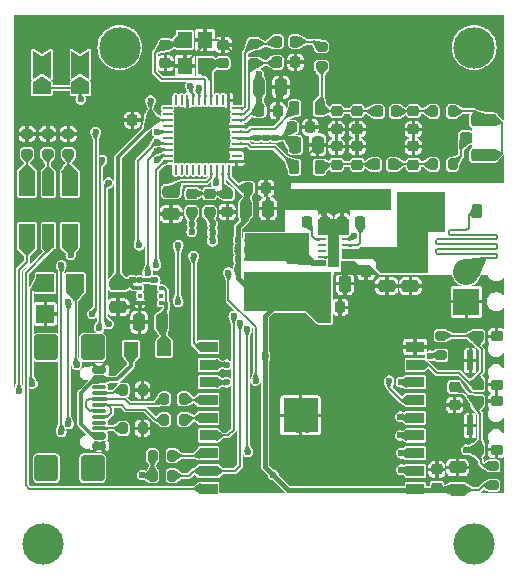
<source format=gbr>
%TF.GenerationSoftware,KiCad,Pcbnew,8.0.3*%
%TF.CreationDate,2024-08-19T09:40:13+02:00*%
%TF.ProjectId,Homekey,486f6d65-6b65-4792-9e6b-696361645f70,rev?*%
%TF.SameCoordinates,Original*%
%TF.FileFunction,Copper,L1,Top*%
%TF.FilePolarity,Positive*%
%FSLAX46Y46*%
G04 Gerber Fmt 4.6, Leading zero omitted, Abs format (unit mm)*
G04 Created by KiCad (PCBNEW 8.0.3) date 2024-08-19 09:40:13*
%MOMM*%
%LPD*%
G01*
G04 APERTURE LIST*
G04 Aperture macros list*
%AMRoundRect*
0 Rectangle with rounded corners*
0 $1 Rounding radius*
0 $2 $3 $4 $5 $6 $7 $8 $9 X,Y pos of 4 corners*
0 Add a 4 corners polygon primitive as box body*
4,1,4,$2,$3,$4,$5,$6,$7,$8,$9,$2,$3,0*
0 Add four circle primitives for the rounded corners*
1,1,$1+$1,$2,$3*
1,1,$1+$1,$4,$5*
1,1,$1+$1,$6,$7*
1,1,$1+$1,$8,$9*
0 Add four rect primitives between the rounded corners*
20,1,$1+$1,$2,$3,$4,$5,0*
20,1,$1+$1,$4,$5,$6,$7,0*
20,1,$1+$1,$6,$7,$8,$9,0*
20,1,$1+$1,$8,$9,$2,$3,0*%
%AMFreePoly0*
4,1,6,1.000000,0.000000,0.500000,-0.750000,-0.500000,-0.750000,-0.500000,0.750000,0.500000,0.750000,1.000000,0.000000,1.000000,0.000000,$1*%
%AMFreePoly1*
4,1,7,0.700000,0.000000,1.200000,-0.750000,-1.200000,-0.750000,-0.700000,0.000000,-1.200000,0.750000,1.200000,0.750000,0.700000,0.000000,0.700000,0.000000,$1*%
G04 Aperture macros list end*
%TA.AperFunction,SMDPad,CuDef*%
%ADD10RoundRect,0.200000X-0.200000X-0.275000X0.200000X-0.275000X0.200000X0.275000X-0.200000X0.275000X0*%
%TD*%
%TA.AperFunction,SMDPad,CuDef*%
%ADD11RoundRect,0.225000X0.250000X-0.225000X0.250000X0.225000X-0.250000X0.225000X-0.250000X-0.225000X0*%
%TD*%
%TA.AperFunction,ComponentPad*%
%ADD12R,1.500000X1.500000*%
%TD*%
%TA.AperFunction,SMDPad,CuDef*%
%ADD13RoundRect,0.250000X0.250000X0.475000X-0.250000X0.475000X-0.250000X-0.475000X0.250000X-0.475000X0*%
%TD*%
%TA.AperFunction,SMDPad,CuDef*%
%ADD14RoundRect,0.225000X-0.225000X-0.250000X0.225000X-0.250000X0.225000X0.250000X-0.225000X0.250000X0*%
%TD*%
%TA.AperFunction,SMDPad,CuDef*%
%ADD15RoundRect,0.225000X-0.250000X0.225000X-0.250000X-0.225000X0.250000X-0.225000X0.250000X0.225000X0*%
%TD*%
%TA.AperFunction,SMDPad,CuDef*%
%ADD16RoundRect,0.062500X0.300000X0.062500X-0.300000X0.062500X-0.300000X-0.062500X0.300000X-0.062500X0*%
%TD*%
%TA.AperFunction,HeatsinkPad*%
%ADD17R,0.900000X2.000000*%
%TD*%
%TA.AperFunction,SMDPad,CuDef*%
%ADD18RoundRect,0.250000X-0.475000X0.250000X-0.475000X-0.250000X0.475000X-0.250000X0.475000X0.250000X0*%
%TD*%
%TA.AperFunction,SMDPad,CuDef*%
%ADD19RoundRect,0.218750X0.256250X-0.218750X0.256250X0.218750X-0.256250X0.218750X-0.256250X-0.218750X0*%
%TD*%
%TA.AperFunction,SMDPad,CuDef*%
%ADD20RoundRect,0.218750X0.218750X0.381250X-0.218750X0.381250X-0.218750X-0.381250X0.218750X-0.381250X0*%
%TD*%
%TA.AperFunction,SMDPad,CuDef*%
%ADD21RoundRect,0.250000X-0.250000X-0.475000X0.250000X-0.475000X0.250000X0.475000X-0.250000X0.475000X0*%
%TD*%
%TA.AperFunction,SMDPad,CuDef*%
%ADD22RoundRect,0.225000X0.225000X0.250000X-0.225000X0.250000X-0.225000X-0.250000X0.225000X-0.250000X0*%
%TD*%
%TA.AperFunction,SMDPad,CuDef*%
%ADD23RoundRect,0.225000X-0.225000X-0.375000X0.225000X-0.375000X0.225000X0.375000X-0.225000X0.375000X0*%
%TD*%
%TA.AperFunction,SMDPad,CuDef*%
%ADD24RoundRect,0.218750X-0.218750X-0.381250X0.218750X-0.381250X0.218750X0.381250X-0.218750X0.381250X0*%
%TD*%
%TA.AperFunction,SMDPad,CuDef*%
%ADD25RoundRect,0.200000X-0.275000X0.200000X-0.275000X-0.200000X0.275000X-0.200000X0.275000X0.200000X0*%
%TD*%
%TA.AperFunction,SMDPad,CuDef*%
%ADD26FreePoly0,90.000000*%
%TD*%
%TA.AperFunction,SMDPad,CuDef*%
%ADD27FreePoly1,90.000000*%
%TD*%
%TA.AperFunction,SMDPad,CuDef*%
%ADD28FreePoly0,270.000000*%
%TD*%
%TA.AperFunction,SMDPad,CuDef*%
%ADD29RoundRect,0.200000X0.275000X-0.200000X0.275000X0.200000X-0.275000X0.200000X-0.275000X-0.200000X0*%
%TD*%
%TA.AperFunction,SMDPad,CuDef*%
%ADD30RoundRect,0.135000X0.365000X-0.315000X0.365000X0.315000X-0.365000X0.315000X-0.365000X-0.315000X0*%
%TD*%
%TA.AperFunction,SMDPad,CuDef*%
%ADD31RoundRect,0.082500X0.192500X-0.767500X0.192500X0.767500X-0.192500X0.767500X-0.192500X-0.767500X0*%
%TD*%
%TA.AperFunction,SMDPad,CuDef*%
%ADD32RoundRect,0.250000X-0.275000X-0.250000X0.275000X-0.250000X0.275000X0.250000X-0.275000X0.250000X0*%
%TD*%
%TA.AperFunction,SMDPad,CuDef*%
%ADD33RoundRect,0.250000X-0.850000X-0.275000X0.850000X-0.275000X0.850000X0.275000X-0.850000X0.275000X0*%
%TD*%
%TA.AperFunction,SMDPad,CuDef*%
%ADD34RoundRect,0.062500X0.375000X0.062500X-0.375000X0.062500X-0.375000X-0.062500X0.375000X-0.062500X0*%
%TD*%
%TA.AperFunction,SMDPad,CuDef*%
%ADD35RoundRect,0.062500X0.062500X0.375000X-0.062500X0.375000X-0.062500X-0.375000X0.062500X-0.375000X0*%
%TD*%
%TA.AperFunction,HeatsinkPad*%
%ADD36R,4.100000X4.100000*%
%TD*%
%TA.AperFunction,SMDPad,CuDef*%
%ADD37R,5.100000X2.350000*%
%TD*%
%TA.AperFunction,SMDPad,CuDef*%
%ADD38R,1.200000X1.200000*%
%TD*%
%TA.AperFunction,SMDPad,CuDef*%
%ADD39R,1.400000X2.000000*%
%TD*%
%TA.AperFunction,SMDPad,CuDef*%
%ADD40R,1.000000X2.000000*%
%TD*%
%TA.AperFunction,SMDPad,CuDef*%
%ADD41RoundRect,0.093750X-0.093750X-0.106250X0.093750X-0.106250X0.093750X0.106250X-0.093750X0.106250X0*%
%TD*%
%TA.AperFunction,HeatsinkPad*%
%ADD42R,1.000000X1.600000*%
%TD*%
%TA.AperFunction,ComponentPad*%
%ADD43R,2.200000X2.200000*%
%TD*%
%TA.AperFunction,ComponentPad*%
%ADD44C,2.200000*%
%TD*%
%TA.AperFunction,SMDPad,CuDef*%
%ADD45R,1.500000X0.900000*%
%TD*%
%TA.AperFunction,HeatsinkPad*%
%ADD46C,0.600000*%
%TD*%
%TA.AperFunction,SMDPad,CuDef*%
%ADD47R,2.900000X2.900000*%
%TD*%
%TA.AperFunction,SMDPad,CuDef*%
%ADD48RoundRect,0.250000X0.475000X-0.250000X0.475000X0.250000X-0.475000X0.250000X-0.475000X-0.250000X0*%
%TD*%
%TA.AperFunction,SMDPad,CuDef*%
%ADD49RoundRect,0.150000X-0.425000X0.150000X-0.425000X-0.150000X0.425000X-0.150000X0.425000X0.150000X0*%
%TD*%
%TA.AperFunction,SMDPad,CuDef*%
%ADD50RoundRect,0.075000X-0.500000X0.075000X-0.500000X-0.075000X0.500000X-0.075000X0.500000X0.075000X0*%
%TD*%
%TA.AperFunction,SMDPad,CuDef*%
%ADD51RoundRect,0.250000X-0.750000X0.840000X-0.750000X-0.840000X0.750000X-0.840000X0.750000X0.840000X0*%
%TD*%
%TA.AperFunction,SMDPad,CuDef*%
%ADD52R,1.200000X1.400000*%
%TD*%
%TA.AperFunction,ViaPad*%
%ADD53C,3.500000*%
%TD*%
%TA.AperFunction,ViaPad*%
%ADD54C,0.600000*%
%TD*%
%TA.AperFunction,Conductor*%
%ADD55C,0.200000*%
%TD*%
%TA.AperFunction,Conductor*%
%ADD56C,0.300000*%
%TD*%
%TA.AperFunction,Conductor*%
%ADD57C,0.400000*%
%TD*%
%TA.AperFunction,Conductor*%
%ADD58C,0.250000*%
%TD*%
G04 APERTURE END LIST*
D10*
%TO.P,R9,1*%
%TO.N,USB_D+*%
X166175000Y-94600000D03*
%TO.P,R9,2*%
%TO.N,Net-(U1-IO19)*%
X167825000Y-94600000D03*
%TD*%
D11*
%TO.P,C22,1*%
%TO.N,GND*%
X187250000Y-70025000D03*
%TO.P,C22,2*%
%TO.N,Net-(C20-Pad2)*%
X187250000Y-68475000D03*
%TD*%
D12*
%TO.P,GND1,1,1*%
%TO.N,GND*%
X156100000Y-85650000D03*
%TD*%
D13*
%TO.P,C30,1*%
%TO.N,Net-(D2-K)*%
X165950000Y-86350000D03*
%TO.P,C30,2*%
%TO.N,GND*%
X164050000Y-86350000D03*
%TD*%
D10*
%TO.P,R6,1*%
%TO.N,Net-(J3-CC1)*%
X162675000Y-92100000D03*
%TO.P,R6,2*%
%TO.N,GND*%
X164325000Y-92100000D03*
%TD*%
D14*
%TO.P,C15,1*%
%TO.N,Net-(U2-RX)*%
X175725000Y-62600000D03*
%TO.P,C15,2*%
%TO.N,Net-(C15-Pad2)*%
X177275000Y-62600000D03*
%TD*%
D15*
%TO.P,C4,1*%
%TO.N,Net-(U2-OSCOUT)*%
X166250000Y-62875000D03*
%TO.P,C4,2*%
%TO.N,GND*%
X166250000Y-64425000D03*
%TD*%
D16*
%TO.P,U3,1,PGND*%
%TO.N,GND*%
X181537500Y-81350000D03*
%TO.P,U3,2,VIN*%
%TO.N,VIN*%
X181537500Y-80850000D03*
%TO.P,U3,3,EN/UVLO*%
X181537500Y-80350000D03*
%TO.P,U3,4,VCC*%
%TO.N,Net-(U3-VCC)*%
X181537500Y-79850000D03*
%TO.P,U3,5,FB/VO*%
%TO.N,+3.3V*%
X181537500Y-79350000D03*
%TO.P,U3,6,SS*%
%TO.N,Net-(U3-SS)*%
X179512500Y-79350000D03*
%TO.P,U3,7,NC*%
%TO.N,unconnected-(U3-NC-Pad7)*%
X179512500Y-79850000D03*
%TO.P,U3,8,~{RESET}*%
%TO.N,unconnected-(U3-~{RESET}-Pad8)*%
X179512500Y-80350000D03*
%TO.P,U3,9,GND*%
%TO.N,GND*%
X179512500Y-80850000D03*
%TO.P,U3,10,LX*%
%TO.N,Net-(U3-LX)*%
X179512500Y-81350000D03*
D17*
%TO.P,U3,11,GND*%
%TO.N,GND*%
X180525000Y-80350000D03*
%TD*%
D18*
%TO.P,C13,1*%
%TO.N,Net-(U2-SVDD)*%
X166750000Y-75300000D03*
%TO.P,C13,2*%
%TO.N,GND*%
X166750000Y-77200000D03*
%TD*%
D15*
%TO.P,C32,1*%
%TO.N,GND*%
X189250000Y-98825000D03*
%TO.P,C32,2*%
%TO.N,+3.3V*%
X189250000Y-100375000D03*
%TD*%
D19*
%TO.P,FB1,1*%
%TO.N,Net-(U2-AVDD)*%
X168500000Y-77037500D03*
%TO.P,FB1,2*%
%TO.N,+3V3_INT*%
X168500000Y-75462500D03*
%TD*%
D20*
%TO.P,L1,1,1*%
%TO.N,NFC_RX1*%
X179312500Y-68250000D03*
%TO.P,L1,2,2*%
%TO.N,NFC_TX2*%
X177187500Y-68250000D03*
%TD*%
D11*
%TO.P,C1,1*%
%TO.N,Net-(U2-OSCIN)*%
X171150000Y-64425000D03*
%TO.P,C1,2*%
%TO.N,GND*%
X171150000Y-62875000D03*
%TD*%
D21*
%TO.P,C27,1*%
%TO.N,+3.3V*%
X179550000Y-83100000D03*
%TO.P,C27,2*%
%TO.N,GND*%
X181450000Y-83100000D03*
%TD*%
D22*
%TO.P,C24,1*%
%TO.N,GND*%
X179775000Y-77850000D03*
%TO.P,C24,2*%
%TO.N,Net-(U3-SS)*%
X178225000Y-77850000D03*
%TD*%
D14*
%TO.P,C21,1*%
%TO.N,Net-(C17-Pad2)*%
X183975000Y-73000000D03*
%TO.P,C21,2*%
%TO.N,Net-(C21-Pad2)*%
X185525000Y-73000000D03*
%TD*%
D23*
%TO.P,D1,1,K*%
%TO.N,VIN*%
X189350000Y-76950000D03*
%TO.P,D1,2,A*%
%TO.N,Net-(D1-A)*%
X192650000Y-76950000D03*
%TD*%
D21*
%TO.P,C6,1*%
%TO.N,+3.3V*%
X173050000Y-76750000D03*
%TO.P,C6,2*%
%TO.N,GND*%
X174950000Y-76750000D03*
%TD*%
D24*
%TO.P,L2,1,1*%
%TO.N,NFC_TX1*%
X177187500Y-73250000D03*
%TO.P,L2,2,2*%
%TO.N,Net-(C17-Pad2)*%
X179312500Y-73250000D03*
%TD*%
D22*
%TO.P,C7,1*%
%TO.N,GND*%
X175775000Y-68450000D03*
%TO.P,C7,2*%
%TO.N,Net-(U2-AVDD)*%
X174225000Y-68450000D03*
%TD*%
D25*
%TO.P,R2,1*%
%TO.N,Net-(U2-RX)*%
X173750000Y-62775000D03*
%TO.P,R2,2*%
%TO.N,Net-(U2-VMID)*%
X173750000Y-64425000D03*
%TD*%
D10*
%TO.P,R7,1*%
%TO.N,Net-(J3-CC2)*%
X162675000Y-95350000D03*
%TO.P,R7,2*%
%TO.N,GND*%
X164325000Y-95350000D03*
%TD*%
D26*
%TO.P,SEL0,1,A*%
%TO.N,+3.3V*%
X159050000Y-66550000D03*
D27*
%TO.P,SEL0,2,C*%
%TO.N,SEL0*%
X159050000Y-64550000D03*
D28*
%TO.P,SEL0,3,B*%
%TO.N,GND*%
X159050000Y-62550000D03*
%TD*%
D29*
%TO.P,R11,1*%
%TO.N,+3.3V*%
X189600000Y-89150000D03*
%TO.P,R11,2*%
%TO.N,BOOT*%
X189600000Y-87500000D03*
%TD*%
D22*
%TO.P,C28,1*%
%TO.N,GND*%
X181050000Y-85100000D03*
%TO.P,C28,2*%
%TO.N,+3.3V*%
X179500000Y-85100000D03*
%TD*%
D15*
%TO.P,C17,1*%
%TO.N,GND*%
X180750000Y-71475000D03*
%TO.P,C17,2*%
%TO.N,Net-(C17-Pad2)*%
X180750000Y-73025000D03*
%TD*%
D30*
%TO.P,RST1,1,1*%
%TO.N,RST*%
X192700000Y-97150000D03*
X192700000Y-93050000D03*
%TO.P,RST1,2,2*%
%TO.N,GND*%
X194300000Y-97150000D03*
X194300000Y-93050000D03*
D31*
%TO.P,RST1,SH,B*%
X192075000Y-95100000D03*
%TD*%
D11*
%TO.P,C19,1*%
%TO.N,Net-(C17-Pad2)*%
X182500000Y-73025000D03*
%TO.P,C19,2*%
%TO.N,GND*%
X182500000Y-71475000D03*
%TD*%
D32*
%TO.P,J1,1,In*%
%TO.N,Net-(J1-In)*%
X191700000Y-70750000D03*
D33*
%TO.P,J1,2,Ext*%
%TO.N,Net-(J1-Ext)*%
X193225000Y-69275000D03*
X193225000Y-72225000D03*
%TD*%
D22*
%TO.P,C8,1*%
%TO.N,GND*%
X178525000Y-69850000D03*
%TO.P,C8,2*%
%TO.N,Net-(U2-TVDD)*%
X176975000Y-69850000D03*
%TD*%
D34*
%TO.P,U2,1,DVSS*%
%TO.N,GND*%
X172317500Y-72750000D03*
%TO.P,U2,2,LOADMOD*%
%TO.N,unconnected-(U2-LOADMOD-Pad2)*%
X172317500Y-72250000D03*
%TO.P,U2,3,TVSS1*%
%TO.N,GND*%
X172317500Y-71750000D03*
%TO.P,U2,4,TX1*%
%TO.N,NFC_TX1*%
X172317500Y-71250000D03*
%TO.P,U2,5,TVDD*%
%TO.N,Net-(U2-TVDD)*%
X172317500Y-70750000D03*
%TO.P,U2,6,TX2*%
%TO.N,NFC_TX2*%
X172317500Y-70250000D03*
%TO.P,U2,7,TVSS2*%
%TO.N,GND*%
X172317500Y-69750000D03*
%TO.P,U2,8,AVDD*%
%TO.N,Net-(U2-AVDD)*%
X172317500Y-69250000D03*
%TO.P,U2,9,VMID*%
%TO.N,Net-(U2-VMID)*%
X172317500Y-68750000D03*
%TO.P,U2,10,RX*%
%TO.N,Net-(U2-RX)*%
X172317500Y-68250000D03*
D35*
%TO.P,U2,11,AVSS*%
%TO.N,GND*%
X171630000Y-67562500D03*
%TO.P,U2,12,AUX1*%
%TO.N,unconnected-(U2-AUX1-Pad12)*%
X171130000Y-67562500D03*
%TO.P,U2,13,AUX2*%
%TO.N,unconnected-(U2-AUX2-Pad13)*%
X170630000Y-67562500D03*
%TO.P,U2,14,OSCIN*%
%TO.N,Net-(U2-OSCIN)*%
X170130000Y-67562500D03*
%TO.P,U2,15,OSCOUT*%
%TO.N,Net-(U2-OSCOUT)*%
X169630000Y-67562500D03*
%TO.P,U2,16,I0*%
%TO.N,SEL0*%
X169130000Y-67562500D03*
%TO.P,U2,17,I1*%
%TO.N,SEL1*%
X168630000Y-67562500D03*
%TO.P,U2,18,TESTEN*%
%TO.N,GND*%
X168130000Y-67562500D03*
%TO.P,U2,19,P35*%
%TO.N,unconnected-(U2-P35-Pad19)*%
X167630000Y-67562500D03*
%TO.P,U2,20,N.C.*%
%TO.N,unconnected-(U2-N.C.-Pad20)*%
X167130000Y-67562500D03*
D34*
%TO.P,U2,21,N.C.*%
%TO.N,unconnected-(U2-N.C.-Pad21)*%
X166442500Y-68250000D03*
%TO.P,U2,22,N.C.*%
%TO.N,unconnected-(U2-N.C.-Pad22)*%
X166442500Y-68750000D03*
%TO.P,U2,23,PVDD*%
%TO.N,+3.3V*%
X166442500Y-69250000D03*
%TO.P,U2,24,P30/UART_RX*%
%TO.N,unconnected-(U2-P30{slash}UART_RX-Pad24)*%
X166442500Y-69750000D03*
%TO.P,U2,25,P70_IRQ*%
%TO.N,IRQ_NFC*%
X166442500Y-70250000D03*
%TO.P,U2,26,~{RSTOUT}*%
%TO.N,unconnected-(U2-~{RSTOUT}-Pad26)*%
X166442500Y-70750000D03*
%TO.P,U2,27,NSS/P50_SCL/HSU_RX*%
%TO.N,SCL*%
X166442500Y-71250000D03*
%TO.P,U2,28,MOSI/SDA/HSU_TX*%
%TO.N,SDA*%
X166442500Y-71750000D03*
%TO.P,U2,29,MISO/P71*%
%TO.N,MISO_NFC*%
X166442500Y-72250000D03*
%TO.P,U2,30,SCK/P72*%
%TO.N,SCK_NFC*%
X166442500Y-72750000D03*
D35*
%TO.P,U2,31,P31/UART_TX*%
%TO.N,unconnected-(U2-P31{slash}UART_TX-Pad31)*%
X167130000Y-73437500D03*
%TO.P,U2,32,P32_INT0*%
%TO.N,unconnected-(U2-P32_INT0-Pad32)*%
X167630000Y-73437500D03*
%TO.P,U2,33,P33_INT1*%
%TO.N,unconnected-(U2-P33_INT1-Pad33)*%
X168130000Y-73437500D03*
%TO.P,U2,34,SIC_CLK/P34*%
%TO.N,unconnected-(U2-SIC_CLK{slash}P34-Pad34)*%
X168630000Y-73437500D03*
%TO.P,U2,35,SIGOUT*%
%TO.N,unconnected-(U2-SIGOUT-Pad35)*%
X169130000Y-73437500D03*
%TO.P,U2,36,SIGIN*%
%TO.N,unconnected-(U2-SIGIN-Pad36)*%
X169630000Y-73437500D03*
%TO.P,U2,37,SVDD*%
%TO.N,Net-(U2-SVDD)*%
X170130000Y-73437500D03*
%TO.P,U2,38,~{RSTPD}*%
%TO.N,RST_NFC*%
X170630000Y-73437500D03*
%TO.P,U2,39,DVDD*%
%TO.N,+3V3_INT*%
X171130000Y-73437500D03*
%TO.P,U2,40,VBAT*%
%TO.N,+3.3V*%
X171630000Y-73437500D03*
D36*
%TO.P,U2,41,AVSS*%
%TO.N,GND*%
X169380000Y-70500000D03*
%TD*%
D29*
%TO.P,R15,1*%
%TO.N,Net-(D3-KG)*%
X154550000Y-72075000D03*
%TO.P,R15,2*%
%TO.N,GND*%
X154550000Y-70425000D03*
%TD*%
D22*
%TO.P,C5,1*%
%TO.N,GND*%
X174775000Y-75000000D03*
%TO.P,C5,2*%
%TO.N,+3.3V*%
X173225000Y-75000000D03*
%TD*%
D14*
%TO.P,C26,1*%
%TO.N,GND*%
X181225000Y-77850000D03*
%TO.P,C26,2*%
%TO.N,Net-(U3-VCC)*%
X182775000Y-77850000D03*
%TD*%
D18*
%TO.P,C31,1*%
%TO.N,+3.3V*%
X162250000Y-83150000D03*
%TO.P,C31,2*%
%TO.N,GND*%
X162250000Y-85050000D03*
%TD*%
D11*
%TO.P,C9,1*%
%TO.N,GND*%
X171500000Y-77025000D03*
%TO.P,C9,2*%
%TO.N,+3V3_INT*%
X171500000Y-75475000D03*
%TD*%
D21*
%TO.P,C11,1*%
%TO.N,Net-(U2-TVDD)*%
X177250000Y-71350000D03*
%TO.P,C11,2*%
%TO.N,GND*%
X179150000Y-71350000D03*
%TD*%
%TO.P,C10,1*%
%TO.N,Net-(U2-AVDD)*%
X174150000Y-66450000D03*
%TO.P,C10,2*%
%TO.N,GND*%
X176050000Y-66450000D03*
%TD*%
D10*
%TO.P,R1,1*%
%TO.N,+3.3V*%
X165175000Y-99350000D03*
%TO.P,R1,2*%
%TO.N,RST_NFC*%
X166825000Y-99350000D03*
%TD*%
%TO.P,R5,1*%
%TO.N,Net-(C21-Pad2)*%
X188925000Y-73000000D03*
%TO.P,R5,2*%
%TO.N,Net-(J1-In)*%
X190575000Y-73000000D03*
%TD*%
D19*
%TO.P,FB2,1*%
%TO.N,Net-(U2-TVDD)*%
X170000000Y-77037500D03*
%TO.P,FB2,2*%
%TO.N,+3V3_INT*%
X170000000Y-75462500D03*
%TD*%
D29*
%TO.P,R13,1*%
%TO.N,Net-(D3-KB)*%
X158050000Y-72075000D03*
%TO.P,R13,2*%
%TO.N,GND*%
X158050000Y-70425000D03*
%TD*%
D37*
%TO.P,L3,1,1*%
%TO.N,Net-(U3-LX)*%
X175525000Y-80025000D03*
%TO.P,L3,2,2*%
%TO.N,+3.3V*%
X175525000Y-84175000D03*
%TD*%
D38*
%TO.P,D2,1,K*%
%TO.N,Net-(D2-K)*%
X166150000Y-88600000D03*
%TO.P,D2,2,A*%
%TO.N,Net-(D2-A)*%
X163350000Y-88600000D03*
%TD*%
D10*
%TO.P,R8,1*%
%TO.N,USB_D-*%
X166175000Y-92850000D03*
%TO.P,R8,2*%
%TO.N,Net-(U1-IO18)*%
X167825000Y-92850000D03*
%TD*%
D39*
%TO.P,D3,1,KB*%
%TO.N,Net-(D3-KB)*%
X158150000Y-74650000D03*
D40*
%TO.P,D3,2,KR*%
%TO.N,Net-(D3-KR)*%
X156350000Y-74650000D03*
D39*
%TO.P,D3,3,KG*%
%TO.N,Net-(D3-KG)*%
X154550000Y-74650000D03*
%TO.P,D3,4,AG*%
%TO.N,LED_G*%
X154550000Y-79050000D03*
D40*
%TO.P,D3,5,AR*%
%TO.N,LED_R*%
X156350000Y-79050000D03*
D39*
%TO.P,D3,6,AB*%
%TO.N,LED_B*%
X158150000Y-79050000D03*
%TD*%
D30*
%TO.P,BOOT1,1,1*%
%TO.N,BOOT*%
X192700000Y-91650000D03*
X192700000Y-87550000D03*
%TO.P,BOOT1,2,2*%
%TO.N,GND*%
X194300000Y-91650000D03*
X194300000Y-87550000D03*
D31*
%TO.P,BOOT1,SH,B*%
X192075000Y-89600000D03*
%TD*%
D41*
%TO.P,U4,1,OUT*%
%TO.N,+3.3V*%
X164112500Y-83450000D03*
%TO.P,U4,2,NC*%
%TO.N,unconnected-(U4-NC-Pad2)*%
X164112500Y-84100000D03*
%TO.P,U4,3,GND*%
%TO.N,GND*%
X164112500Y-84750000D03*
%TO.P,U4,4,EN*%
%TO.N,Net-(D2-K)*%
X165887500Y-84750000D03*
%TO.P,U4,5,NC*%
%TO.N,unconnected-(U4-NC-Pad5)*%
X165887500Y-84100000D03*
%TO.P,U4,6,IN*%
%TO.N,Net-(D2-K)*%
X165887500Y-83450000D03*
D42*
%TO.P,U4,7,GND*%
%TO.N,GND*%
X165000000Y-84100000D03*
%TD*%
D11*
%TO.P,C23,1*%
%TO.N,Net-(C21-Pad2)*%
X187250000Y-73025000D03*
%TO.P,C23,2*%
%TO.N,GND*%
X187250000Y-71475000D03*
%TD*%
D26*
%TO.P,SEL1,1,A*%
%TO.N,+3.3V*%
X155800000Y-66550000D03*
D27*
%TO.P,SEL1,2,C*%
%TO.N,SEL1*%
X155800000Y-64550000D03*
D28*
%TO.P,SEL1,3,B*%
%TO.N,GND*%
X155800000Y-62550000D03*
%TD*%
D11*
%TO.P,C16,1*%
%TO.N,GND*%
X182500000Y-70025000D03*
%TO.P,C16,2*%
%TO.N,NFC_RX1*%
X182500000Y-68475000D03*
%TD*%
D43*
%TO.P,J2,1,Pin_1*%
%TO.N,GND*%
X191750000Y-84620000D03*
D44*
%TO.P,J2,2,Pin_2*%
%TO.N,Net-(D1-A)*%
X191750000Y-82080000D03*
%TD*%
D14*
%TO.P,C20,1*%
%TO.N,NFC_RX1*%
X184225000Y-68500000D03*
%TO.P,C20,2*%
%TO.N,Net-(C20-Pad2)*%
X185775000Y-68500000D03*
%TD*%
D29*
%TO.P,R10,1*%
%TO.N,+3.3V*%
X194000000Y-100175000D03*
%TO.P,R10,2*%
%TO.N,RST*%
X194000000Y-98525000D03*
%TD*%
D18*
%TO.P,C25,1*%
%TO.N,VIN*%
X185000000Y-81400000D03*
%TO.P,C25,2*%
%TO.N,GND*%
X185000000Y-83300000D03*
%TD*%
D10*
%TO.P,R4,1*%
%TO.N,Net-(C20-Pad2)*%
X188925000Y-68500000D03*
%TO.P,R4,2*%
%TO.N,Net-(J1-Ext)*%
X190575000Y-68500000D03*
%TD*%
%TO.P,R12,1*%
%TO.N,+3.3V*%
X165175000Y-97650000D03*
%TO.P,R12,2*%
%TO.N,IO2*%
X166825000Y-97650000D03*
%TD*%
D29*
%TO.P,R14,1*%
%TO.N,Net-(D3-KR)*%
X156300000Y-72075000D03*
%TO.P,R14,2*%
%TO.N,GND*%
X156300000Y-70425000D03*
%TD*%
D45*
%TO.P,U1,1,3V3*%
%TO.N,+3.3V*%
X187410000Y-100450000D03*
%TO.P,U1,2,EN*%
%TO.N,RST*%
X187410000Y-98950000D03*
%TO.P,U1,3,IO4*%
%TO.N,MISO_NFC*%
X187410000Y-97450000D03*
%TO.P,U1,4,IO5*%
%TO.N,SCK_NFC*%
X187410000Y-95950000D03*
%TO.P,U1,5,IO6*%
%TO.N,SCL*%
X187410000Y-94450000D03*
%TO.P,U1,6,IO7*%
%TO.N,SDA*%
X187410000Y-92950000D03*
%TO.P,U1,7,IO8*%
%TO.N,LED_G*%
X187410000Y-91450000D03*
%TO.P,U1,8,IO9*%
%TO.N,BOOT*%
X187410000Y-89950000D03*
%TO.P,U1,9,GND*%
%TO.N,GND*%
X187410000Y-88450000D03*
%TO.P,U1,10,IO10*%
%TO.N,LED_B*%
X169910000Y-88450000D03*
%TO.P,U1,11,IO20/RXD*%
%TO.N,Net-(U1-IO20{slash}RXD)*%
X169910000Y-89950000D03*
%TO.P,U1,12,IO21/TXD*%
%TO.N,Net-(U1-IO21{slash}TXD)*%
X169910000Y-91450000D03*
%TO.P,U1,13,IO18*%
%TO.N,Net-(U1-IO18)*%
X169910000Y-92950000D03*
%TO.P,U1,14,IO19*%
%TO.N,Net-(U1-IO19)*%
X169910000Y-94450000D03*
%TO.P,U1,15,IO3*%
%TO.N,IRQ_NFC*%
X169910000Y-95950000D03*
%TO.P,U1,16,IO2*%
%TO.N,IO2*%
X169910000Y-97450000D03*
%TO.P,U1,17,IO1*%
%TO.N,RST_NFC*%
X169910000Y-98950000D03*
%TO.P,U1,18,IO0*%
%TO.N,LED_R*%
X169910000Y-100450000D03*
D46*
%TO.P,U1,19,GND*%
%TO.N,GND*%
X178660000Y-95250000D03*
X178660000Y-94050000D03*
X178260000Y-94650000D03*
X178260000Y-93450000D03*
X177860000Y-95250000D03*
X177860000Y-94050000D03*
D47*
X177700000Y-94250000D03*
D46*
X177460000Y-94650000D03*
X177460000Y-93450000D03*
X177060000Y-95250000D03*
X177060000Y-94050000D03*
X176660000Y-94650000D03*
X176660000Y-93450000D03*
%TD*%
D12*
%TO.P,RX1,1,1*%
%TO.N,Net-(U1-IO20{slash}RXD)*%
X158600000Y-83050000D03*
%TD*%
D18*
%TO.P,C3,1*%
%TO.N,VIN*%
X187000000Y-81400000D03*
%TO.P,C3,2*%
%TO.N,GND*%
X187000000Y-83300000D03*
%TD*%
D11*
%TO.P,C2,1*%
%TO.N,GND*%
X183250000Y-82125000D03*
%TO.P,C2,2*%
%TO.N,VIN*%
X183250000Y-80575000D03*
%TD*%
D12*
%TO.P,TX1,1,1*%
%TO.N,Net-(U1-IO21{slash}TXD)*%
X156100000Y-83050000D03*
%TD*%
D11*
%TO.P,C18,1*%
%TO.N,GND*%
X180750000Y-70025000D03*
%TO.P,C18,2*%
%TO.N,NFC_RX1*%
X180750000Y-68475000D03*
%TD*%
D48*
%TO.P,C33,1*%
%TO.N,+3.3V*%
X191000000Y-100550000D03*
%TO.P,C33,2*%
%TO.N,GND*%
X191000000Y-98650000D03*
%TD*%
D49*
%TO.P,J3,A1,GND*%
%TO.N,GND*%
X160680000Y-90400000D03*
%TO.P,J3,A4,VBUS*%
%TO.N,Net-(D2-A)*%
X160680000Y-91200000D03*
D50*
%TO.P,J3,A5,CC1*%
%TO.N,Net-(J3-CC1)*%
X160680000Y-92350000D03*
%TO.P,J3,A6,D+*%
%TO.N,USB_D+*%
X160680000Y-93350000D03*
%TO.P,J3,A7,D-*%
%TO.N,USB_D-*%
X160680000Y-93850000D03*
%TO.P,J3,A8,SBU1*%
%TO.N,unconnected-(J3-SBU1-PadA8)*%
X160680000Y-94850000D03*
D49*
%TO.P,J3,A9,VBUS*%
%TO.N,Net-(D2-A)*%
X160680000Y-96000000D03*
%TO.P,J3,A12,GND*%
%TO.N,GND*%
X160680000Y-96800000D03*
%TO.P,J3,B1,GND*%
X160680000Y-96800000D03*
%TO.P,J3,B4,VBUS*%
%TO.N,Net-(D2-A)*%
X160680000Y-96000000D03*
D50*
%TO.P,J3,B5,CC2*%
%TO.N,Net-(J3-CC2)*%
X160680000Y-95350000D03*
%TO.P,J3,B6,D+*%
%TO.N,USB_D+*%
X160680000Y-94350000D03*
%TO.P,J3,B7,D-*%
%TO.N,USB_D-*%
X160680000Y-92850000D03*
%TO.P,J3,B8,SBU2*%
%TO.N,unconnected-(J3-SBU2-PadB8)*%
X160680000Y-91850000D03*
D49*
%TO.P,J3,B9,VBUS*%
%TO.N,Net-(D2-A)*%
X160680000Y-91200000D03*
%TO.P,J3,B12,GND*%
%TO.N,GND*%
X160680000Y-90400000D03*
D51*
%TO.P,J3,S1,SHIELD*%
%TO.N,unconnected-(J3-SHIELD-PadS1)*%
X160105000Y-88490000D03*
%TO.N,unconnected-(J3-SHIELD-PadS1)_0*%
X156175000Y-88490000D03*
%TO.N,unconnected-(J3-SHIELD-PadS1)_2*%
X160105000Y-98710000D03*
%TO.N,unconnected-(J3-SHIELD-PadS1)_1*%
X156175000Y-98710000D03*
%TD*%
D25*
%TO.P,R3,1*%
%TO.N,Net-(C15-Pad2)*%
X179500000Y-63025000D03*
%TO.P,R3,2*%
%TO.N,NFC_RX1*%
X179500000Y-64675000D03*
%TD*%
D14*
%TO.P,C14,1*%
%TO.N,Net-(U2-VMID)*%
X175725000Y-64350000D03*
%TO.P,C14,2*%
%TO.N,GND*%
X177275000Y-64350000D03*
%TD*%
D52*
%TO.P,Y1,1,1*%
%TO.N,Net-(U2-OSCIN)*%
X169600000Y-64650000D03*
%TO.P,Y1,2,2*%
%TO.N,GND*%
X169600000Y-62450000D03*
%TO.P,Y1,3,3*%
%TO.N,Net-(U2-OSCOUT)*%
X167900000Y-62450000D03*
%TO.P,Y1,4,4*%
%TO.N,GND*%
X167900000Y-64650000D03*
%TD*%
D11*
%TO.P,C34,1*%
%TO.N,GND*%
X190750000Y-93375000D03*
%TO.P,C34,2*%
%TO.N,RST*%
X190750000Y-91825000D03*
%TD*%
D14*
%TO.P,C12,1*%
%TO.N,GND*%
X163475000Y-69250000D03*
%TO.P,C12,2*%
%TO.N,+3.3V*%
X165025000Y-69250000D03*
%TD*%
D53*
%TO.N,*%
X192400000Y-63100000D03*
X162400000Y-63100000D03*
X192400000Y-105100000D03*
X155900000Y-105100000D03*
D54*
%TO.N,GND*%
X184900000Y-70100000D03*
X184400000Y-93600000D03*
X169400000Y-71850000D03*
X179650000Y-69850000D03*
X158900000Y-61600000D03*
X186400000Y-86600000D03*
X189400000Y-71100000D03*
X163150000Y-76600000D03*
X154400000Y-76600000D03*
X189400000Y-70100000D03*
X180500000Y-79550000D03*
X163150000Y-79100000D03*
X190400000Y-71100000D03*
X180400000Y-90600000D03*
X170650000Y-70600000D03*
X182400000Y-93600000D03*
X178400000Y-64600000D03*
X178650000Y-76350000D03*
X176400000Y-90600000D03*
X169900000Y-84600000D03*
X176400000Y-87600000D03*
X183900000Y-70100000D03*
X156400000Y-96600000D03*
X162400000Y-99600000D03*
X184400000Y-64600000D03*
X163150000Y-75350000D03*
X181400000Y-64600000D03*
X180400000Y-98600000D03*
X169400000Y-69350000D03*
X168150000Y-70600000D03*
X161900000Y-88600000D03*
X155900000Y-61600000D03*
X178400000Y-87600000D03*
X184400000Y-98600000D03*
X182400000Y-90600000D03*
X164900000Y-88600000D03*
X157300000Y-68600000D03*
X167900000Y-88600000D03*
X185900000Y-71100000D03*
X178400000Y-90600000D03*
X190400000Y-70100000D03*
X183900000Y-71100000D03*
X158400000Y-97600000D03*
X180500000Y-81100000D03*
X184150000Y-76350000D03*
X184900000Y-71100000D03*
X165000000Y-84100000D03*
X182400000Y-64600000D03*
X178400000Y-63600000D03*
X185900000Y-70100000D03*
X157400000Y-76600000D03*
X188400000Y-70100000D03*
X159400000Y-71600000D03*
X180400000Y-93600000D03*
X169400000Y-70600000D03*
X163150000Y-77850000D03*
X156400000Y-94600000D03*
X184400000Y-90600000D03*
X159650000Y-68850000D03*
X161900000Y-71100000D03*
X193400000Y-86600000D03*
X183400000Y-64600000D03*
X182400000Y-98600000D03*
X170400000Y-81100000D03*
X176400000Y-98600000D03*
X155500000Y-68600000D03*
X184400000Y-65600000D03*
X156400000Y-90600000D03*
X169400000Y-61100000D03*
X184400000Y-87600000D03*
X192400000Y-86600000D03*
X182400000Y-87600000D03*
X170900000Y-66100000D03*
X180400000Y-87600000D03*
X188400000Y-71100000D03*
X178400000Y-98600000D03*
%TO.N,+3.3V*%
X159100000Y-67500000D03*
X172400000Y-80200000D03*
X172400000Y-81000000D03*
X163400000Y-82800000D03*
X175525000Y-84175000D03*
X165000000Y-67600000D03*
X182225000Y-79100000D03*
X172400000Y-79400000D03*
X188700000Y-89200000D03*
X164100000Y-82800000D03*
X175400000Y-99300000D03*
X174700000Y-89200000D03*
X165400000Y-82800000D03*
X164300000Y-99300000D03*
X172400000Y-81900000D03*
%TO.N,Net-(U2-AVDD)*%
X168500000Y-78050000D03*
X168500000Y-78700000D03*
X174150000Y-65350000D03*
X174150000Y-67550000D03*
%TO.N,Net-(U2-TVDD)*%
X174750000Y-70750000D03*
X170250000Y-79500000D03*
X170250000Y-78750000D03*
X174000000Y-70750000D03*
X175500000Y-70750000D03*
X170250000Y-78000000D03*
%TO.N,RST*%
X186250000Y-98850000D03*
X191750000Y-97150000D03*
%TO.N,LED_G*%
X186200000Y-91450000D03*
X153850000Y-92150000D03*
%TO.N,LED_B*%
X168650000Y-80750000D03*
X158250000Y-80650000D03*
%TO.N,Net-(U1-IO20{slash}RXD)*%
X171450000Y-89950000D03*
X158750000Y-89950000D03*
%TO.N,Net-(U1-IO21{slash}TXD)*%
X155000000Y-91550000D03*
X171450000Y-91450000D03*
%TO.N,SCL*%
X158050000Y-94950000D03*
X167350000Y-79850000D03*
X167350000Y-84650000D03*
X186150000Y-94350000D03*
X158050000Y-84650000D03*
X165550000Y-71099997D03*
X164050000Y-79850000D03*
%TO.N,IRQ_NFC*%
X172050000Y-85850000D03*
X160350000Y-70250000D03*
X165550000Y-70250000D03*
X160050000Y-85650000D03*
%TO.N,SCK_NFC*%
X157450000Y-95650000D03*
X165450000Y-81550000D03*
X157450000Y-81550000D03*
X186150000Y-95950000D03*
%TO.N,MISO_NFC*%
X186250000Y-97450000D03*
X160650000Y-86850000D03*
X173150000Y-86970308D03*
X165562432Y-72599899D03*
X173250000Y-97350000D03*
X160900000Y-72650000D03*
%TO.N,SDA*%
X185200000Y-91300000D03*
X171600000Y-82150000D03*
X164750000Y-82150000D03*
X173900000Y-91300000D03*
X165550000Y-71850000D03*
%TO.N,RST_NFC*%
X172600000Y-86450000D03*
X170550000Y-74550000D03*
X161450000Y-86500000D03*
X161450000Y-74550000D03*
%TO.N,SEL0*%
X169080000Y-66550000D03*
X159050000Y-64550000D03*
%TO.N,SEL1*%
X155800000Y-64550000D03*
X168350000Y-66350000D03*
%TD*%
D55*
%TO.N,GND*%
X171630000Y-68250000D02*
X169380000Y-70500000D01*
X154250000Y-62550000D02*
X153700000Y-63100000D01*
X153925000Y-70425000D02*
X154550000Y-70425000D01*
X166250000Y-64425000D02*
X166125000Y-64425000D01*
X179775000Y-77850000D02*
X179775000Y-77475000D01*
X177275000Y-66600000D02*
X177125000Y-66450000D01*
X175350000Y-69500000D02*
X175775000Y-69075000D01*
X154550000Y-70425000D02*
X158050000Y-70425000D01*
X171630000Y-65970000D02*
X171630000Y-67562500D01*
X175775000Y-69075000D02*
X175775000Y-68100000D01*
X167900000Y-64500000D02*
X169600000Y-62800000D01*
X172150000Y-65450000D02*
X171630000Y-65970000D01*
X169600000Y-62450000D02*
X170725000Y-62450000D01*
X168130000Y-69250000D02*
X169380000Y-70500000D01*
X178525000Y-69850000D02*
X178525000Y-69225000D01*
X172317500Y-69750000D02*
X170130000Y-69750000D01*
X169600000Y-62800000D02*
X169600000Y-62450000D01*
X172754999Y-71750000D02*
X173004999Y-72000000D01*
X159050000Y-62550000D02*
X155800000Y-62550000D01*
X178250000Y-74000000D02*
X178250000Y-72250000D01*
X175775000Y-68100000D02*
X175775000Y-67825000D01*
X175750000Y-73000000D02*
X175750000Y-73500000D01*
X178525000Y-69225000D02*
X178400000Y-69100000D01*
X172317500Y-69750000D02*
X173250000Y-69750000D01*
X174750000Y-72000000D02*
X175750000Y-73000000D01*
D56*
X175775000Y-66725000D02*
X176050000Y-66450000D01*
D55*
X171630000Y-67562500D02*
X171630000Y-68250000D01*
X173004999Y-72000000D02*
X174750000Y-72000000D01*
X176750000Y-74500000D02*
X177750000Y-74500000D01*
X167900000Y-64650000D02*
X166475000Y-64650000D01*
X177275000Y-64350000D02*
X177275000Y-66600000D01*
X180150000Y-77850000D02*
X178650000Y-76350000D01*
X179512500Y-80850000D02*
X180025000Y-80850000D01*
D56*
X175775000Y-68450000D02*
X175775000Y-68100000D01*
D55*
X177900000Y-66600000D02*
X177275000Y-66600000D01*
X178250000Y-69575000D02*
X178525000Y-69850000D01*
X175750000Y-73500000D02*
X176750000Y-74500000D01*
X170130000Y-69750000D02*
X169380000Y-70500000D01*
X170725000Y-62450000D02*
X171150000Y-62875000D01*
X178250000Y-72250000D02*
X179150000Y-71350000D01*
X178400000Y-67100000D02*
X177900000Y-66600000D01*
X153700000Y-70200000D02*
X153925000Y-70425000D01*
X181225000Y-77850000D02*
X180150000Y-77850000D01*
X167900000Y-64650000D02*
X167900000Y-64500000D01*
X172150000Y-63750000D02*
X172150000Y-65450000D01*
X155800000Y-62550000D02*
X154250000Y-62550000D01*
X180025000Y-80850000D02*
X180525000Y-80350000D01*
X177125000Y-66450000D02*
X176050000Y-66450000D01*
X173500000Y-69500000D02*
X175350000Y-69500000D01*
X171275000Y-62875000D02*
X172150000Y-63750000D01*
X172317500Y-71750000D02*
X172754999Y-71750000D01*
X171150000Y-62875000D02*
X171275000Y-62875000D01*
X168130000Y-67562500D02*
X168130000Y-69250000D01*
X178400000Y-69100000D02*
X178400000Y-67100000D01*
X179775000Y-77475000D02*
X178650000Y-76350000D01*
X173250000Y-69750000D02*
X173500000Y-69500000D01*
X177750000Y-74500000D02*
X178250000Y-74000000D01*
X153700000Y-63100000D02*
X153700000Y-70200000D01*
D56*
X175775000Y-68450000D02*
X175775000Y-66725000D01*
D55*
X166475000Y-64650000D02*
X166250000Y-64425000D01*
%TO.N,BOOT*%
X192150000Y-91650000D02*
X192700000Y-91650000D01*
X192700000Y-90900000D02*
X193050000Y-90550000D01*
X189250000Y-90650000D02*
X191150000Y-90650000D01*
X193050000Y-88650000D02*
X192700000Y-88300000D01*
X192400000Y-87500000D02*
X189600000Y-87500000D01*
X193050000Y-90550000D02*
X193050000Y-88650000D01*
X191150000Y-90650000D02*
X192150000Y-91650000D01*
X192700000Y-87550000D02*
X192450000Y-87550000D01*
X188550000Y-89950000D02*
X189250000Y-90650000D01*
X192450000Y-87550000D02*
X192400000Y-87500000D01*
X187410000Y-89950000D02*
X188550000Y-89950000D01*
X192700000Y-91650000D02*
X192700000Y-90900000D01*
X192700000Y-88300000D02*
X192700000Y-87550000D01*
%TO.N,Net-(U2-OSCIN)*%
X170130000Y-65430000D02*
X170130000Y-67562500D01*
X169825000Y-64425000D02*
X169600000Y-64650000D01*
X171150000Y-64425000D02*
X169825000Y-64425000D01*
X169600000Y-64900000D02*
X170130000Y-65430000D01*
X169600000Y-64650000D02*
X169600000Y-64900000D01*
%TO.N,Net-(U2-OSCOUT)*%
X167475000Y-62875000D02*
X167900000Y-62450000D01*
X165350000Y-63550000D02*
X165350000Y-65150000D01*
X166025000Y-62875000D02*
X165350000Y-63550000D01*
X169530000Y-65750000D02*
X169630000Y-65850000D01*
X169630000Y-67562500D02*
X169630000Y-65850000D01*
X165950000Y-65750000D02*
X169530000Y-65750000D01*
X166250000Y-62875000D02*
X166025000Y-62875000D01*
X166250000Y-62875000D02*
X167475000Y-62875000D01*
X165350000Y-65150000D02*
X165950000Y-65750000D01*
%TO.N,+3.3V*%
X181537500Y-79350000D02*
X181975000Y-79350000D01*
X164350000Y-99350000D02*
X164300000Y-99300000D01*
X165175000Y-99350000D02*
X165175000Y-97650000D01*
X159050000Y-67450000D02*
X159100000Y-67500000D01*
D57*
X173975000Y-84175000D02*
X172400000Y-82600000D01*
D55*
X172500000Y-75000000D02*
X173225000Y-75000000D01*
D57*
X175525000Y-84175000D02*
X175525000Y-84975000D01*
D56*
X162250000Y-83150000D02*
X163050000Y-83150000D01*
D55*
X173225000Y-75000000D02*
X173225000Y-76575000D01*
D57*
X172400000Y-82600000D02*
X172400000Y-81900000D01*
D55*
X159050000Y-66550000D02*
X159050000Y-67450000D01*
X165025000Y-69250000D02*
X165000000Y-69225000D01*
D57*
X174700000Y-89200000D02*
X174700000Y-98600000D01*
D56*
X165025000Y-69575000D02*
X162250000Y-72350000D01*
X162250000Y-72350000D02*
X162250000Y-83150000D01*
D55*
X189600000Y-89150000D02*
X188750000Y-89150000D01*
D56*
X165025000Y-69250000D02*
X165025000Y-69575000D01*
X162349997Y-83150000D02*
X162699997Y-82800000D01*
D55*
X165000000Y-67600000D02*
X165000000Y-69225000D01*
X173225000Y-76575000D02*
X173050000Y-76750000D01*
D57*
X175525000Y-84975000D02*
X174700000Y-85800000D01*
D55*
X193225000Y-100175000D02*
X192850000Y-100550000D01*
D56*
X164112500Y-83450000D02*
X163550000Y-83450000D01*
D55*
X171630000Y-73437500D02*
X171630000Y-74130000D01*
X165175000Y-99350000D02*
X164350000Y-99350000D01*
D57*
X173050000Y-76750000D02*
X173050000Y-77200000D01*
D55*
X194000000Y-100175000D02*
X193225000Y-100175000D01*
D56*
X162600000Y-82800000D02*
X162250000Y-83150000D01*
D55*
X165025000Y-69250000D02*
X166442500Y-69250000D01*
D57*
X176650000Y-100550000D02*
X191000000Y-100550000D01*
D55*
X192850000Y-100550000D02*
X191000000Y-100550000D01*
D57*
X173050000Y-77650000D02*
X172400000Y-78300000D01*
D56*
X163250000Y-83150000D02*
X162250000Y-83150000D01*
X163050000Y-83150000D02*
X163400000Y-82800000D01*
D57*
X174700000Y-85800000D02*
X174700000Y-89200000D01*
X175525000Y-84175000D02*
X173975000Y-84175000D01*
D56*
X163400000Y-82800000D02*
X165400000Y-82800000D01*
X162250000Y-83150000D02*
X162349997Y-83150000D01*
D57*
X172400000Y-78300000D02*
X172400000Y-80200000D01*
D55*
X181975000Y-79350000D02*
X182225000Y-79100000D01*
D56*
X163550000Y-83450000D02*
X163250000Y-83150000D01*
D55*
X155800000Y-66550000D02*
X159050000Y-66550000D01*
X188750000Y-89150000D02*
X188700000Y-89200000D01*
D57*
X174700000Y-98600000D02*
X176650000Y-100550000D01*
X172400000Y-80200000D02*
X172400000Y-81900000D01*
D55*
X171630000Y-74130000D02*
X172500000Y-75000000D01*
D57*
X173050000Y-77200000D02*
X173050000Y-77650000D01*
D55*
X173050000Y-77200000D02*
X173050000Y-77350000D01*
%TO.N,Net-(U2-AVDD)*%
X172317500Y-69250000D02*
X172950000Y-69250000D01*
X174225000Y-68450000D02*
X174225000Y-66525000D01*
X168550000Y-78750000D02*
X168500000Y-78700000D01*
X172950000Y-69250000D02*
X173750000Y-68450000D01*
X174225000Y-66525000D02*
X174150000Y-66450000D01*
X173750000Y-68450000D02*
X174225000Y-68450000D01*
X168500000Y-77037500D02*
X168500000Y-78700000D01*
X174150000Y-66450000D02*
X174150000Y-65350000D01*
D58*
%TO.N,Net-(U2-TVDD)*%
X174750000Y-70750000D02*
X175500000Y-70750000D01*
D56*
X170250000Y-77750000D02*
X170250000Y-78000000D01*
X170000000Y-77037500D02*
X170000000Y-77500000D01*
D58*
X175500000Y-70750000D02*
X176650000Y-70750000D01*
X176075000Y-70750000D02*
X176975000Y-69850000D01*
D56*
X170000000Y-77500000D02*
X170250000Y-77750000D01*
X170250000Y-78750000D02*
X170250000Y-79500000D01*
X170250000Y-78000000D02*
X170250000Y-78750000D01*
D58*
X175500000Y-70750000D02*
X176075000Y-70750000D01*
X172317500Y-70750000D02*
X174000000Y-70750000D01*
X174000000Y-70750000D02*
X174750000Y-70750000D01*
X176650000Y-70750000D02*
X177250000Y-71350000D01*
D55*
%TO.N,+3V3_INT*%
X171130000Y-73437500D02*
X171130000Y-75105000D01*
X168512500Y-75475000D02*
X168500000Y-75462500D01*
X171130000Y-75105000D02*
X171500000Y-75475000D01*
X171500000Y-75475000D02*
X168512500Y-75475000D01*
%TO.N,Net-(U2-SVDD)*%
X170130000Y-73437500D02*
X170130000Y-74120000D01*
X169750000Y-74500000D02*
X167550000Y-74500000D01*
X170130000Y-74120000D02*
X169750000Y-74500000D01*
X167550000Y-74500000D02*
X166750000Y-75300000D01*
%TO.N,Net-(U2-VMID)*%
X173350000Y-68325000D02*
X173350000Y-64825000D01*
X175650000Y-64425000D02*
X175725000Y-64350000D01*
X172317500Y-68750000D02*
X172925000Y-68750000D01*
X172925000Y-68750000D02*
X173350000Y-68325000D01*
X173750000Y-64425000D02*
X175650000Y-64425000D01*
X173350000Y-64825000D02*
X173750000Y-64425000D01*
X173450000Y-64725000D02*
X173750000Y-64425000D01*
%TO.N,Net-(C15-Pad2)*%
X179075000Y-62600000D02*
X179500000Y-63025000D01*
X177275000Y-62600000D02*
X179075000Y-62600000D01*
%TO.N,Net-(U2-RX)*%
X172317500Y-68250000D02*
X172850000Y-68250000D01*
X172850000Y-68250000D02*
X173000000Y-68100000D01*
X173750000Y-62775000D02*
X175550000Y-62775000D01*
X173000000Y-68100000D02*
X173000000Y-63525000D01*
X173100000Y-63425000D02*
X173750000Y-62775000D01*
X173000000Y-63525000D02*
X173750000Y-62775000D01*
X175550000Y-62775000D02*
X175725000Y-62600000D01*
%TO.N,Net-(C17-Pad2)*%
X179312500Y-73000000D02*
X183975000Y-73000000D01*
%TO.N,Net-(C20-Pad2)*%
X185775000Y-68500000D02*
X188925000Y-68500000D01*
%TO.N,Net-(C21-Pad2)*%
X185525000Y-73000000D02*
X188925000Y-73000000D01*
%TO.N,Net-(U3-VCC)*%
X182775000Y-79625000D02*
X182550000Y-79850000D01*
X182550000Y-79850000D02*
X181537500Y-79850000D01*
X182775000Y-77850000D02*
X182775000Y-79625000D01*
%TO.N,Net-(D2-K)*%
X166325000Y-84700000D02*
X166325000Y-83700001D01*
D56*
X166100000Y-86200000D02*
X166100000Y-85500000D01*
X166325000Y-85275000D02*
X166325000Y-84700000D01*
D55*
X165887500Y-84750000D02*
X166275000Y-84750000D01*
X166325000Y-83700001D02*
X166074999Y-83450000D01*
D56*
X166150000Y-86550000D02*
X165950000Y-86350000D01*
X166100000Y-85500000D02*
X166325000Y-85275000D01*
D55*
X166074999Y-83450000D02*
X165887500Y-83450000D01*
D56*
X165950000Y-86350000D02*
X166100000Y-86200000D01*
X166150000Y-88600000D02*
X166150000Y-86550000D01*
D55*
X166275000Y-84750000D02*
X166325000Y-84700000D01*
%TO.N,RST*%
X186250000Y-98850000D02*
X186350000Y-98950000D01*
X190750000Y-91825000D02*
X191125000Y-91825000D01*
X192900000Y-94100000D02*
X192700000Y-93900000D01*
X192950000Y-97950000D02*
X192700000Y-97700000D01*
X192950000Y-98250000D02*
X192950000Y-97950000D01*
X192700000Y-97700000D02*
X192700000Y-97150000D01*
X192350000Y-93050000D02*
X192700000Y-93050000D01*
X192700000Y-97150000D02*
X191750000Y-97150000D01*
X192700000Y-96800000D02*
X192900000Y-96600000D01*
X193225000Y-98525000D02*
X192950000Y-98250000D01*
X192700000Y-93900000D02*
X192700000Y-93050000D01*
X192700000Y-97150000D02*
X192700000Y-96800000D01*
X192900000Y-96600000D02*
X192900000Y-94100000D01*
X194000000Y-98525000D02*
X193225000Y-98525000D01*
X191125000Y-91825000D02*
X192350000Y-93050000D01*
X186350000Y-98950000D02*
X187410000Y-98950000D01*
%TO.N,Net-(D1-A)*%
X189250000Y-80150000D02*
X189150000Y-80250000D01*
X191950000Y-77250000D02*
X191950000Y-78350000D01*
X190250000Y-78650000D02*
X190250000Y-78850000D01*
X194350000Y-79250000D02*
X194250000Y-79350000D01*
X190250000Y-78850000D02*
X190350000Y-78950000D01*
X191950000Y-78350000D02*
X191750000Y-78550000D01*
X192250000Y-76950000D02*
X191950000Y-77250000D01*
X192880000Y-80950000D02*
X191750000Y-82080000D01*
X194250000Y-80150000D02*
X189250000Y-80150000D01*
X190350000Y-78950000D02*
X194250000Y-78950000D01*
X189150000Y-79450000D02*
X189150000Y-79650000D01*
X189150000Y-80250000D02*
X189150000Y-80450000D01*
X194350000Y-79050000D02*
X194350000Y-79250000D01*
X190350000Y-78550000D02*
X190250000Y-78650000D01*
X189150000Y-79650000D02*
X189250000Y-79750000D01*
X194250000Y-80950000D02*
X192880000Y-80950000D01*
X192650000Y-76950000D02*
X192250000Y-76950000D01*
X194250000Y-78950000D02*
X194350000Y-79050000D01*
X194350000Y-80050000D02*
X194250000Y-80150000D01*
X194350000Y-79850000D02*
X194350000Y-80050000D01*
X194350000Y-80850000D02*
X194250000Y-80950000D01*
X189250000Y-80550000D02*
X194250000Y-80550000D01*
X189250000Y-79350000D02*
X189150000Y-79450000D01*
X189250000Y-79750000D02*
X194250000Y-79750000D01*
X194250000Y-79350000D02*
X189250000Y-79350000D01*
X194250000Y-79750000D02*
X194350000Y-79850000D01*
X191750000Y-78550000D02*
X190350000Y-78550000D01*
X189150000Y-80450000D02*
X189250000Y-80550000D01*
X194350000Y-80650000D02*
X194350000Y-80850000D01*
X194250000Y-80550000D02*
X194350000Y-80650000D01*
D56*
%TO.N,Net-(D2-A)*%
X163350000Y-90050000D02*
X163350000Y-88600000D01*
X159100000Y-94959695D02*
X160140305Y-96000000D01*
X160222590Y-91200000D02*
X159100000Y-92322590D01*
X160140305Y-96000000D02*
X160680000Y-96000000D01*
X159100000Y-92322590D02*
X159100000Y-94959695D01*
X160680000Y-91200000D02*
X160222590Y-91200000D01*
X160680000Y-91200000D02*
X162200000Y-91200000D01*
X162200000Y-91200000D02*
X163350000Y-90050000D01*
D55*
%TO.N,LED_R*%
X169910000Y-100450000D02*
X154750000Y-100450000D01*
X154450000Y-82150000D02*
X156350000Y-80250000D01*
X154750000Y-100450000D02*
X154450000Y-100150000D01*
X154450000Y-100150000D02*
X154450000Y-82150000D01*
X156350000Y-80250000D02*
X156350000Y-79050000D01*
%TO.N,LED_G*%
X154550000Y-81250000D02*
X154550000Y-79050000D01*
X153850000Y-92150000D02*
X153850000Y-81950000D01*
X153850000Y-81950000D02*
X154550000Y-81250000D01*
X187410000Y-91450000D02*
X186200000Y-91450000D01*
%TO.N,LED_B*%
X168950000Y-88450000D02*
X168650000Y-88150000D01*
X169910000Y-88450000D02*
X168950000Y-88450000D01*
X168650000Y-88150000D02*
X168650000Y-80750000D01*
X158250000Y-79150000D02*
X158150000Y-79050000D01*
X158250000Y-80650000D02*
X158250000Y-79150000D01*
%TO.N,Net-(D3-KG)*%
X154550000Y-74650000D02*
X154550000Y-72075000D01*
%TO.N,Net-(D3-KB)*%
X158050000Y-74550000D02*
X158150000Y-74650000D01*
X158050000Y-72075000D02*
X158050000Y-74550000D01*
%TO.N,Net-(D3-KR)*%
X156300000Y-72075000D02*
X156300000Y-74600000D01*
X156300000Y-74600000D02*
X156350000Y-74650000D01*
%TO.N,Net-(J1-Ext)*%
X193225000Y-69275000D02*
X194525000Y-69275000D01*
X194750000Y-69500000D02*
X194750000Y-72000000D01*
X192450000Y-68500000D02*
X193225000Y-69275000D01*
X194525000Y-69275000D02*
X194750000Y-69500000D01*
X190575000Y-68500000D02*
X192450000Y-68500000D01*
X194750000Y-72000000D02*
X194525000Y-72225000D01*
X194525000Y-72225000D02*
X193225000Y-72225000D01*
%TO.N,Net-(J1-In)*%
X191700000Y-70750000D02*
X191250000Y-71200000D01*
X191250000Y-72325000D02*
X190575000Y-73000000D01*
X191250000Y-71200000D02*
X191250000Y-72325000D01*
%TO.N,Net-(J3-CC1)*%
X161850000Y-92350000D02*
X162100000Y-92100000D01*
X162100000Y-92100000D02*
X162675000Y-92100000D01*
X160680000Y-92350000D02*
X161850000Y-92350000D01*
%TO.N,USB_D-*%
X159550000Y-93050000D02*
X159550000Y-93550000D01*
X163250000Y-93250000D02*
X165750000Y-93250000D01*
X162850000Y-92850000D02*
X163250000Y-93250000D01*
X159550000Y-93550000D02*
X159850000Y-93850000D01*
X160680000Y-92850000D02*
X162850000Y-92850000D01*
X160680000Y-92850000D02*
X159750000Y-92850000D01*
X159850000Y-93850000D02*
X160680000Y-93850000D01*
X166150000Y-92850000D02*
X166175000Y-92850000D01*
X159750000Y-92850000D02*
X159550000Y-93050000D01*
X165750000Y-93250000D02*
X166150000Y-92850000D01*
%TO.N,USB_D+*%
X164550000Y-93750000D02*
X165400000Y-94600000D01*
X160680000Y-93350000D02*
X161350000Y-93350000D01*
X161650000Y-94050000D02*
X161350000Y-94350000D01*
X161350000Y-93350000D02*
X161650000Y-93650000D01*
X161350000Y-93350000D02*
X162550000Y-93350000D01*
X161350000Y-94350000D02*
X160680000Y-94350000D01*
X161650000Y-93650000D02*
X161650000Y-94050000D01*
X162950000Y-93750000D02*
X164550000Y-93750000D01*
X162550000Y-93350000D02*
X162950000Y-93750000D01*
X165400000Y-94600000D02*
X166175000Y-94600000D01*
%TO.N,Net-(J3-CC2)*%
X160680000Y-95350000D02*
X162675000Y-95350000D01*
%TO.N,Net-(U1-IO20{slash}RXD)*%
X158650000Y-89850000D02*
X158650000Y-83100000D01*
X158650000Y-83100000D02*
X158600000Y-83050000D01*
X169910000Y-89950000D02*
X171450000Y-89950000D01*
X158750000Y-89950000D02*
X158650000Y-89850000D01*
%TO.N,Net-(U1-IO21{slash}TXD)*%
X154850000Y-91400000D02*
X154850000Y-83650000D01*
X169910000Y-91450000D02*
X171450000Y-91450000D01*
X155450000Y-83050000D02*
X156100000Y-83050000D01*
X155000000Y-91550000D02*
X154850000Y-91400000D01*
X154850000Y-83650000D02*
X155450000Y-83050000D01*
%TO.N,SCL*%
X164050000Y-79850000D02*
X163950000Y-79750000D01*
X158050000Y-94950000D02*
X158050000Y-84650000D01*
X163950000Y-72672182D02*
X165522185Y-71099997D01*
X167350000Y-80150000D02*
X167350000Y-79850000D01*
X165522185Y-71099997D02*
X165550000Y-71099997D01*
X167350000Y-84650000D02*
X167350000Y-80150000D01*
X166442500Y-71250000D02*
X165700003Y-71250000D01*
X187410000Y-94450000D02*
X186250000Y-94450000D01*
X165700003Y-71250000D02*
X165550000Y-71099997D01*
X186250000Y-94450000D02*
X186150000Y-94350000D01*
X163950000Y-79750000D02*
X163950000Y-72672182D01*
%TO.N,IRQ_NFC*%
X172050000Y-95450000D02*
X172050000Y-85850000D01*
X171550000Y-95950000D02*
X172050000Y-95450000D01*
X165550000Y-70250000D02*
X166442500Y-70250000D01*
X160350000Y-85350000D02*
X160050000Y-85650000D01*
X160350000Y-70250000D02*
X160350000Y-85350000D01*
X169910000Y-95950000D02*
X171550000Y-95950000D01*
%TO.N,IO2*%
X166825000Y-97650000D02*
X169710000Y-97650000D01*
X169710000Y-97650000D02*
X169910000Y-97450000D01*
%TO.N,Net-(U1-IO18)*%
X169910000Y-92950000D02*
X167925000Y-92950000D01*
X167925000Y-92950000D02*
X167825000Y-92850000D01*
%TO.N,SCK_NFC*%
X186150000Y-95950000D02*
X187410000Y-95950000D01*
X166442500Y-72750000D02*
X166190149Y-72750000D01*
X166190149Y-72750000D02*
X165450000Y-73490149D01*
X157450000Y-90550000D02*
X157450000Y-86150000D01*
X157350000Y-81450000D02*
X157450000Y-81550000D01*
X165450000Y-73490149D02*
X165450000Y-81550000D01*
X157450000Y-86150000D02*
X157450000Y-81550000D01*
X157450000Y-95650000D02*
X157450000Y-90550000D01*
%TO.N,Net-(U1-IO19)*%
X167975000Y-94450000D02*
X167825000Y-94600000D01*
X169910000Y-94450000D02*
X167975000Y-94450000D01*
%TO.N,MISO_NFC*%
X173250000Y-97350000D02*
X173150000Y-97250000D01*
X160700000Y-72850000D02*
X160700000Y-86800000D01*
X173150000Y-97250000D02*
X173150000Y-86970308D01*
X160900000Y-72650000D02*
X160700000Y-72850000D01*
X165927818Y-72250000D02*
X166442500Y-72250000D01*
X186250000Y-97450000D02*
X187410000Y-97450000D01*
X165562432Y-72599899D02*
X165762331Y-72400000D01*
X165777818Y-72400000D02*
X165927818Y-72250000D01*
X160700000Y-86800000D02*
X160650000Y-86850000D01*
X165762331Y-72400000D02*
X165777818Y-72400000D01*
%TO.N,SDA*%
X165650000Y-71750000D02*
X166442500Y-71750000D01*
X187410000Y-92950000D02*
X186250000Y-92950000D01*
X165550000Y-71850000D02*
X165534513Y-71850000D01*
X165550000Y-71850000D02*
X165650000Y-71750000D01*
X171600000Y-84475000D02*
X173900000Y-86775000D01*
X185400000Y-92100000D02*
X185200000Y-91900000D01*
X165534513Y-71850000D02*
X164750000Y-72634513D01*
X173900000Y-86775000D02*
X173900000Y-91300000D01*
X185200000Y-91900000D02*
X185200000Y-91300000D01*
X164750000Y-72634513D02*
X164750000Y-82150000D01*
X186250000Y-92950000D02*
X185400000Y-92100000D01*
X171600000Y-82150000D02*
X171600000Y-84475000D01*
%TO.N,RST_NFC*%
X169910000Y-98950000D02*
X168650000Y-98950000D01*
X161150000Y-86200000D02*
X161150000Y-74850000D01*
X170630000Y-74470000D02*
X170550000Y-74550000D01*
X172150000Y-98950000D02*
X169910000Y-98950000D01*
X168250000Y-99350000D02*
X166825000Y-99350000D01*
X161450000Y-86500000D02*
X161150000Y-86200000D01*
X172600000Y-98500000D02*
X172150000Y-98950000D01*
X170630000Y-73437500D02*
X170630000Y-74470000D01*
X161150000Y-74850000D02*
X161450000Y-74550000D01*
X168650000Y-98950000D02*
X168250000Y-99350000D01*
X172600000Y-86450000D02*
X172600000Y-98500000D01*
%TO.N,SEL0*%
X169130000Y-67562500D02*
X169130000Y-66600000D01*
X169130000Y-66600000D02*
X169080000Y-66550000D01*
%TO.N,SEL1*%
X168350000Y-66350000D02*
X168350000Y-66750000D01*
X168630000Y-67030000D02*
X168630000Y-67562500D01*
X168350000Y-66750000D02*
X168630000Y-67030000D01*
%TO.N,Net-(U3-SS)*%
X178950000Y-79350000D02*
X178700000Y-79100000D01*
X178700000Y-78325000D02*
X178225000Y-77850000D01*
X178700000Y-79100000D02*
X178700000Y-78325000D01*
X179512500Y-79350000D02*
X178950000Y-79350000D01*
%TO.N,NFC_RX1*%
X179500000Y-64675000D02*
X179500000Y-68062500D01*
X179500000Y-68062500D02*
X179312500Y-68250000D01*
X179312500Y-68500000D02*
X184225000Y-68500000D01*
%TO.N,NFC_TX2*%
X173250000Y-70250000D02*
X173500000Y-70000000D01*
X172317500Y-70250000D02*
X173250000Y-70250000D01*
X173500000Y-70000000D02*
X175500000Y-70000000D01*
X177000000Y-68500000D02*
X177187500Y-68500000D01*
X175500000Y-70000000D02*
X177000000Y-68500000D01*
%TO.N,NFC_TX1*%
X177000000Y-73000000D02*
X177187500Y-73000000D01*
X172317500Y-71250000D02*
X173250000Y-71250000D01*
X175500000Y-71500000D02*
X177000000Y-73000000D01*
X173250000Y-71250000D02*
X173500000Y-71500000D01*
X173500000Y-71500000D02*
X175500000Y-71500000D01*
%TD*%
%TA.AperFunction,Conductor*%
%TO.N,Net-(U3-LX)*%
G36*
X178396632Y-78803368D02*
G01*
X178400000Y-78811500D01*
X178400000Y-80700000D01*
X178900000Y-81100000D01*
X179106234Y-81100000D01*
X179112622Y-81101937D01*
X179129391Y-81113142D01*
X179191520Y-81125500D01*
X179778635Y-81125500D01*
X179781614Y-81125893D01*
X179789350Y-81127968D01*
X179789356Y-81127968D01*
X179789357Y-81127969D01*
X179790067Y-81128062D01*
X179795383Y-81128760D01*
X179832988Y-81128722D01*
X179841124Y-81132082D01*
X179844500Y-81140210D01*
X179844500Y-81181233D01*
X179851195Y-81226371D01*
X179851196Y-81226374D01*
X179851196Y-81226376D01*
X179853134Y-81232764D01*
X179864789Y-81257408D01*
X179865672Y-81260080D01*
X179869779Y-81280723D01*
X179870000Y-81282967D01*
X179870000Y-81417031D01*
X179869779Y-81419275D01*
X179865671Y-81439923D01*
X179864788Y-81442595D01*
X179853127Y-81467254D01*
X179853127Y-81467255D01*
X179851190Y-81473641D01*
X179844500Y-81518765D01*
X179844500Y-81588500D01*
X179841132Y-81596632D01*
X179833000Y-81600000D01*
X179100544Y-81600000D01*
X179099454Y-81599948D01*
X177000004Y-81400000D01*
X177000000Y-81400000D01*
X176567000Y-81400000D01*
X176558868Y-81396632D01*
X176555500Y-81388500D01*
X176555500Y-81362000D01*
X176548094Y-81324761D01*
X176543666Y-81302499D01*
X176540298Y-81294367D01*
X176540297Y-81294366D01*
X176540295Y-81294360D01*
X176519996Y-81259203D01*
X176519994Y-81259200D01*
X176456135Y-81210203D01*
X176453491Y-81209108D01*
X176448001Y-81206834D01*
X176447999Y-81206833D01*
X176403270Y-81197937D01*
X176388500Y-81195000D01*
X176388499Y-81195000D01*
X172989372Y-81195000D01*
X172981240Y-81191632D01*
X172977918Y-81184526D01*
X172977530Y-81180195D01*
X172977530Y-81180191D01*
X172976805Y-81176172D01*
X172975316Y-81168915D01*
X172953985Y-81128722D01*
X172937584Y-81097818D01*
X172937583Y-81097816D01*
X172937582Y-81097815D01*
X172931584Y-81091373D01*
X172904177Y-81068745D01*
X172900052Y-81060971D01*
X172900000Y-81059878D01*
X172900000Y-80939457D01*
X172903368Y-80931325D01*
X172905744Y-80929501D01*
X172915799Y-80923697D01*
X172964798Y-80859835D01*
X172968166Y-80851703D01*
X172980000Y-80792202D01*
X172980000Y-80537821D01*
X172972582Y-80490366D01*
X172972581Y-80490365D01*
X172972581Y-80490360D01*
X172970442Y-80483688D01*
X172970441Y-80483687D01*
X172970440Y-80483682D01*
X172959615Y-80458056D01*
X172904685Y-80399219D01*
X172904684Y-80399218D01*
X172904189Y-80398810D01*
X172900053Y-80391040D01*
X172900000Y-80389933D01*
X172900000Y-80009432D01*
X172903368Y-80001300D01*
X172905744Y-79999476D01*
X172915799Y-79993672D01*
X172964798Y-79929810D01*
X172968166Y-79921678D01*
X172980000Y-79862177D01*
X172980000Y-79607797D01*
X172979793Y-79605489D01*
X172979347Y-79600500D01*
X172977530Y-79580191D01*
X172976805Y-79576172D01*
X172975316Y-79568915D01*
X172937582Y-79497815D01*
X172931584Y-79491373D01*
X172904177Y-79468745D01*
X172900052Y-79460971D01*
X172900000Y-79459878D01*
X172900000Y-79339457D01*
X172903368Y-79331325D01*
X172905744Y-79329501D01*
X172915799Y-79323697D01*
X172964798Y-79259835D01*
X172968166Y-79251703D01*
X172980000Y-79192202D01*
X172980000Y-78866500D01*
X172983368Y-78858368D01*
X172991500Y-78855000D01*
X176388499Y-78855000D01*
X176388500Y-78855000D01*
X176448001Y-78843166D01*
X176456133Y-78839798D01*
X176456136Y-78839796D01*
X176456139Y-78839795D01*
X176469779Y-78831919D01*
X176491299Y-78819495D01*
X176502804Y-78804499D01*
X176510427Y-78800098D01*
X176511928Y-78800000D01*
X178388500Y-78800000D01*
X178396632Y-78803368D01*
G37*
%TD.AperFunction*%
%TD*%
%TA.AperFunction,Conductor*%
%TO.N,+3.3V*%
G36*
X180296632Y-82103368D02*
G01*
X180300000Y-82111500D01*
X180300000Y-86388500D01*
X180296632Y-86396632D01*
X180288500Y-86400000D01*
X179204764Y-86400000D01*
X179196632Y-86396632D01*
X179188500Y-86388500D01*
X178200000Y-85400000D01*
X178199999Y-85400000D01*
X172911500Y-85400000D01*
X172903368Y-85396632D01*
X172900000Y-85388500D01*
X172900000Y-82111500D01*
X172903368Y-82103368D01*
X172911500Y-82100000D01*
X180288500Y-82100000D01*
X180296632Y-82103368D01*
G37*
%TD.AperFunction*%
%TD*%
%TA.AperFunction,Conductor*%
%TO.N,GND*%
G36*
X182303368Y-81203368D02*
G01*
X182600000Y-81500000D01*
X183595236Y-81500000D01*
X183603368Y-81503368D01*
X183955845Y-81855845D01*
X183958337Y-81859576D01*
X183959697Y-81862859D01*
X183959702Y-81862869D01*
X183993413Y-81913323D01*
X184381177Y-82301087D01*
X184431631Y-82334798D01*
X184436618Y-82336863D01*
X184439762Y-82338166D01*
X184469513Y-82344083D01*
X184499264Y-82350000D01*
X180500000Y-82350000D01*
X180500000Y-82111500D01*
X180503368Y-82103368D01*
X180511500Y-82100000D01*
X181099999Y-82100000D01*
X181100000Y-82100000D01*
X181100000Y-81211500D01*
X181103368Y-81203368D01*
X181111500Y-81200000D01*
X182295236Y-81200000D01*
X182303368Y-81203368D01*
G37*
%TD.AperFunction*%
%TA.AperFunction,Conductor*%
G36*
X188489104Y-82350000D02*
G01*
X188488500Y-82350000D01*
X188488761Y-82349974D01*
X188489104Y-82350000D01*
G37*
%TD.AperFunction*%
%TD*%
%TA.AperFunction,Conductor*%
%TO.N,VIN*%
G36*
X189896632Y-75303368D02*
G01*
X189900000Y-75311500D01*
X189900000Y-78688500D01*
X189896632Y-78696632D01*
X189888500Y-78700000D01*
X188500000Y-78700000D01*
X188500000Y-78700001D01*
X188500000Y-82183000D01*
X188496632Y-82191132D01*
X188488500Y-82194500D01*
X184499264Y-82194500D01*
X184491132Y-82191132D01*
X184103368Y-81803368D01*
X184100000Y-81795236D01*
X184100000Y-81300001D01*
X184100000Y-81300000D01*
X183800000Y-81000000D01*
X183799999Y-81000000D01*
X181211500Y-81000000D01*
X181203368Y-80996632D01*
X181200000Y-80988500D01*
X181200000Y-80211500D01*
X181203368Y-80203368D01*
X181211500Y-80200000D01*
X182599998Y-80200000D01*
X182600000Y-80200000D01*
X182796632Y-80003368D01*
X182804764Y-80000000D01*
X185899999Y-80000000D01*
X185900000Y-80000000D01*
X185900000Y-75311500D01*
X185903368Y-75303368D01*
X185911500Y-75300000D01*
X189888500Y-75300000D01*
X189896632Y-75303368D01*
G37*
%TD.AperFunction*%
%TD*%
%TA.AperFunction,Conductor*%
%TO.N,GND*%
G36*
X181800000Y-77600001D02*
G01*
X181800000Y-78903211D01*
X181797545Y-78910312D01*
X181730585Y-78995601D01*
X181722915Y-78999918D01*
X181721540Y-79000000D01*
X181000000Y-79000000D01*
X181000000Y-79000001D01*
X181000000Y-81688500D01*
X180996632Y-81696632D01*
X180988500Y-81700000D01*
X180011500Y-81700000D01*
X180003368Y-81696632D01*
X180000000Y-81688500D01*
X180000000Y-81518765D01*
X180001937Y-81512377D01*
X180013142Y-81495609D01*
X180025500Y-81433480D01*
X180025500Y-81266520D01*
X180013142Y-81204391D01*
X180007443Y-81195862D01*
X180001938Y-81187622D01*
X180000000Y-81181233D01*
X180000000Y-80518765D01*
X180001937Y-80512377D01*
X180013142Y-80495609D01*
X180025500Y-80433480D01*
X180025500Y-80266520D01*
X180013142Y-80204391D01*
X180007443Y-80195862D01*
X180001938Y-80187622D01*
X180000000Y-80181233D01*
X180000000Y-80018765D01*
X180001937Y-80012377D01*
X180013142Y-79995609D01*
X180025500Y-79933480D01*
X180025500Y-79766520D01*
X180013142Y-79704391D01*
X180007443Y-79695862D01*
X180001938Y-79687622D01*
X180000000Y-79681233D01*
X180000000Y-79518765D01*
X180001937Y-79512377D01*
X180013142Y-79495609D01*
X180025500Y-79433480D01*
X180025500Y-79266520D01*
X180013142Y-79204391D01*
X180007443Y-79195862D01*
X180001938Y-79187622D01*
X180000000Y-79181233D01*
X180000000Y-79000001D01*
X180000000Y-79000000D01*
X179999999Y-79000000D01*
X179211500Y-79000000D01*
X179203368Y-78996632D01*
X179200000Y-78988500D01*
X179200000Y-77600001D01*
X179200000Y-77600000D01*
X181800000Y-77600000D01*
X181800000Y-77600001D01*
G37*
%TD.AperFunction*%
%TD*%
%TA.AperFunction,Conductor*%
%TO.N,GND*%
G36*
X166850228Y-73026595D02*
G01*
X166855120Y-73033912D01*
X166855120Y-73038400D01*
X166854500Y-73041520D01*
X166854500Y-73833480D01*
X166866858Y-73895609D01*
X166866859Y-73895610D01*
X166913933Y-73966063D01*
X166913935Y-73966065D01*
X166984391Y-74013142D01*
X167046520Y-74025500D01*
X167046521Y-74025500D01*
X167213479Y-74025500D01*
X167213480Y-74025500D01*
X167275609Y-74013142D01*
X167346065Y-73966065D01*
X167370438Y-73929586D01*
X167377756Y-73924697D01*
X167386389Y-73926414D01*
X167389560Y-73929585D01*
X167399941Y-73945122D01*
X167413933Y-73966063D01*
X167413935Y-73966065D01*
X167484391Y-74013142D01*
X167546520Y-74025500D01*
X167546521Y-74025500D01*
X167713479Y-74025500D01*
X167713480Y-74025500D01*
X167775609Y-74013142D01*
X167846065Y-73966065D01*
X167870438Y-73929586D01*
X167877756Y-73924697D01*
X167886389Y-73926414D01*
X167889560Y-73929585D01*
X167899941Y-73945122D01*
X167913933Y-73966063D01*
X167913935Y-73966065D01*
X167984391Y-74013142D01*
X168046520Y-74025500D01*
X168046521Y-74025500D01*
X168213479Y-74025500D01*
X168213480Y-74025500D01*
X168275609Y-74013142D01*
X168346065Y-73966065D01*
X168370438Y-73929586D01*
X168377756Y-73924697D01*
X168386389Y-73926414D01*
X168389560Y-73929585D01*
X168399941Y-73945122D01*
X168413933Y-73966063D01*
X168413935Y-73966065D01*
X168484391Y-74013142D01*
X168546520Y-74025500D01*
X168546521Y-74025500D01*
X168713479Y-74025500D01*
X168713480Y-74025500D01*
X168775609Y-74013142D01*
X168846065Y-73966065D01*
X168870438Y-73929586D01*
X168877756Y-73924697D01*
X168886389Y-73926414D01*
X168889560Y-73929585D01*
X168899941Y-73945122D01*
X168913933Y-73966063D01*
X168913935Y-73966065D01*
X168984391Y-74013142D01*
X169046520Y-74025500D01*
X169046521Y-74025500D01*
X169213479Y-74025500D01*
X169213480Y-74025500D01*
X169275609Y-74013142D01*
X169346065Y-73966065D01*
X169370438Y-73929586D01*
X169377756Y-73924697D01*
X169386389Y-73926414D01*
X169389560Y-73929585D01*
X169399941Y-73945122D01*
X169413933Y-73966063D01*
X169413935Y-73966065D01*
X169484391Y-74013142D01*
X169546520Y-74025500D01*
X169546521Y-74025500D01*
X169713479Y-74025500D01*
X169713480Y-74025500D01*
X169775609Y-74013142D01*
X169846065Y-73966065D01*
X169847916Y-73963293D01*
X169855234Y-73958403D01*
X169863867Y-73960119D01*
X169868758Y-73967437D01*
X169868878Y-73968162D01*
X169874510Y-74010398D01*
X169875027Y-74012095D01*
X169874175Y-74020855D01*
X169872158Y-74023579D01*
X169649607Y-74246132D01*
X169641475Y-74249500D01*
X167500172Y-74249500D01*
X167408103Y-74287636D01*
X167408101Y-74287637D01*
X167368626Y-74327111D01*
X167364535Y-74329746D01*
X166514608Y-74648767D01*
X166510567Y-74649500D01*
X166243479Y-74649500D01*
X166149702Y-74664352D01*
X166149699Y-74664353D01*
X166149697Y-74664353D01*
X166149696Y-74664354D01*
X166092140Y-74693680D01*
X166036657Y-74721950D01*
X165946950Y-74811657D01*
X165919401Y-74865725D01*
X165889354Y-74924696D01*
X165889353Y-74924697D01*
X165889353Y-74924699D01*
X165889352Y-74924702D01*
X165874500Y-75018478D01*
X165874500Y-75581520D01*
X165889352Y-75675297D01*
X165889353Y-75675300D01*
X165889354Y-75675304D01*
X165946950Y-75788342D01*
X166036658Y-75878050D01*
X166149696Y-75935646D01*
X166243481Y-75950500D01*
X167256518Y-75950499D01*
X167256520Y-75950499D01*
X167326353Y-75939439D01*
X167350304Y-75935646D01*
X167463342Y-75878050D01*
X167553050Y-75788342D01*
X167610646Y-75675304D01*
X167625500Y-75581519D01*
X167625499Y-75344915D01*
X167626394Y-75340468D01*
X167629315Y-75333504D01*
X167637061Y-75295437D01*
X167718327Y-74896021D01*
X167746062Y-74759707D01*
X167750984Y-74752410D01*
X167757331Y-74750500D01*
X169799826Y-74750500D01*
X169799828Y-74750500D01*
X169891897Y-74712364D01*
X170077254Y-74527005D01*
X170085385Y-74523638D01*
X170093517Y-74527006D01*
X170096885Y-74535138D01*
X170096768Y-74536774D01*
X170094867Y-74549999D01*
X170113302Y-74678223D01*
X170113302Y-74678224D01*
X170113303Y-74678226D01*
X170146310Y-74750500D01*
X170167118Y-74796063D01*
X170167118Y-74796064D01*
X170218592Y-74855469D01*
X170221372Y-74863821D01*
X170217432Y-74871691D01*
X170209901Y-74874500D01*
X169708706Y-74874500D01*
X169646060Y-74883627D01*
X169636933Y-74884957D01*
X169555645Y-74924696D01*
X169526218Y-74939082D01*
X169439082Y-75026218D01*
X169439081Y-75026219D01*
X169439081Y-75026220D01*
X169416011Y-75073410D01*
X169384957Y-75136933D01*
X169381757Y-75158890D01*
X169377251Y-75166451D01*
X169368718Y-75168611D01*
X169364591Y-75167169D01*
X168976379Y-74941140D01*
X168974033Y-74939334D01*
X168973778Y-74939079D01*
X168968304Y-74936403D01*
X168967569Y-74936010D01*
X168926870Y-74912314D01*
X168889685Y-74897922D01*
X168888786Y-74897529D01*
X168863067Y-74884957D01*
X168791295Y-74874500D01*
X168791294Y-74874500D01*
X168208706Y-74874500D01*
X168146060Y-74883627D01*
X168136933Y-74884957D01*
X168055645Y-74924696D01*
X168026218Y-74939082D01*
X167939082Y-75026218D01*
X167939081Y-75026219D01*
X167939081Y-75026220D01*
X167884957Y-75136933D01*
X167884310Y-75141374D01*
X167874500Y-75208705D01*
X167874500Y-75716293D01*
X167880650Y-75758502D01*
X167884957Y-75788067D01*
X167939081Y-75898780D01*
X168026220Y-75985919D01*
X168136933Y-76040043D01*
X168208705Y-76050500D01*
X168791294Y-76050499D01*
X168863067Y-76040043D01*
X168896501Y-76023698D01*
X168898162Y-76023041D01*
X168922230Y-76015658D01*
X169367573Y-75775810D01*
X169376329Y-75774921D01*
X169383150Y-75780483D01*
X169384404Y-75784277D01*
X169384957Y-75788067D01*
X169439081Y-75898780D01*
X169526220Y-75985919D01*
X169636933Y-76040043D01*
X169708705Y-76050500D01*
X170291294Y-76050499D01*
X170363067Y-76040043D01*
X170473780Y-75985919D01*
X170560919Y-75898780D01*
X170614205Y-75789779D01*
X170620802Y-75783955D01*
X170629587Y-75784500D01*
X170630182Y-75784814D01*
X171038575Y-76015658D01*
X171078593Y-76038278D01*
X171083355Y-76040043D01*
X171112788Y-76050953D01*
X171113833Y-76051401D01*
X171141375Y-76064866D01*
X171214364Y-76075500D01*
X171785636Y-76075500D01*
X171858625Y-76064866D01*
X171971211Y-76009826D01*
X172059826Y-75921211D01*
X172114866Y-75808625D01*
X172125500Y-75735636D01*
X172125500Y-75214364D01*
X172114866Y-75141375D01*
X172059826Y-75028789D01*
X171971211Y-74940174D01*
X171971210Y-74940173D01*
X171860825Y-74886209D01*
X171859054Y-74885136D01*
X171385178Y-74535962D01*
X171380630Y-74528427D01*
X171380500Y-74526704D01*
X171380500Y-74240056D01*
X171383868Y-74231924D01*
X171392000Y-74228556D01*
X171400132Y-74231924D01*
X171402622Y-74235651D01*
X171417636Y-74271897D01*
X171417637Y-74271898D01*
X172195109Y-75049369D01*
X172196009Y-75050383D01*
X172214155Y-75073410D01*
X172214156Y-75073411D01*
X172248099Y-75102410D01*
X172248761Y-75103021D01*
X172287635Y-75141895D01*
X172287636Y-75141897D01*
X172358103Y-75212364D01*
X172392702Y-75226694D01*
X172395769Y-75228575D01*
X172697774Y-75486601D01*
X172700314Y-75489683D01*
X172795158Y-75657474D01*
X172796228Y-75666211D01*
X172793852Y-75670647D01*
X172527581Y-75979113D01*
X172527572Y-75979125D01*
X172524272Y-75984031D01*
X172522862Y-75985744D01*
X172471950Y-76036657D01*
X172457577Y-76064866D01*
X172414354Y-76149696D01*
X172414353Y-76149697D01*
X172414353Y-76149699D01*
X172414352Y-76149702D01*
X172399500Y-76243478D01*
X172399500Y-77256520D01*
X172414353Y-77350301D01*
X172414353Y-77350302D01*
X172414354Y-77350304D01*
X172418790Y-77359010D01*
X172420022Y-77363535D01*
X172420174Y-77366046D01*
X172420174Y-77366049D01*
X172505482Y-77690771D01*
X172504290Y-77699492D01*
X172502491Y-77701825D01*
X172119529Y-78084788D01*
X172085634Y-78143498D01*
X172073388Y-78164707D01*
X172073384Y-78164717D01*
X172049500Y-78253856D01*
X172049500Y-79112275D01*
X172046691Y-79119806D01*
X172017119Y-79153935D01*
X172017118Y-79153936D01*
X171963302Y-79271776D01*
X171944867Y-79400000D01*
X171963302Y-79528223D01*
X171963302Y-79528224D01*
X171963303Y-79528226D01*
X172007174Y-79624289D01*
X172017118Y-79646063D01*
X172017119Y-79646064D01*
X172028301Y-79658970D01*
X172031081Y-79667322D01*
X172030954Y-79668392D01*
X171964217Y-80068818D01*
X171963341Y-80071689D01*
X171963304Y-80071770D01*
X171963303Y-80071773D01*
X171960670Y-80090080D01*
X171960631Y-80090333D01*
X171948874Y-80160881D01*
X171947305Y-80173426D01*
X171947146Y-80175313D01*
X171947542Y-80177883D01*
X171947559Y-80181267D01*
X171944867Y-80199999D01*
X171949023Y-80228913D01*
X171949134Y-80230907D01*
X171948877Y-80239130D01*
X171948877Y-80239132D01*
X171960627Y-80309638D01*
X171960666Y-80309891D01*
X171963302Y-80328226D01*
X171963338Y-80328303D01*
X171964218Y-80331183D01*
X172030955Y-80731605D01*
X172028969Y-80740180D01*
X172028303Y-80741026D01*
X172017118Y-80753935D01*
X172017118Y-80753936D01*
X171963302Y-80871776D01*
X171944867Y-81000000D01*
X171963302Y-81128223D01*
X171963302Y-81128224D01*
X171963303Y-81128226D01*
X171996310Y-81200500D01*
X172017118Y-81246063D01*
X172017118Y-81246064D01*
X172042280Y-81275102D01*
X172045060Y-81283453D01*
X172044933Y-81284524D01*
X171964217Y-81768818D01*
X171963341Y-81771689D01*
X171963304Y-81771770D01*
X171963303Y-81771773D01*
X171960670Y-81790080D01*
X171960631Y-81790333D01*
X171952362Y-81839952D01*
X171947702Y-81847420D01*
X171939128Y-81849406D01*
X171932327Y-81845593D01*
X171927439Y-81839952D01*
X171898049Y-81806033D01*
X171898045Y-81806030D01*
X171789070Y-81735996D01*
X171664773Y-81699500D01*
X171664772Y-81699500D01*
X171535228Y-81699500D01*
X171535227Y-81699500D01*
X171410929Y-81735996D01*
X171301954Y-81806030D01*
X171301950Y-81806033D01*
X171217118Y-81903935D01*
X171217118Y-81903936D01*
X171163302Y-82021776D01*
X171144867Y-82150000D01*
X171163302Y-82278224D01*
X171177001Y-82308222D01*
X171177904Y-82311237D01*
X171180600Y-82328631D01*
X171180603Y-82328641D01*
X171282115Y-82606649D01*
X171329086Y-82735288D01*
X171348802Y-82789282D01*
X171349500Y-82793226D01*
X171349500Y-84524826D01*
X171349499Y-84524826D01*
X171350732Y-84527803D01*
X171387636Y-84616897D01*
X171387637Y-84616898D01*
X172161434Y-85390695D01*
X172164802Y-85398827D01*
X172161434Y-85406959D01*
X172153302Y-85410327D01*
X172150062Y-85409861D01*
X172114773Y-85399500D01*
X172114772Y-85399500D01*
X171985228Y-85399500D01*
X171985227Y-85399500D01*
X171860929Y-85435996D01*
X171751954Y-85506030D01*
X171751950Y-85506033D01*
X171667118Y-85603935D01*
X171667118Y-85603936D01*
X171613302Y-85721776D01*
X171594867Y-85850000D01*
X171613302Y-85978224D01*
X171627001Y-86008222D01*
X171627904Y-86011237D01*
X171630600Y-86028631D01*
X171630603Y-86028641D01*
X171712868Y-86253937D01*
X171757113Y-86375110D01*
X171783728Y-86448001D01*
X171798802Y-86489282D01*
X171799500Y-86493226D01*
X171799500Y-89634578D01*
X171796132Y-89642710D01*
X171788000Y-89646078D01*
X171779868Y-89642710D01*
X171779309Y-89642109D01*
X171748049Y-89606033D01*
X171748045Y-89606030D01*
X171639070Y-89535996D01*
X171514773Y-89499500D01*
X171514772Y-89499500D01*
X171385228Y-89499500D01*
X171385227Y-89499500D01*
X171288905Y-89527781D01*
X171287427Y-89528111D01*
X171271367Y-89530600D01*
X171271357Y-89530603D01*
X171060436Y-89607618D01*
X171051643Y-89607244D01*
X171049432Y-89605894D01*
X170855816Y-89455304D01*
X170761793Y-89382175D01*
X170748536Y-89373916D01*
X170734414Y-89365118D01*
X170730081Y-89363008D01*
X170719166Y-89358200D01*
X170718186Y-89358087D01*
X170717261Y-89357942D01*
X170691973Y-89352912D01*
X170674820Y-89349500D01*
X170674819Y-89349500D01*
X170644345Y-89349500D01*
X170643028Y-89349424D01*
X170642792Y-89349396D01*
X170639204Y-89348982D01*
X170636547Y-89349376D01*
X170634864Y-89349500D01*
X169145180Y-89349500D01*
X169140153Y-89350500D01*
X169101280Y-89358232D01*
X169101276Y-89358234D01*
X169051497Y-89391494D01*
X169051494Y-89391497D01*
X169018234Y-89441276D01*
X169018232Y-89441280D01*
X169009500Y-89485181D01*
X169009500Y-90414818D01*
X169017470Y-90454889D01*
X169018233Y-90458722D01*
X169018234Y-90458723D01*
X169051494Y-90508502D01*
X169051496Y-90508504D01*
X169101278Y-90541767D01*
X169145180Y-90550500D01*
X169145181Y-90550500D01*
X170674819Y-90550500D01*
X170674820Y-90550500D01*
X170689115Y-90547656D01*
X170691268Y-90547436D01*
X170698932Y-90547386D01*
X170707566Y-90545011D01*
X170709572Y-90544004D01*
X170712474Y-90543009D01*
X170718722Y-90541767D01*
X170732218Y-90532748D01*
X170733424Y-90532045D01*
X170761792Y-90517824D01*
X171049433Y-90294102D01*
X171057917Y-90291770D01*
X171060433Y-90292378D01*
X171064789Y-90293969D01*
X171137612Y-90320560D01*
X171271350Y-90369393D01*
X171271356Y-90369395D01*
X171271359Y-90369396D01*
X171289058Y-90372346D01*
X171290382Y-90372650D01*
X171343967Y-90388384D01*
X171385227Y-90400500D01*
X171385228Y-90400500D01*
X171514772Y-90400500D01*
X171639069Y-90364004D01*
X171748049Y-90293967D01*
X171779309Y-90257889D01*
X171787179Y-90253950D01*
X171795531Y-90256730D01*
X171799471Y-90264600D01*
X171799500Y-90265421D01*
X171799500Y-91134578D01*
X171796132Y-91142710D01*
X171788000Y-91146078D01*
X171779868Y-91142710D01*
X171779309Y-91142109D01*
X171748049Y-91106033D01*
X171748045Y-91106030D01*
X171639070Y-91035996D01*
X171514773Y-90999500D01*
X171514772Y-90999500D01*
X171385228Y-90999500D01*
X171385227Y-90999500D01*
X171288905Y-91027781D01*
X171287427Y-91028111D01*
X171271367Y-91030600D01*
X171271357Y-91030603D01*
X171060436Y-91107618D01*
X171051643Y-91107244D01*
X171049432Y-91105894D01*
X170826027Y-90932135D01*
X170761793Y-90882175D01*
X170748536Y-90873916D01*
X170734414Y-90865118D01*
X170730081Y-90863008D01*
X170719166Y-90858200D01*
X170718186Y-90858087D01*
X170717261Y-90857942D01*
X170691973Y-90852912D01*
X170674820Y-90849500D01*
X170674819Y-90849500D01*
X170644345Y-90849500D01*
X170643028Y-90849424D01*
X170642792Y-90849396D01*
X170639204Y-90848982D01*
X170636547Y-90849376D01*
X170634864Y-90849500D01*
X169145180Y-90849500D01*
X169134279Y-90851668D01*
X169101280Y-90858232D01*
X169101276Y-90858234D01*
X169051497Y-90891494D01*
X169051494Y-90891497D01*
X169018234Y-90941276D01*
X169018232Y-90941280D01*
X169009500Y-90985181D01*
X169009500Y-91914818D01*
X169015942Y-91947208D01*
X169018233Y-91958722D01*
X169026673Y-91971353D01*
X169051494Y-92008502D01*
X169051497Y-92008505D01*
X169064126Y-92016943D01*
X169101278Y-92041767D01*
X169145180Y-92050500D01*
X169145181Y-92050500D01*
X170674819Y-92050500D01*
X170674820Y-92050500D01*
X170689115Y-92047656D01*
X170691268Y-92047436D01*
X170698932Y-92047386D01*
X170707566Y-92045011D01*
X170709572Y-92044004D01*
X170712474Y-92043009D01*
X170718722Y-92041767D01*
X170732218Y-92032748D01*
X170733424Y-92032045D01*
X170761792Y-92017824D01*
X171049433Y-91794102D01*
X171057917Y-91791770D01*
X171060433Y-91792378D01*
X171137612Y-91820560D01*
X171271350Y-91869393D01*
X171271356Y-91869395D01*
X171271359Y-91869396D01*
X171289058Y-91872346D01*
X171290382Y-91872650D01*
X171341414Y-91887635D01*
X171385227Y-91900500D01*
X171385228Y-91900500D01*
X171514772Y-91900500D01*
X171639069Y-91864004D01*
X171748049Y-91793967D01*
X171779309Y-91757889D01*
X171787179Y-91753950D01*
X171795531Y-91756730D01*
X171799471Y-91764600D01*
X171799500Y-91765421D01*
X171799500Y-95341475D01*
X171796132Y-95349607D01*
X171449607Y-95696132D01*
X171441475Y-95699500D01*
X171173727Y-95699500D01*
X171166667Y-95697078D01*
X170761796Y-95382177D01*
X170734414Y-95365118D01*
X170730081Y-95363008D01*
X170719166Y-95358200D01*
X170718186Y-95358087D01*
X170717261Y-95357942D01*
X170691973Y-95352912D01*
X170674820Y-95349500D01*
X170674819Y-95349500D01*
X170644345Y-95349500D01*
X170643028Y-95349424D01*
X170642792Y-95349396D01*
X170639204Y-95348982D01*
X170636547Y-95349376D01*
X170634864Y-95349500D01*
X169145180Y-95349500D01*
X169134279Y-95351668D01*
X169101280Y-95358232D01*
X169101276Y-95358234D01*
X169051497Y-95391494D01*
X169051494Y-95391497D01*
X169018234Y-95441276D01*
X169018232Y-95441280D01*
X169011668Y-95474279D01*
X169009500Y-95485180D01*
X169009500Y-96414820D01*
X169011190Y-96423315D01*
X169016209Y-96448550D01*
X169018233Y-96458722D01*
X169029320Y-96475316D01*
X169051494Y-96508502D01*
X169051497Y-96508505D01*
X169065443Y-96517823D01*
X169101278Y-96541767D01*
X169145180Y-96550500D01*
X169145181Y-96550500D01*
X170674819Y-96550500D01*
X170674820Y-96550500D01*
X170689115Y-96547656D01*
X170691268Y-96547436D01*
X170698932Y-96547386D01*
X170707566Y-96545011D01*
X170709572Y-96544004D01*
X170712474Y-96543009D01*
X170718722Y-96541767D01*
X170732218Y-96532748D01*
X170733424Y-96532045D01*
X170761792Y-96517824D01*
X171166667Y-96202922D01*
X171173727Y-96200500D01*
X171599826Y-96200500D01*
X171599828Y-96200500D01*
X171691897Y-96162364D01*
X172191895Y-95662364D01*
X172191897Y-95662364D01*
X172262364Y-95591897D01*
X172279925Y-95549501D01*
X172300501Y-95499828D01*
X172300501Y-95400172D01*
X172300501Y-95399252D01*
X172300500Y-95399238D01*
X172300500Y-87022020D01*
X172303868Y-87013888D01*
X172312000Y-87010520D01*
X172320132Y-87013888D01*
X172322801Y-87018074D01*
X172348802Y-87089282D01*
X172349500Y-87093226D01*
X172349500Y-98391475D01*
X172346132Y-98399607D01*
X172049607Y-98696132D01*
X172041475Y-98699500D01*
X171173727Y-98699500D01*
X171166667Y-98697078D01*
X170761796Y-98382177D01*
X170734414Y-98365118D01*
X170730081Y-98363008D01*
X170719166Y-98358200D01*
X170718186Y-98358087D01*
X170717261Y-98357942D01*
X170691973Y-98352912D01*
X170674820Y-98349500D01*
X170674819Y-98349500D01*
X170644345Y-98349500D01*
X170643028Y-98349424D01*
X170642792Y-98349396D01*
X170639204Y-98348982D01*
X170636547Y-98349376D01*
X170634864Y-98349500D01*
X169145180Y-98349500D01*
X169140581Y-98350414D01*
X169130912Y-98352337D01*
X169128746Y-98352558D01*
X169121085Y-98352608D01*
X169112447Y-98354983D01*
X169110432Y-98355993D01*
X169107528Y-98356989D01*
X169101279Y-98358232D01*
X169087791Y-98367243D01*
X169086557Y-98367960D01*
X169058213Y-98382170D01*
X169058208Y-98382173D01*
X168653331Y-98697078D01*
X168646271Y-98699500D01*
X168600172Y-98699500D01*
X168513772Y-98735288D01*
X168508101Y-98737637D01*
X168149607Y-99096132D01*
X168141475Y-99099500D01*
X167683249Y-99099500D01*
X167676846Y-99097553D01*
X167542297Y-99007374D01*
X167272609Y-98826621D01*
X167270884Y-98825203D01*
X167231484Y-98785803D01*
X167231483Y-98785802D01*
X167126393Y-98734427D01*
X167058260Y-98724500D01*
X166591740Y-98724500D01*
X166523607Y-98734427D01*
X166441585Y-98774525D01*
X166418515Y-98785803D01*
X166335803Y-98868515D01*
X166335802Y-98868516D01*
X166335802Y-98868517D01*
X166284427Y-98973607D01*
X166274500Y-99041740D01*
X166274500Y-99658260D01*
X166284427Y-99726393D01*
X166335802Y-99831483D01*
X166418517Y-99914198D01*
X166523607Y-99965573D01*
X166591740Y-99975500D01*
X167058260Y-99975500D01*
X167126393Y-99965573D01*
X167231483Y-99914198D01*
X167270888Y-99874791D01*
X167272602Y-99873383D01*
X167676844Y-99602446D01*
X167683247Y-99600500D01*
X168299826Y-99600500D01*
X168299828Y-99600500D01*
X168391897Y-99562364D01*
X168701283Y-99252976D01*
X168709414Y-99249609D01*
X168716473Y-99252030D01*
X169058207Y-99517824D01*
X169085567Y-99534871D01*
X169089906Y-99536985D01*
X169100850Y-99541806D01*
X169101867Y-99541922D01*
X169102775Y-99542064D01*
X169145180Y-99550500D01*
X169175695Y-99550500D01*
X169177010Y-99550575D01*
X169180814Y-99551013D01*
X169183256Y-99550650D01*
X169183439Y-99550624D01*
X169185124Y-99550500D01*
X170674819Y-99550500D01*
X170674820Y-99550500D01*
X170689115Y-99547656D01*
X170691268Y-99547436D01*
X170698932Y-99547386D01*
X170707566Y-99545011D01*
X170709572Y-99544004D01*
X170712474Y-99543009D01*
X170718722Y-99541767D01*
X170732218Y-99532748D01*
X170733424Y-99532045D01*
X170761792Y-99517824D01*
X171166667Y-99202922D01*
X171173727Y-99200500D01*
X172199826Y-99200500D01*
X172199828Y-99200500D01*
X172291897Y-99162364D01*
X172812364Y-98641897D01*
X172850500Y-98549828D01*
X172850500Y-98450172D01*
X172850500Y-97607717D01*
X172853868Y-97599585D01*
X172862000Y-97596217D01*
X172870132Y-97599585D01*
X172870684Y-97600178D01*
X172897960Y-97631657D01*
X172951950Y-97693966D01*
X172951954Y-97693969D01*
X173039916Y-97750499D01*
X173060931Y-97764004D01*
X173124479Y-97782663D01*
X173185227Y-97800500D01*
X173185228Y-97800500D01*
X173314772Y-97800500D01*
X173439069Y-97764004D01*
X173548049Y-97693967D01*
X173632882Y-97596063D01*
X173686697Y-97478226D01*
X173705133Y-97350000D01*
X173703945Y-97341740D01*
X173697944Y-97300000D01*
X173686697Y-97221774D01*
X173663326Y-97170601D01*
X173662956Y-97169684D01*
X173662541Y-97168515D01*
X173653857Y-97144031D01*
X173642756Y-97125395D01*
X173642176Y-97124289D01*
X173632881Y-97103935D01*
X173624246Y-97093970D01*
X173623057Y-97092324D01*
X173402120Y-96721412D01*
X173400500Y-96715527D01*
X173400500Y-87613534D01*
X173401198Y-87609590D01*
X173428728Y-87534196D01*
X173569397Y-87148948D01*
X173572437Y-87130704D01*
X173573316Y-87127831D01*
X173586697Y-87098534D01*
X173605133Y-86970308D01*
X173587227Y-86845770D01*
X173589404Y-86837243D01*
X173596973Y-86832752D01*
X173605502Y-86834929D01*
X173606742Y-86836003D01*
X173646132Y-86875393D01*
X173649500Y-86883525D01*
X173649500Y-90656771D01*
X173648802Y-90660715D01*
X173480604Y-91121353D01*
X173480600Y-91121367D01*
X173477561Y-91139596D01*
X173476679Y-91142481D01*
X173463303Y-91171771D01*
X173463303Y-91171773D01*
X173444867Y-91300000D01*
X173463302Y-91428223D01*
X173463302Y-91428224D01*
X173463303Y-91428226D01*
X173507876Y-91525827D01*
X173517118Y-91546063D01*
X173517118Y-91546064D01*
X173601950Y-91643966D01*
X173601954Y-91643969D01*
X173683015Y-91696064D01*
X173710931Y-91714004D01*
X173781035Y-91734588D01*
X173835227Y-91750500D01*
X173835228Y-91750500D01*
X173964772Y-91750500D01*
X174089069Y-91714004D01*
X174198049Y-91643967D01*
X174282882Y-91546063D01*
X174327540Y-91448275D01*
X174333981Y-91442279D01*
X174342777Y-91442593D01*
X174348775Y-91449035D01*
X174349500Y-91453054D01*
X174349500Y-98646143D01*
X174369765Y-98721774D01*
X174373384Y-98735282D01*
X174373388Y-98735292D01*
X174419529Y-98815211D01*
X174948969Y-99344651D01*
X174952220Y-99351146D01*
X174963302Y-99428223D01*
X174963302Y-99428224D01*
X174963303Y-99428226D01*
X174999964Y-99508502D01*
X175017118Y-99546063D01*
X175017118Y-99546064D01*
X175101950Y-99643966D01*
X175101954Y-99643969D01*
X175204843Y-99710092D01*
X175210931Y-99714004D01*
X175283560Y-99735329D01*
X175335227Y-99750500D01*
X175335228Y-99750500D01*
X175350054Y-99750500D01*
X175358186Y-99753868D01*
X176434686Y-100830368D01*
X176438054Y-100838500D01*
X176434686Y-100846632D01*
X176426554Y-100850000D01*
X170822000Y-100850000D01*
X170813868Y-100846632D01*
X170810500Y-100838500D01*
X170810500Y-99985181D01*
X170808118Y-99973206D01*
X170801767Y-99941278D01*
X170768504Y-99891496D01*
X170768502Y-99891494D01*
X170732802Y-99867641D01*
X170718722Y-99858233D01*
X170718720Y-99858232D01*
X170718719Y-99858232D01*
X170689082Y-99852337D01*
X170674820Y-99849500D01*
X169145180Y-99849500D01*
X169140581Y-99850414D01*
X169130912Y-99852337D01*
X169128746Y-99852558D01*
X169121085Y-99852608D01*
X169112447Y-99854983D01*
X169110432Y-99855993D01*
X169107528Y-99856989D01*
X169101279Y-99858232D01*
X169087791Y-99867243D01*
X169086557Y-99867960D01*
X169058213Y-99882170D01*
X169058208Y-99882173D01*
X168653331Y-100197078D01*
X168646271Y-100199500D01*
X154858525Y-100199500D01*
X154850393Y-100196132D01*
X154703868Y-100049607D01*
X154700500Y-100041475D01*
X154700500Y-97838478D01*
X155024500Y-97838478D01*
X155024500Y-99581520D01*
X155039352Y-99675297D01*
X155039353Y-99675300D01*
X155039354Y-99675304D01*
X155096950Y-99788342D01*
X155186658Y-99878050D01*
X155299696Y-99935646D01*
X155393481Y-99950500D01*
X156956518Y-99950499D01*
X156956520Y-99950499D01*
X157030458Y-99938789D01*
X157050304Y-99935646D01*
X157163342Y-99878050D01*
X157253050Y-99788342D01*
X157310646Y-99675304D01*
X157325500Y-99581519D01*
X157325499Y-97838482D01*
X157325498Y-97838478D01*
X158954500Y-97838478D01*
X158954500Y-99581520D01*
X158969352Y-99675297D01*
X158969353Y-99675300D01*
X158969354Y-99675304D01*
X159026950Y-99788342D01*
X159116658Y-99878050D01*
X159229696Y-99935646D01*
X159323481Y-99950500D01*
X160886518Y-99950499D01*
X160886520Y-99950499D01*
X160960458Y-99938789D01*
X160980304Y-99935646D01*
X161093342Y-99878050D01*
X161183050Y-99788342D01*
X161240646Y-99675304D01*
X161255500Y-99581519D01*
X161255500Y-99300000D01*
X163844867Y-99300000D01*
X163863302Y-99428223D01*
X163863302Y-99428224D01*
X163863303Y-99428226D01*
X163899964Y-99508502D01*
X163917118Y-99546063D01*
X163917118Y-99546064D01*
X164001950Y-99643966D01*
X164001954Y-99643969D01*
X164104843Y-99710092D01*
X164110931Y-99714004D01*
X164183560Y-99735329D01*
X164235227Y-99750500D01*
X164235228Y-99750500D01*
X164364772Y-99750500D01*
X164447771Y-99726129D01*
X164450256Y-99725688D01*
X164464877Y-99724736D01*
X164488947Y-99718295D01*
X164497673Y-99719447D01*
X164498323Y-99719851D01*
X164508081Y-99726391D01*
X164727392Y-99873380D01*
X164729118Y-99874799D01*
X164768517Y-99914198D01*
X164873607Y-99965573D01*
X164941740Y-99975500D01*
X165408260Y-99975500D01*
X165476393Y-99965573D01*
X165581483Y-99914198D01*
X165664198Y-99831483D01*
X165715573Y-99726393D01*
X165725500Y-99658260D01*
X165725500Y-99041740D01*
X165715573Y-98973607D01*
X165700330Y-98942427D01*
X165699684Y-98940802D01*
X165695624Y-98927763D01*
X165691998Y-98916115D01*
X165468609Y-98505492D01*
X165467683Y-98496742D01*
X165468606Y-98494510D01*
X165691998Y-98083884D01*
X165706905Y-98044606D01*
X165706906Y-98044597D01*
X165707017Y-98044237D01*
X165707042Y-98044244D01*
X165707044Y-98044240D01*
X165707111Y-98044265D01*
X165707692Y-98042512D01*
X165715573Y-98026393D01*
X165725500Y-97958260D01*
X165725500Y-97341740D01*
X166274500Y-97341740D01*
X166274500Y-97958260D01*
X166284427Y-98026393D01*
X166335802Y-98131483D01*
X166418517Y-98214198D01*
X166523607Y-98265573D01*
X166591740Y-98275500D01*
X167058260Y-98275500D01*
X167126393Y-98265573D01*
X167231483Y-98214198D01*
X167270888Y-98174791D01*
X167272602Y-98173383D01*
X167676844Y-97902446D01*
X167683247Y-97900500D01*
X168667902Y-97900500D01*
X168671539Y-97901090D01*
X169105726Y-98045819D01*
X169111466Y-98047610D01*
X169112322Y-98047859D01*
X169141354Y-98049834D01*
X169142800Y-98050025D01*
X169145180Y-98050500D01*
X169150740Y-98050500D01*
X169151520Y-98050526D01*
X169178555Y-98052367D01*
X169187413Y-98051054D01*
X169187419Y-98051051D01*
X169187965Y-98050916D01*
X169187989Y-98051014D01*
X169190958Y-98050500D01*
X170674819Y-98050500D01*
X170674820Y-98050500D01*
X170718722Y-98041767D01*
X170768504Y-98008504D01*
X170801767Y-97958722D01*
X170810500Y-97914820D01*
X170810500Y-96985180D01*
X170801767Y-96941278D01*
X170768504Y-96891496D01*
X170768502Y-96891494D01*
X170718723Y-96858234D01*
X170718724Y-96858234D01*
X170718722Y-96858233D01*
X170718720Y-96858232D01*
X170718719Y-96858232D01*
X170689321Y-96852384D01*
X170674820Y-96849500D01*
X169145180Y-96849500D01*
X169134279Y-96851668D01*
X169101280Y-96858232D01*
X169101276Y-96858234D01*
X169051497Y-96891494D01*
X169051494Y-96891497D01*
X169018234Y-96941276D01*
X169018232Y-96941280D01*
X169011668Y-96974279D01*
X169010236Y-96981483D01*
X169009500Y-96985181D01*
X169009500Y-97042796D01*
X169006132Y-97050928D01*
X169005956Y-97051100D01*
X168723440Y-97321774D01*
X168694671Y-97349337D01*
X168645900Y-97396064D01*
X168645649Y-97396304D01*
X168637693Y-97399500D01*
X167683249Y-97399500D01*
X167676846Y-97397553D01*
X167605894Y-97349999D01*
X167272609Y-97126621D01*
X167270884Y-97125203D01*
X167231484Y-97085803D01*
X167231483Y-97085802D01*
X167126393Y-97034427D01*
X167058260Y-97024500D01*
X166591740Y-97024500D01*
X166523607Y-97034427D01*
X166418517Y-97085802D01*
X166418515Y-97085803D01*
X166335803Y-97168515D01*
X166335802Y-97168516D01*
X166335802Y-97168517D01*
X166284427Y-97273607D01*
X166274500Y-97341740D01*
X165725500Y-97341740D01*
X165715573Y-97273607D01*
X165664198Y-97168517D01*
X165581483Y-97085802D01*
X165476393Y-97034427D01*
X165408260Y-97024500D01*
X164941740Y-97024500D01*
X164873607Y-97034427D01*
X164768517Y-97085802D01*
X164768515Y-97085803D01*
X164685803Y-97168515D01*
X164685802Y-97168516D01*
X164685802Y-97168517D01*
X164634427Y-97273607D01*
X164624500Y-97341740D01*
X164624500Y-97958260D01*
X164626866Y-97974500D01*
X164634427Y-98026393D01*
X164649665Y-98057566D01*
X164650313Y-98059197D01*
X164656536Y-98079180D01*
X164658001Y-98083884D01*
X164876316Y-98485181D01*
X164881387Y-98494502D01*
X164882314Y-98503255D01*
X164881387Y-98505494D01*
X164696158Y-98845973D01*
X164692459Y-98850030D01*
X164581927Y-98924112D01*
X164573296Y-98925841D01*
X164570565Y-98924935D01*
X164492958Y-98887840D01*
X164490050Y-98886496D01*
X164489478Y-98886182D01*
X164489069Y-98885995D01*
X164364773Y-98849500D01*
X164364772Y-98849500D01*
X164235228Y-98849500D01*
X164235227Y-98849500D01*
X164110929Y-98885996D01*
X164001954Y-98956030D01*
X164001950Y-98956033D01*
X163917118Y-99053935D01*
X163917118Y-99053936D01*
X163863302Y-99171776D01*
X163844867Y-99300000D01*
X161255500Y-99300000D01*
X161255499Y-97838482D01*
X161255498Y-97838478D01*
X161240647Y-97744702D01*
X161240646Y-97744699D01*
X161240646Y-97744696D01*
X161183050Y-97631658D01*
X161093342Y-97541950D01*
X160980304Y-97484354D01*
X160980301Y-97484353D01*
X160980300Y-97484353D01*
X160980297Y-97484352D01*
X160886521Y-97469500D01*
X159323479Y-97469500D01*
X159229702Y-97484352D01*
X159229699Y-97484353D01*
X159229697Y-97484353D01*
X159229696Y-97484354D01*
X159172140Y-97513680D01*
X159116657Y-97541950D01*
X159026950Y-97631657D01*
X158998680Y-97687140D01*
X158969354Y-97744696D01*
X158969353Y-97744697D01*
X158969353Y-97744699D01*
X158969352Y-97744702D01*
X158954500Y-97838478D01*
X157325498Y-97838478D01*
X157310647Y-97744702D01*
X157310646Y-97744699D01*
X157310646Y-97744696D01*
X157253050Y-97631658D01*
X157163342Y-97541950D01*
X157050304Y-97484354D01*
X157050301Y-97484353D01*
X157050300Y-97484353D01*
X157050297Y-97484352D01*
X156956521Y-97469500D01*
X155393479Y-97469500D01*
X155299702Y-97484352D01*
X155299699Y-97484353D01*
X155299697Y-97484353D01*
X155299696Y-97484354D01*
X155242140Y-97513680D01*
X155186657Y-97541950D01*
X155096950Y-97631657D01*
X155068680Y-97687140D01*
X155039354Y-97744696D01*
X155039353Y-97744697D01*
X155039353Y-97744699D01*
X155039352Y-97744702D01*
X155024500Y-97838478D01*
X154700500Y-97838478D01*
X154700500Y-97349999D01*
X160342132Y-97349999D01*
X161017866Y-97349999D01*
X160679999Y-97012132D01*
X160342132Y-97349999D01*
X154700500Y-97349999D01*
X154700500Y-91914095D01*
X154703868Y-91905963D01*
X154712000Y-91902595D01*
X154718217Y-91904421D01*
X154810929Y-91964003D01*
X154810931Y-91964004D01*
X154883560Y-91985329D01*
X154935227Y-92000500D01*
X154935228Y-92000500D01*
X155064772Y-92000500D01*
X155189069Y-91964004D01*
X155298049Y-91893967D01*
X155382882Y-91796063D01*
X155436697Y-91678226D01*
X155455133Y-91550000D01*
X155436697Y-91421774D01*
X155382882Y-91303937D01*
X155382881Y-91303935D01*
X155338207Y-91252379D01*
X155336585Y-91249936D01*
X155335916Y-91248580D01*
X155329250Y-91235066D01*
X155230104Y-91105894D01*
X155102877Y-90940137D01*
X155100500Y-90933135D01*
X155100500Y-89599656D01*
X155103868Y-89591524D01*
X155112000Y-89588156D01*
X155120132Y-89591524D01*
X155186658Y-89658050D01*
X155299696Y-89715646D01*
X155393481Y-89730500D01*
X156956518Y-89730499D01*
X156956520Y-89730499D01*
X157026353Y-89719439D01*
X157050304Y-89715646D01*
X157163342Y-89658050D01*
X157179868Y-89641524D01*
X157188000Y-89638156D01*
X157196132Y-89641524D01*
X157199500Y-89649656D01*
X157199500Y-95006771D01*
X157198802Y-95010715D01*
X157030604Y-95471353D01*
X157030600Y-95471367D01*
X157027561Y-95489596D01*
X157026679Y-95492481D01*
X157013303Y-95521771D01*
X157013303Y-95521773D01*
X156994867Y-95650000D01*
X157013302Y-95778223D01*
X157013302Y-95778224D01*
X157013303Y-95778226D01*
X157056901Y-95873691D01*
X157067118Y-95896063D01*
X157067118Y-95896064D01*
X157151950Y-95993966D01*
X157151954Y-95993969D01*
X157256494Y-96061153D01*
X157260931Y-96064004D01*
X157309358Y-96078223D01*
X157385227Y-96100500D01*
X157385228Y-96100500D01*
X157514772Y-96100500D01*
X157639069Y-96064004D01*
X157748049Y-95993967D01*
X157832882Y-95896063D01*
X157886697Y-95778226D01*
X157905133Y-95650000D01*
X157886697Y-95521774D01*
X157872995Y-95491773D01*
X157872093Y-95488758D01*
X157869398Y-95471367D01*
X157869397Y-95471362D01*
X157869397Y-95471359D01*
X157832489Y-95370279D01*
X157832863Y-95361488D01*
X157839347Y-95355535D01*
X157848140Y-95355909D01*
X157849505Y-95356660D01*
X157860931Y-95364004D01*
X157954566Y-95391497D01*
X157985227Y-95400500D01*
X157985228Y-95400500D01*
X158114772Y-95400500D01*
X158239069Y-95364004D01*
X158348049Y-95293967D01*
X158432882Y-95196063D01*
X158486697Y-95078226D01*
X158505133Y-94950000D01*
X158486697Y-94821774D01*
X158472995Y-94791773D01*
X158472093Y-94788758D01*
X158471755Y-94786573D01*
X158469397Y-94771359D01*
X158466711Y-94764004D01*
X158301198Y-94310716D01*
X158300500Y-94306772D01*
X158300500Y-92283028D01*
X158799500Y-92283028D01*
X158799500Y-94999257D01*
X158801977Y-95008502D01*
X158810883Y-95041740D01*
X158819979Y-95075684D01*
X158831855Y-95096254D01*
X158846085Y-95120901D01*
X158859539Y-95144205D01*
X159610202Y-95894868D01*
X159613570Y-95903000D01*
X159610202Y-95911132D01*
X159602070Y-95914500D01*
X159529234Y-95914500D01*
X159382870Y-95953717D01*
X159382860Y-95953721D01*
X159251635Y-96029484D01*
X159144484Y-96136635D01*
X159068721Y-96267860D01*
X159068717Y-96267870D01*
X159037750Y-96383444D01*
X159029500Y-96414234D01*
X159029500Y-96565766D01*
X159040867Y-96608190D01*
X159068717Y-96712129D01*
X159068721Y-96712139D01*
X159122929Y-96806030D01*
X159144485Y-96843365D01*
X159251635Y-96950515D01*
X159382865Y-97026281D01*
X159529234Y-97065500D01*
X159680766Y-97065500D01*
X159827135Y-97026281D01*
X159844677Y-97016152D01*
X159853402Y-97015004D01*
X159860385Y-97020362D01*
X159861784Y-97024313D01*
X159869833Y-97075141D01*
X159869834Y-97075144D01*
X159927359Y-97188045D01*
X160003590Y-97264276D01*
X160467867Y-96799999D01*
X160183868Y-96516000D01*
X160180500Y-96507868D01*
X160180500Y-96459973D01*
X160183868Y-96451841D01*
X160192000Y-96448473D01*
X160193326Y-96448550D01*
X160197513Y-96449035D01*
X160210135Y-96450500D01*
X160537868Y-96450499D01*
X160545999Y-96453867D01*
X160679999Y-96587867D01*
X160814000Y-96453867D01*
X160822131Y-96450499D01*
X161149864Y-96450499D01*
X161149870Y-96450499D01*
X161149870Y-96450498D01*
X161174991Y-96447585D01*
X161174992Y-96447585D01*
X161243263Y-96417440D01*
X161252062Y-96417237D01*
X161258428Y-96423315D01*
X161258631Y-96432114D01*
X161256040Y-96436092D01*
X160892132Y-96799999D01*
X161356409Y-97264276D01*
X161432640Y-97188045D01*
X161490165Y-97075144D01*
X161490166Y-97075141D01*
X161504999Y-96981483D01*
X161504999Y-96618517D01*
X161490166Y-96524858D01*
X161490165Y-96524855D01*
X161432640Y-96411954D01*
X161358366Y-96337681D01*
X161354998Y-96329549D01*
X161356795Y-96323748D01*
X161356776Y-96323740D01*
X161356849Y-96323573D01*
X161357013Y-96323046D01*
X161357203Y-96322767D01*
X161357206Y-96322765D01*
X161369922Y-96293966D01*
X161402584Y-96219994D01*
X161402586Y-96219986D01*
X161405499Y-96194871D01*
X161405500Y-96194865D01*
X161405499Y-95805136D01*
X161405499Y-95805130D01*
X161405498Y-95805128D01*
X161402585Y-95780009D01*
X161402585Y-95780007D01*
X161357208Y-95677239D01*
X161357206Y-95677236D01*
X161357206Y-95677235D01*
X161325420Y-95645449D01*
X161322052Y-95637317D01*
X161325420Y-95629185D01*
X161331018Y-95626100D01*
X161430100Y-95603745D01*
X161435799Y-95601581D01*
X161436679Y-95601248D01*
X161440759Y-95600500D01*
X161816751Y-95600500D01*
X161823153Y-95602446D01*
X162227392Y-95873380D01*
X162229118Y-95874799D01*
X162268517Y-95914198D01*
X162373607Y-95965573D01*
X162441740Y-95975500D01*
X162908260Y-95975500D01*
X162976393Y-95965573D01*
X163081483Y-95914198D01*
X163164198Y-95831483D01*
X163215573Y-95726393D01*
X163225500Y-95658260D01*
X163225500Y-95500001D01*
X163675001Y-95500001D01*
X163675001Y-95679207D01*
X163677852Y-95709608D01*
X163722654Y-95837647D01*
X163722655Y-95837648D01*
X163803207Y-95946790D01*
X163803209Y-95946792D01*
X163912351Y-96027344D01*
X163912352Y-96027345D01*
X164040391Y-96072147D01*
X164070798Y-96074999D01*
X164175000Y-96074999D01*
X164175000Y-95500001D01*
X164475000Y-95500001D01*
X164475000Y-96074998D01*
X164475001Y-96074999D01*
X164579194Y-96074999D01*
X164579207Y-96074998D01*
X164609608Y-96072147D01*
X164737647Y-96027345D01*
X164737648Y-96027344D01*
X164846790Y-95946792D01*
X164846792Y-95946790D01*
X164927344Y-95837648D01*
X164927345Y-95837647D01*
X164972147Y-95709608D01*
X164974999Y-95679208D01*
X164975000Y-95679194D01*
X164975000Y-95500001D01*
X164974999Y-95500000D01*
X164475001Y-95500000D01*
X164475000Y-95500001D01*
X164175000Y-95500001D01*
X164174999Y-95500000D01*
X163675002Y-95500000D01*
X163675001Y-95500001D01*
X163225500Y-95500001D01*
X163225500Y-95041740D01*
X163222448Y-95020791D01*
X163675000Y-95020791D01*
X163675000Y-95199999D01*
X163675001Y-95200000D01*
X164174999Y-95200000D01*
X164175000Y-95199999D01*
X164175000Y-94625001D01*
X164475000Y-94625001D01*
X164475000Y-95199999D01*
X164475001Y-95200000D01*
X164974998Y-95200000D01*
X164974999Y-95199999D01*
X164974999Y-95020806D01*
X164974998Y-95020792D01*
X164972147Y-94990391D01*
X164927345Y-94862352D01*
X164927344Y-94862351D01*
X164846792Y-94753209D01*
X164846790Y-94753207D01*
X164737648Y-94672655D01*
X164737647Y-94672654D01*
X164609608Y-94627852D01*
X164579208Y-94625000D01*
X164475001Y-94625000D01*
X164475000Y-94625001D01*
X164175000Y-94625001D01*
X164174999Y-94625000D01*
X164070806Y-94625000D01*
X164070792Y-94625001D01*
X164040391Y-94627852D01*
X163912352Y-94672654D01*
X163912351Y-94672655D01*
X163803209Y-94753207D01*
X163803207Y-94753209D01*
X163722655Y-94862351D01*
X163722654Y-94862352D01*
X163677852Y-94990391D01*
X163675000Y-95020791D01*
X163222448Y-95020791D01*
X163215573Y-94973607D01*
X163164198Y-94868517D01*
X163081483Y-94785802D01*
X162976393Y-94734427D01*
X162908260Y-94724500D01*
X162441740Y-94724500D01*
X162373607Y-94734427D01*
X162268687Y-94785719D01*
X162268515Y-94785803D01*
X162229117Y-94825200D01*
X162227388Y-94826621D01*
X161823153Y-95097553D01*
X161816750Y-95099500D01*
X161439842Y-95099500D01*
X161435170Y-95098508D01*
X161430099Y-95096253D01*
X161365338Y-95081641D01*
X161358147Y-95076565D01*
X161356651Y-95067892D01*
X161358307Y-95064034D01*
X161358833Y-95063247D01*
X161392417Y-95012986D01*
X161405500Y-94947211D01*
X161405499Y-94752790D01*
X161392417Y-94687014D01*
X161367685Y-94650000D01*
X161346564Y-94618389D01*
X161344847Y-94609756D01*
X161349737Y-94602438D01*
X161356126Y-94600500D01*
X161399826Y-94600500D01*
X161399828Y-94600500D01*
X161491897Y-94562364D01*
X161862364Y-94191897D01*
X161900500Y-94099828D01*
X161900500Y-94000172D01*
X161900500Y-93612000D01*
X161903868Y-93603868D01*
X161912000Y-93600500D01*
X162441475Y-93600500D01*
X162449607Y-93603868D01*
X162808103Y-93962364D01*
X162900172Y-94000500D01*
X162999827Y-94000500D01*
X164441475Y-94000500D01*
X164449607Y-94003868D01*
X165187635Y-94741895D01*
X165187636Y-94741897D01*
X165258103Y-94812364D01*
X165287875Y-94824696D01*
X165288094Y-94824787D01*
X165290116Y-94825867D01*
X165695060Y-95097553D01*
X165714828Y-95110816D01*
X165716553Y-95112234D01*
X165768517Y-95164198D01*
X165873607Y-95215573D01*
X165941740Y-95225500D01*
X166408260Y-95225500D01*
X166476393Y-95215573D01*
X166581483Y-95164198D01*
X166664198Y-95081483D01*
X166715573Y-94976393D01*
X166725500Y-94908260D01*
X166725500Y-94291740D01*
X167274500Y-94291740D01*
X167274500Y-94908260D01*
X167284427Y-94976393D01*
X167335802Y-95081483D01*
X167418517Y-95164198D01*
X167523607Y-95215573D01*
X167591740Y-95225500D01*
X168058260Y-95225500D01*
X168126393Y-95215573D01*
X168231483Y-95164198D01*
X168314198Y-95081483D01*
X168339270Y-95030193D01*
X168341752Y-95026841D01*
X168665629Y-94724744D01*
X168673872Y-94721662D01*
X168680532Y-94724077D01*
X168766971Y-94791307D01*
X169058207Y-95017824D01*
X169085567Y-95034871D01*
X169089906Y-95036985D01*
X169100850Y-95041806D01*
X169101867Y-95041922D01*
X169102775Y-95042064D01*
X169145180Y-95050500D01*
X169175695Y-95050500D01*
X169177010Y-95050575D01*
X169180814Y-95051013D01*
X169183256Y-95050650D01*
X169183439Y-95050624D01*
X169185124Y-95050500D01*
X170674819Y-95050500D01*
X170674820Y-95050500D01*
X170718722Y-95041767D01*
X170768504Y-95008504D01*
X170801767Y-94958722D01*
X170810500Y-94914820D01*
X170810500Y-93985180D01*
X170801767Y-93941278D01*
X170773852Y-93899500D01*
X170768505Y-93891497D01*
X170768502Y-93891494D01*
X170732211Y-93867246D01*
X170718722Y-93858233D01*
X170718720Y-93858232D01*
X170718719Y-93858232D01*
X170689082Y-93852337D01*
X170674820Y-93849500D01*
X169145180Y-93849500D01*
X169140581Y-93850414D01*
X169130912Y-93852337D01*
X169128746Y-93852558D01*
X169121085Y-93852608D01*
X169112447Y-93854983D01*
X169110432Y-93855993D01*
X169107528Y-93856989D01*
X169101279Y-93858232D01*
X169087791Y-93867243D01*
X169086557Y-93867960D01*
X169058213Y-93882170D01*
X169058208Y-93882173D01*
X168661280Y-94190893D01*
X168652794Y-94193226D01*
X168649947Y-94192492D01*
X168473926Y-94122042D01*
X168169516Y-94000206D01*
X168169512Y-94000205D01*
X168169513Y-94000205D01*
X168150368Y-93995813D01*
X168147890Y-93994936D01*
X168126393Y-93984427D01*
X168058260Y-93974500D01*
X167591740Y-93974500D01*
X167523607Y-93984427D01*
X167448423Y-94021182D01*
X167418515Y-94035803D01*
X167335803Y-94118515D01*
X167335802Y-94118516D01*
X167335802Y-94118517D01*
X167284427Y-94223607D01*
X167274500Y-94291740D01*
X166725500Y-94291740D01*
X166715573Y-94223607D01*
X166664198Y-94118517D01*
X166581483Y-94035802D01*
X166476393Y-93984427D01*
X166408260Y-93974500D01*
X165941740Y-93974500D01*
X165873607Y-93984427D01*
X165798423Y-94021182D01*
X165768515Y-94035803D01*
X165729670Y-94074647D01*
X165727145Y-94076555D01*
X165717859Y-94081741D01*
X165717855Y-94081743D01*
X165465740Y-94296513D01*
X165457366Y-94299222D01*
X165450151Y-94295891D01*
X164691898Y-93537637D01*
X164691897Y-93537636D01*
X164655655Y-93522624D01*
X164649432Y-93516401D01*
X164649432Y-93507599D01*
X164655656Y-93501375D01*
X164660057Y-93500500D01*
X165400622Y-93500500D01*
X165402472Y-93500649D01*
X165429058Y-93504985D01*
X165429062Y-93504984D01*
X165429064Y-93504985D01*
X165557921Y-93500507D01*
X165558320Y-93500500D01*
X165799828Y-93500500D01*
X165820044Y-93492125D01*
X165824035Y-93491258D01*
X166126121Y-93480762D01*
X166151124Y-93475726D01*
X166153395Y-93475500D01*
X166408260Y-93475500D01*
X166476393Y-93465573D01*
X166581483Y-93414198D01*
X166664198Y-93331483D01*
X166715573Y-93226393D01*
X166725500Y-93158260D01*
X166725500Y-92541740D01*
X167274500Y-92541740D01*
X167274500Y-93158260D01*
X167284427Y-93226393D01*
X167335802Y-93331483D01*
X167418517Y-93414198D01*
X167523607Y-93465573D01*
X167591740Y-93475500D01*
X168058260Y-93475500D01*
X168126393Y-93465573D01*
X168204567Y-93427355D01*
X168205860Y-93426876D01*
X168205848Y-93426843D01*
X168206361Y-93426652D01*
X168206375Y-93426649D01*
X168651817Y-93209883D01*
X168660601Y-93209355D01*
X168663907Y-93211147D01*
X169058207Y-93517824D01*
X169085567Y-93534871D01*
X169089906Y-93536985D01*
X169100850Y-93541806D01*
X169101867Y-93541922D01*
X169102775Y-93542064D01*
X169145180Y-93550500D01*
X169175695Y-93550500D01*
X169177010Y-93550575D01*
X169180814Y-93551013D01*
X169183256Y-93550650D01*
X169183439Y-93550624D01*
X169185124Y-93550500D01*
X170674819Y-93550500D01*
X170674820Y-93550500D01*
X170718722Y-93541767D01*
X170768504Y-93508504D01*
X170801767Y-93458722D01*
X170810500Y-93414820D01*
X170810500Y-92485180D01*
X170801767Y-92441278D01*
X170771556Y-92396063D01*
X170768505Y-92391497D01*
X170768502Y-92391494D01*
X170732211Y-92367246D01*
X170718722Y-92358233D01*
X170718720Y-92358232D01*
X170718719Y-92358232D01*
X170689082Y-92352337D01*
X170674820Y-92349500D01*
X169145180Y-92349500D01*
X169140581Y-92350414D01*
X169130912Y-92352337D01*
X169128746Y-92352558D01*
X169121085Y-92352608D01*
X169112447Y-92354983D01*
X169110432Y-92355993D01*
X169107528Y-92356989D01*
X169101279Y-92358232D01*
X169087791Y-92367243D01*
X169086557Y-92367960D01*
X169058213Y-92382170D01*
X169058208Y-92382173D01*
X168677367Y-92678382D01*
X168668881Y-92680715D01*
X168662857Y-92678064D01*
X168662565Y-92677816D01*
X168436066Y-92485181D01*
X168326919Y-92392353D01*
X168324038Y-92388644D01*
X168314198Y-92368517D01*
X168231484Y-92285803D01*
X168231483Y-92285802D01*
X168126393Y-92234427D01*
X168058260Y-92224500D01*
X167591740Y-92224500D01*
X167523607Y-92234427D01*
X167486047Y-92252789D01*
X167418515Y-92285803D01*
X167335803Y-92368515D01*
X167335802Y-92368516D01*
X167335802Y-92368517D01*
X167284427Y-92473607D01*
X167274500Y-92541740D01*
X166725500Y-92541740D01*
X166715573Y-92473607D01*
X166664198Y-92368517D01*
X166581483Y-92285802D01*
X166476393Y-92234427D01*
X166408260Y-92224500D01*
X165941740Y-92224500D01*
X165873607Y-92234427D01*
X165836047Y-92252789D01*
X165768515Y-92285803D01*
X165685803Y-92368515D01*
X165685802Y-92368516D01*
X165685802Y-92368517D01*
X165634427Y-92473607D01*
X165628689Y-92512987D01*
X165624500Y-92541740D01*
X165624500Y-92550083D01*
X165622549Y-92556491D01*
X165328693Y-92994408D01*
X165321365Y-92999283D01*
X165319144Y-92999500D01*
X163358525Y-92999500D01*
X163350393Y-92996132D01*
X163050541Y-92696280D01*
X163047173Y-92688148D01*
X163050541Y-92680016D01*
X163053618Y-92677819D01*
X163081483Y-92664198D01*
X163164198Y-92581483D01*
X163215573Y-92476393D01*
X163225500Y-92408260D01*
X163225500Y-92250001D01*
X163675001Y-92250001D01*
X163675001Y-92429207D01*
X163677852Y-92459608D01*
X163722654Y-92587647D01*
X163722655Y-92587648D01*
X163803207Y-92696790D01*
X163803209Y-92696792D01*
X163912351Y-92777344D01*
X163912352Y-92777345D01*
X164040391Y-92822147D01*
X164070798Y-92824999D01*
X164175000Y-92824999D01*
X164175000Y-92250001D01*
X164475000Y-92250001D01*
X164475000Y-92824998D01*
X164475001Y-92824999D01*
X164579194Y-92824999D01*
X164579207Y-92824998D01*
X164609608Y-92822147D01*
X164737647Y-92777345D01*
X164737648Y-92777344D01*
X164846790Y-92696792D01*
X164846792Y-92696790D01*
X164927344Y-92587648D01*
X164927345Y-92587647D01*
X164972147Y-92459608D01*
X164974999Y-92429208D01*
X164975000Y-92429194D01*
X164975000Y-92250001D01*
X164974999Y-92250000D01*
X164475001Y-92250000D01*
X164475000Y-92250001D01*
X164175000Y-92250001D01*
X164174999Y-92250000D01*
X163675002Y-92250000D01*
X163675001Y-92250001D01*
X163225500Y-92250001D01*
X163225500Y-91791740D01*
X163222448Y-91770791D01*
X163675000Y-91770791D01*
X163675000Y-91949999D01*
X163675001Y-91950000D01*
X164174999Y-91950000D01*
X164175000Y-91949999D01*
X164175000Y-91375001D01*
X164475000Y-91375001D01*
X164475000Y-91949999D01*
X164475001Y-91950000D01*
X164974998Y-91950000D01*
X164974999Y-91949999D01*
X164974999Y-91770806D01*
X164974998Y-91770792D01*
X164972147Y-91740391D01*
X164927345Y-91612352D01*
X164927344Y-91612351D01*
X164846792Y-91503209D01*
X164846790Y-91503207D01*
X164737648Y-91422655D01*
X164737647Y-91422654D01*
X164609608Y-91377852D01*
X164579208Y-91375000D01*
X164475001Y-91375000D01*
X164475000Y-91375001D01*
X164175000Y-91375001D01*
X164174999Y-91375000D01*
X164070806Y-91375000D01*
X164070792Y-91375001D01*
X164040391Y-91377852D01*
X163912352Y-91422654D01*
X163912351Y-91422655D01*
X163803209Y-91503207D01*
X163803207Y-91503209D01*
X163722655Y-91612351D01*
X163722654Y-91612352D01*
X163677852Y-91740391D01*
X163675000Y-91770791D01*
X163222448Y-91770791D01*
X163215573Y-91723607D01*
X163164198Y-91618517D01*
X163081483Y-91535802D01*
X162976393Y-91484427D01*
X162908260Y-91474500D01*
X162441740Y-91474500D01*
X162373607Y-91484427D01*
X162286240Y-91527138D01*
X162268515Y-91535803D01*
X162185801Y-91618517D01*
X162152618Y-91686392D01*
X162150406Y-91689485D01*
X161768714Y-92069980D01*
X161768708Y-92069987D01*
X161768522Y-92070173D01*
X161768519Y-92070176D01*
X161768518Y-92070178D01*
X161754963Y-92090462D01*
X161753535Y-92092202D01*
X161749607Y-92096131D01*
X161741479Y-92099500D01*
X161439842Y-92099500D01*
X161435170Y-92098508D01*
X161430099Y-92096253D01*
X161365338Y-92081641D01*
X161358147Y-92076565D01*
X161356651Y-92067892D01*
X161358307Y-92064034D01*
X161392417Y-92012986D01*
X161405500Y-91947211D01*
X161405499Y-91752790D01*
X161392417Y-91687014D01*
X161342577Y-91612423D01*
X161342574Y-91612420D01*
X161339602Y-91610434D01*
X161334713Y-91603116D01*
X161336431Y-91594483D01*
X161342161Y-91590031D01*
X161572278Y-91508804D01*
X161593945Y-91501156D01*
X161597773Y-91500500D01*
X162239562Y-91500500D01*
X162315989Y-91480021D01*
X162384511Y-91440460D01*
X162440460Y-91384511D01*
X163590460Y-90234511D01*
X163630022Y-90165988D01*
X163650500Y-90089562D01*
X163650500Y-90010438D01*
X163650500Y-89862332D01*
X163652800Y-89855432D01*
X163656874Y-89850000D01*
X164068316Y-89301410D01*
X164086520Y-89266683D01*
X164087107Y-89265694D01*
X164091767Y-89258722D01*
X164092823Y-89253407D01*
X164093192Y-89252020D01*
X164093755Y-89250337D01*
X164100409Y-89221525D01*
X164100161Y-89219632D01*
X164100287Y-89215890D01*
X164100498Y-89214828D01*
X164100500Y-89214820D01*
X164100500Y-87985180D01*
X164091767Y-87941278D01*
X164065825Y-87902453D01*
X164058505Y-87891497D01*
X164058502Y-87891494D01*
X164019909Y-87865708D01*
X164008722Y-87858233D01*
X164008720Y-87858232D01*
X164008719Y-87858232D01*
X163970269Y-87850584D01*
X163964820Y-87849500D01*
X162735180Y-87849500D01*
X162730168Y-87850497D01*
X162691280Y-87858232D01*
X162691276Y-87858234D01*
X162641497Y-87891494D01*
X162641494Y-87891497D01*
X162608234Y-87941276D01*
X162608232Y-87941280D01*
X162601948Y-87972875D01*
X162599500Y-87985180D01*
X162599500Y-89214820D01*
X162603037Y-89232604D01*
X162603257Y-89234971D01*
X162603224Y-89238019D01*
X162603224Y-89238022D01*
X162603225Y-89238024D01*
X162605445Y-89246692D01*
X162605446Y-89246695D01*
X162605495Y-89246796D01*
X162605621Y-89247176D01*
X162605639Y-89247224D01*
X162605637Y-89247224D01*
X162606401Y-89249516D01*
X162608232Y-89258721D01*
X162608234Y-89258724D01*
X162618333Y-89273838D01*
X162619140Y-89275254D01*
X162631682Y-89301409D01*
X162769511Y-89485181D01*
X163026350Y-89827633D01*
X163047200Y-89855432D01*
X163049500Y-89862332D01*
X163049500Y-89920765D01*
X163046132Y-89928897D01*
X162078897Y-90896132D01*
X162070765Y-90899500D01*
X161597777Y-90899500D01*
X161593949Y-90898844D01*
X161410038Y-90833926D01*
X161403491Y-90828043D01*
X161403022Y-90819254D01*
X161405735Y-90814950D01*
X161432638Y-90788048D01*
X161432639Y-90788046D01*
X161490165Y-90675144D01*
X161490166Y-90675141D01*
X161504999Y-90581483D01*
X161504999Y-90218517D01*
X161490166Y-90124858D01*
X161490165Y-90124855D01*
X161432640Y-90011954D01*
X161356409Y-89935723D01*
X160688132Y-90604000D01*
X160680000Y-90607368D01*
X160671868Y-90604000D01*
X160003590Y-89935723D01*
X159927359Y-90011954D01*
X159869834Y-90124855D01*
X159869833Y-90124858D01*
X159861783Y-90175685D01*
X159857184Y-90183190D01*
X159848626Y-90185244D01*
X159844675Y-90183845D01*
X159827139Y-90173721D01*
X159827137Y-90173720D01*
X159827135Y-90173719D01*
X159827131Y-90173718D01*
X159827129Y-90173717D01*
X159680766Y-90134500D01*
X159529234Y-90134500D01*
X159382870Y-90173717D01*
X159382860Y-90173721D01*
X159251635Y-90249484D01*
X159144484Y-90356635D01*
X159068721Y-90487860D01*
X159068717Y-90487870D01*
X159043634Y-90581483D01*
X159029500Y-90634234D01*
X159029500Y-90785766D01*
X159037320Y-90814950D01*
X159068717Y-90932129D01*
X159068721Y-90932139D01*
X159139041Y-91053937D01*
X159144485Y-91063365D01*
X159251635Y-91170515D01*
X159382865Y-91246281D01*
X159529234Y-91285500D01*
X159677576Y-91285500D01*
X159685708Y-91288868D01*
X159689076Y-91297000D01*
X159685708Y-91305130D01*
X159683552Y-91307287D01*
X159683551Y-91307288D01*
X159683522Y-91307318D01*
X159671196Y-91326083D01*
X159669716Y-91327901D01*
X158915489Y-92082130D01*
X158859539Y-92138079D01*
X158819978Y-92206602D01*
X158802667Y-92271210D01*
X158799500Y-92283028D01*
X158300500Y-92283028D01*
X158300500Y-90103054D01*
X158303868Y-90094922D01*
X158312000Y-90091554D01*
X158320132Y-90094922D01*
X158322458Y-90098273D01*
X158353383Y-90165988D01*
X158367118Y-90196063D01*
X158367118Y-90196064D01*
X158451950Y-90293966D01*
X158451954Y-90293969D01*
X158549464Y-90356635D01*
X158560931Y-90364004D01*
X158633560Y-90385329D01*
X158685227Y-90400500D01*
X158685228Y-90400500D01*
X158814772Y-90400500D01*
X158939069Y-90364004D01*
X159048049Y-90293967D01*
X159132882Y-90196063D01*
X159186697Y-90078226D01*
X159205133Y-89950000D01*
X159190755Y-89850000D01*
X160342133Y-89850000D01*
X160679999Y-90187866D01*
X161017866Y-89850000D01*
X160342133Y-89850000D01*
X159190755Y-89850000D01*
X159186697Y-89821774D01*
X159163326Y-89770601D01*
X159162956Y-89769684D01*
X159162865Y-89769428D01*
X159153857Y-89744031D01*
X159142756Y-89725395D01*
X159142176Y-89724289D01*
X159138229Y-89715647D01*
X159132882Y-89703937D01*
X159132881Y-89703936D01*
X159132881Y-89703935D01*
X159124246Y-89693970D01*
X159123057Y-89692325D01*
X159116908Y-89682002D01*
X159115641Y-89673295D01*
X159120903Y-89666239D01*
X159129613Y-89664971D01*
X159132007Y-89665871D01*
X159229696Y-89715646D01*
X159323481Y-89730500D01*
X160886518Y-89730499D01*
X160886520Y-89730499D01*
X160956353Y-89719439D01*
X160980304Y-89715646D01*
X161093342Y-89658050D01*
X161183050Y-89568342D01*
X161240646Y-89455304D01*
X161255500Y-89361519D01*
X161255499Y-87618482D01*
X161255498Y-87618478D01*
X161240647Y-87524702D01*
X161240646Y-87524699D01*
X161240646Y-87524696D01*
X161183050Y-87411658D01*
X161093342Y-87321950D01*
X160980304Y-87264354D01*
X160980301Y-87264353D01*
X160980300Y-87264353D01*
X160980297Y-87264352D01*
X160896357Y-87251057D01*
X160888852Y-87246458D01*
X160886798Y-87237900D01*
X160891397Y-87230395D01*
X160891883Y-87230061D01*
X160948049Y-87193967D01*
X161032882Y-87096063D01*
X161086697Y-86978226D01*
X161105133Y-86850000D01*
X161100352Y-86816750D01*
X161102529Y-86808225D01*
X161110098Y-86803733D01*
X161118626Y-86805910D01*
X161120426Y-86807585D01*
X161151950Y-86843966D01*
X161151954Y-86843969D01*
X161256332Y-86911049D01*
X161260931Y-86914004D01*
X161323495Y-86932374D01*
X161385227Y-86950500D01*
X161385228Y-86950500D01*
X161514772Y-86950500D01*
X161639069Y-86914004D01*
X161748049Y-86843967D01*
X161832882Y-86746063D01*
X161886697Y-86628226D01*
X161905133Y-86500001D01*
X163300000Y-86500001D01*
X163300000Y-86872828D01*
X163306401Y-86932374D01*
X163356647Y-87067088D01*
X163356649Y-87067091D01*
X163442809Y-87182186D01*
X163442813Y-87182190D01*
X163557908Y-87268350D01*
X163557911Y-87268352D01*
X163692625Y-87318598D01*
X163752171Y-87325000D01*
X163899999Y-87325000D01*
X163900000Y-87324999D01*
X163900000Y-86500001D01*
X164200000Y-86500001D01*
X164200000Y-87324999D01*
X164200001Y-87325000D01*
X164347829Y-87325000D01*
X164407374Y-87318598D01*
X164542088Y-87268352D01*
X164542091Y-87268350D01*
X164657186Y-87182190D01*
X164657190Y-87182186D01*
X164743350Y-87067091D01*
X164743352Y-87067088D01*
X164793598Y-86932374D01*
X164800000Y-86872828D01*
X164800000Y-86500001D01*
X164799999Y-86500000D01*
X164200001Y-86500000D01*
X164200000Y-86500001D01*
X163900000Y-86500001D01*
X163899999Y-86500000D01*
X163300001Y-86500000D01*
X163300000Y-86500001D01*
X161905133Y-86500001D01*
X161905133Y-86500000D01*
X161886697Y-86371774D01*
X161832882Y-86253937D01*
X161832881Y-86253935D01*
X161748049Y-86156033D01*
X161748045Y-86156030D01*
X161640904Y-86087175D01*
X161639895Y-86086383D01*
X161639878Y-86086405D01*
X161639432Y-86086058D01*
X161405865Y-85938729D01*
X161400784Y-85931541D01*
X161400500Y-85929002D01*
X161400500Y-85827171D01*
X163300000Y-85827171D01*
X163300000Y-86199999D01*
X163300001Y-86200000D01*
X163899999Y-86200000D01*
X163900000Y-86199999D01*
X163900000Y-85375001D01*
X164200000Y-85375001D01*
X164200000Y-86199999D01*
X164200001Y-86200000D01*
X164799999Y-86200000D01*
X164800000Y-86199999D01*
X164800000Y-85827171D01*
X164793598Y-85767625D01*
X164743352Y-85632911D01*
X164743350Y-85632908D01*
X164657190Y-85517813D01*
X164657186Y-85517809D01*
X164542091Y-85431649D01*
X164542088Y-85431647D01*
X164407374Y-85381401D01*
X164347829Y-85375000D01*
X164200001Y-85375000D01*
X164200000Y-85375001D01*
X163900000Y-85375001D01*
X163899999Y-85375000D01*
X163752171Y-85375000D01*
X163692625Y-85381401D01*
X163557911Y-85431647D01*
X163557908Y-85431649D01*
X163442813Y-85517809D01*
X163442809Y-85517813D01*
X163356649Y-85632908D01*
X163356647Y-85632911D01*
X163306401Y-85767625D01*
X163300000Y-85827171D01*
X161400500Y-85827171D01*
X161400500Y-85667203D01*
X161403868Y-85659071D01*
X161412000Y-85655703D01*
X161418892Y-85657997D01*
X161532908Y-85743350D01*
X161532911Y-85743352D01*
X161667625Y-85793598D01*
X161727171Y-85800000D01*
X162099999Y-85800000D01*
X162100000Y-85799999D01*
X162100000Y-85200001D01*
X162400000Y-85200001D01*
X162400000Y-85799999D01*
X162400001Y-85800000D01*
X162772829Y-85800000D01*
X162832374Y-85793598D01*
X162967088Y-85743352D01*
X162967091Y-85743350D01*
X163082186Y-85657190D01*
X163082190Y-85657186D01*
X163168350Y-85542091D01*
X163168352Y-85542088D01*
X163218598Y-85407374D01*
X163225000Y-85347828D01*
X163225000Y-85200001D01*
X163224999Y-85200000D01*
X162400001Y-85200000D01*
X162400000Y-85200001D01*
X162100000Y-85200001D01*
X162100000Y-84300001D01*
X162400000Y-84300001D01*
X162400000Y-84899999D01*
X162400001Y-84900000D01*
X163224999Y-84900000D01*
X163675458Y-84900000D01*
X163681591Y-84946590D01*
X163681590Y-84946590D01*
X163732823Y-85056458D01*
X163818541Y-85142176D01*
X163928409Y-85193408D01*
X163962500Y-85197896D01*
X163962500Y-84900001D01*
X164262500Y-84900001D01*
X164262500Y-85197895D01*
X164296590Y-85193408D01*
X164406458Y-85142176D01*
X164492176Y-85056458D01*
X164543408Y-84946590D01*
X164549543Y-84900000D01*
X164262501Y-84900000D01*
X164262500Y-84900001D01*
X163962500Y-84900001D01*
X163962499Y-84900000D01*
X163675458Y-84900000D01*
X163224999Y-84900000D01*
X163225000Y-84899999D01*
X163225000Y-84752171D01*
X163218598Y-84692625D01*
X163168352Y-84557911D01*
X163168350Y-84557908D01*
X163082190Y-84442813D01*
X163082186Y-84442809D01*
X162967091Y-84356649D01*
X162967088Y-84356647D01*
X162832374Y-84306401D01*
X162772829Y-84300000D01*
X162400001Y-84300000D01*
X162400000Y-84300001D01*
X162100000Y-84300001D01*
X162099999Y-84300000D01*
X161727171Y-84300000D01*
X161667625Y-84306401D01*
X161532911Y-84356647D01*
X161532908Y-84356649D01*
X161418892Y-84442002D01*
X161410363Y-84444179D01*
X161402794Y-84439688D01*
X161400500Y-84432796D01*
X161400500Y-83595080D01*
X161403868Y-83586948D01*
X161412000Y-83583580D01*
X161420132Y-83586948D01*
X161422245Y-83589857D01*
X161446950Y-83638342D01*
X161536658Y-83728050D01*
X161649696Y-83785646D01*
X161743481Y-83800500D01*
X162756518Y-83800499D01*
X162756520Y-83800499D01*
X162850300Y-83785647D01*
X162850301Y-83785646D01*
X162850304Y-83785646D01*
X162872060Y-83774559D01*
X162874706Y-83773600D01*
X162890878Y-83769912D01*
X163266449Y-83601882D01*
X163275247Y-83601636D01*
X163279277Y-83604248D01*
X163309540Y-83634511D01*
X163365489Y-83690460D01*
X163434011Y-83730021D01*
X163510438Y-83750500D01*
X163589562Y-83750500D01*
X163708422Y-83750500D01*
X163712397Y-83751208D01*
X163723106Y-83755155D01*
X163866405Y-83777795D01*
X163873911Y-83782391D01*
X163875969Y-83790949D01*
X163871373Y-83798455D01*
X163870999Y-83798716D01*
X163842657Y-83817654D01*
X163842654Y-83817657D01*
X163788673Y-83898446D01*
X163788671Y-83898450D01*
X163774500Y-83969696D01*
X163774500Y-84230303D01*
X163788671Y-84301548D01*
X163788672Y-84301552D01*
X163788673Y-84301553D01*
X163817931Y-84345341D01*
X163819648Y-84353974D01*
X163816501Y-84359862D01*
X163732823Y-84443541D01*
X163681591Y-84553409D01*
X163675457Y-84600000D01*
X164549542Y-84600000D01*
X164543408Y-84553409D01*
X164543409Y-84553409D01*
X164492176Y-84443541D01*
X164408497Y-84359862D01*
X164405129Y-84351730D01*
X164407065Y-84345346D01*
X164436328Y-84301552D01*
X164450500Y-84230305D01*
X164450499Y-83969696D01*
X164436328Y-83898448D01*
X164384766Y-83821280D01*
X164382345Y-83817657D01*
X164382342Y-83817654D01*
X164334439Y-83785647D01*
X164332814Y-83784561D01*
X164327925Y-83777244D01*
X164329642Y-83768611D01*
X164332815Y-83765438D01*
X164348205Y-83755155D01*
X164382344Y-83732344D01*
X164436328Y-83651552D01*
X164450500Y-83580305D01*
X164450499Y-83319696D01*
X164436328Y-83248448D01*
X164382491Y-83167877D01*
X164380775Y-83159246D01*
X164385665Y-83151927D01*
X164385776Y-83151853D01*
X164398049Y-83143967D01*
X164432274Y-83104469D01*
X164440145Y-83100529D01*
X164440965Y-83100500D01*
X164762120Y-83100500D01*
X164767150Y-83101658D01*
X164769311Y-83102709D01*
X164769310Y-83102709D01*
X164811144Y-83113673D01*
X165235931Y-83225004D01*
X165253271Y-83226652D01*
X165255412Y-83227064D01*
X165291417Y-83237636D01*
X165335227Y-83250500D01*
X165335228Y-83250500D01*
X165464772Y-83250500D01*
X165555697Y-83223802D01*
X165564446Y-83224743D01*
X165569969Y-83231596D01*
X165569028Y-83240347D01*
X165568498Y-83241224D01*
X165563672Y-83248447D01*
X165563671Y-83248450D01*
X165549500Y-83319696D01*
X165549500Y-83580303D01*
X165563398Y-83650173D01*
X165563672Y-83651552D01*
X165563673Y-83651553D01*
X165617654Y-83732342D01*
X165617657Y-83732345D01*
X165667183Y-83765438D01*
X165672073Y-83772757D01*
X165670356Y-83781389D01*
X165667183Y-83784562D01*
X165617657Y-83817654D01*
X165617654Y-83817657D01*
X165563673Y-83898446D01*
X165563671Y-83898450D01*
X165549500Y-83969696D01*
X165549500Y-84230303D01*
X165563671Y-84301548D01*
X165563672Y-84301552D01*
X165563673Y-84301553D01*
X165617654Y-84382342D01*
X165617657Y-84382345D01*
X165667183Y-84415438D01*
X165672073Y-84422757D01*
X165670356Y-84431389D01*
X165667183Y-84434562D01*
X165617657Y-84467654D01*
X165617654Y-84467657D01*
X165563673Y-84548446D01*
X165563671Y-84548450D01*
X165556598Y-84584011D01*
X165550057Y-84616898D01*
X165549500Y-84619696D01*
X165549500Y-84880303D01*
X165562685Y-84946590D01*
X165563672Y-84951552D01*
X165581666Y-84978482D01*
X165617654Y-85032342D01*
X165617656Y-85032344D01*
X165698448Y-85086328D01*
X165769695Y-85100500D01*
X166005304Y-85100499D01*
X166010756Y-85099414D01*
X166019389Y-85101131D01*
X166024279Y-85108449D01*
X166024500Y-85110693D01*
X166024500Y-85124114D01*
X166021132Y-85132246D01*
X166020412Y-85132907D01*
X165605334Y-85482825D01*
X165599721Y-85485390D01*
X165574702Y-85489352D01*
X165574699Y-85489353D01*
X165574697Y-85489353D01*
X165574696Y-85489354D01*
X165541968Y-85506030D01*
X165461657Y-85546950D01*
X165371950Y-85636657D01*
X165352186Y-85675446D01*
X165314354Y-85749696D01*
X165314353Y-85749697D01*
X165314353Y-85749699D01*
X165314352Y-85749702D01*
X165299500Y-85843478D01*
X165299500Y-86856520D01*
X165314352Y-86950297D01*
X165314353Y-86950299D01*
X165314354Y-86950304D01*
X165371950Y-87063342D01*
X165448917Y-87140309D01*
X165449731Y-87141215D01*
X165729286Y-87487317D01*
X165731775Y-87495759D01*
X165729540Y-87501443D01*
X165431680Y-87898593D01*
X165413489Y-87933292D01*
X165412867Y-87934339D01*
X165408235Y-87941273D01*
X165408233Y-87941278D01*
X165407179Y-87946574D01*
X165406810Y-87947965D01*
X165406246Y-87949656D01*
X165406244Y-87949663D01*
X165399590Y-87978470D01*
X165399590Y-87978475D01*
X165399838Y-87980372D01*
X165399715Y-87984097D01*
X165399500Y-87985180D01*
X165399500Y-89214820D01*
X165402501Y-89229904D01*
X165407179Y-89253427D01*
X165408233Y-89258722D01*
X165412872Y-89265665D01*
X165441494Y-89308502D01*
X165441497Y-89308505D01*
X165452007Y-89315527D01*
X165491278Y-89341767D01*
X165535180Y-89350500D01*
X165535181Y-89350500D01*
X166764819Y-89350500D01*
X166764820Y-89350500D01*
X166808722Y-89341767D01*
X166858504Y-89308504D01*
X166891767Y-89258722D01*
X166900500Y-89214820D01*
X166900500Y-87985180D01*
X166896960Y-87967387D01*
X166896741Y-87965017D01*
X166896775Y-87961984D01*
X166896774Y-87961983D01*
X166896775Y-87961980D01*
X166894553Y-87953305D01*
X166894506Y-87953207D01*
X166894383Y-87952838D01*
X166894360Y-87952775D01*
X166894361Y-87952774D01*
X166893597Y-87950483D01*
X166891767Y-87941278D01*
X166881662Y-87926156D01*
X166880855Y-87924740D01*
X166880740Y-87924500D01*
X166868316Y-87898589D01*
X166587901Y-87524702D01*
X166496857Y-87403310D01*
X166494673Y-87394784D01*
X166494777Y-87394174D01*
X166582004Y-86958389D01*
X166583028Y-86955439D01*
X166585646Y-86950304D01*
X166585774Y-86949500D01*
X166589114Y-86928406D01*
X166600500Y-86856519D01*
X166600499Y-85894061D01*
X166600642Y-85892252D01*
X166605183Y-85863756D01*
X166588304Y-85423476D01*
X166589836Y-85417287D01*
X166605021Y-85390989D01*
X166625500Y-85314562D01*
X166625500Y-84660438D01*
X166605021Y-84584011D01*
X166577041Y-84535547D01*
X166575500Y-84529797D01*
X166575500Y-83650174D01*
X166570599Y-83638342D01*
X166537364Y-83558104D01*
X166466897Y-83487637D01*
X166466895Y-83487636D01*
X166391543Y-83412283D01*
X166390418Y-83410975D01*
X166374003Y-83388706D01*
X166305830Y-83326552D01*
X166305446Y-83326186D01*
X166216896Y-83237636D01*
X166203004Y-83231881D01*
X166199664Y-83229759D01*
X166198597Y-83228787D01*
X166196781Y-83226677D01*
X166171929Y-83189484D01*
X166157345Y-83167657D01*
X166157342Y-83167654D01*
X166076553Y-83113673D01*
X166076554Y-83113673D01*
X166076552Y-83113672D01*
X166076550Y-83113671D01*
X166076549Y-83113671D01*
X166040684Y-83106537D01*
X166005305Y-83099500D01*
X166005303Y-83099500D01*
X165769696Y-83099500D01*
X165762585Y-83100915D01*
X165753952Y-83099197D01*
X165749063Y-83091879D01*
X165750781Y-83083246D01*
X165751651Y-83082105D01*
X165782881Y-83046064D01*
X165782882Y-83046063D01*
X165836697Y-82928226D01*
X165855133Y-82800000D01*
X165836697Y-82671774D01*
X165782882Y-82553937D01*
X165782881Y-82553935D01*
X165698049Y-82456033D01*
X165698045Y-82456030D01*
X165589070Y-82385996D01*
X165464773Y-82349500D01*
X165464772Y-82349500D01*
X165335228Y-82349500D01*
X165335227Y-82349500D01*
X165252849Y-82373687D01*
X165250299Y-82374132D01*
X165235928Y-82374995D01*
X165235923Y-82374996D01*
X165153244Y-82396665D01*
X165144525Y-82395469D01*
X165139205Y-82388456D01*
X165139867Y-82380766D01*
X165186697Y-82278226D01*
X165205133Y-82150000D01*
X165186697Y-82021774D01*
X165172995Y-81991773D01*
X165172093Y-81988758D01*
X165169398Y-81971367D01*
X165169397Y-81971362D01*
X165169397Y-81971359D01*
X165158195Y-81940681D01*
X165149538Y-81916972D01*
X165149912Y-81908179D01*
X165156396Y-81902226D01*
X165165189Y-81902600D01*
X165166557Y-81903354D01*
X165260929Y-81964003D01*
X165260931Y-81964004D01*
X165333560Y-81985329D01*
X165385227Y-82000500D01*
X165385228Y-82000500D01*
X165514772Y-82000500D01*
X165639069Y-81964004D01*
X165748049Y-81893967D01*
X165832882Y-81796063D01*
X165886697Y-81678226D01*
X165905133Y-81550000D01*
X165886697Y-81421774D01*
X165872995Y-81391773D01*
X165872093Y-81388758D01*
X165869398Y-81371367D01*
X165869397Y-81371362D01*
X165869397Y-81371359D01*
X165863010Y-81353868D01*
X165701198Y-80910716D01*
X165700500Y-80906772D01*
X165700500Y-79850000D01*
X166894867Y-79850000D01*
X166913302Y-79978224D01*
X166927001Y-80008222D01*
X166927904Y-80011237D01*
X166930600Y-80028631D01*
X166930603Y-80028641D01*
X167098802Y-80489282D01*
X167099500Y-80493226D01*
X167099500Y-84006771D01*
X167098802Y-84010715D01*
X166930604Y-84471353D01*
X166930600Y-84471367D01*
X166927561Y-84489596D01*
X166926679Y-84492481D01*
X166913303Y-84521771D01*
X166913303Y-84521773D01*
X166894867Y-84650000D01*
X166913302Y-84778223D01*
X166913302Y-84778224D01*
X166913303Y-84778226D01*
X166947677Y-84853493D01*
X166967118Y-84896063D01*
X166967118Y-84896064D01*
X167051950Y-84993966D01*
X167051954Y-84993969D01*
X167154871Y-85060110D01*
X167160931Y-85064004D01*
X167216217Y-85080237D01*
X167285227Y-85100500D01*
X167285228Y-85100500D01*
X167414772Y-85100500D01*
X167539069Y-85064004D01*
X167648049Y-84993967D01*
X167732882Y-84896063D01*
X167786697Y-84778226D01*
X167805133Y-84650000D01*
X167786697Y-84521774D01*
X167772995Y-84491773D01*
X167772093Y-84488758D01*
X167769398Y-84471367D01*
X167769397Y-84471362D01*
X167769397Y-84471359D01*
X167768900Y-84469999D01*
X167601198Y-84010716D01*
X167600500Y-84006772D01*
X167600500Y-80750000D01*
X168194867Y-80750000D01*
X168213302Y-80878224D01*
X168227001Y-80908222D01*
X168227904Y-80911237D01*
X168230600Y-80928631D01*
X168230603Y-80928641D01*
X168328600Y-81197022D01*
X168392257Y-81371359D01*
X168398802Y-81389282D01*
X168399500Y-81393226D01*
X168399500Y-88199826D01*
X168399499Y-88199826D01*
X168399500Y-88199828D01*
X168437636Y-88291897D01*
X168437637Y-88291898D01*
X168593569Y-88447830D01*
X168594936Y-88449479D01*
X168609154Y-88470311D01*
X169002564Y-88856033D01*
X169006051Y-88859451D01*
X169009499Y-88867550D01*
X169009500Y-88867663D01*
X169009500Y-88914818D01*
X169017852Y-88956811D01*
X169018233Y-88958722D01*
X169018234Y-88958723D01*
X169051494Y-89008502D01*
X169051496Y-89008504D01*
X169101278Y-89041767D01*
X169145180Y-89050500D01*
X169145181Y-89050500D01*
X170674819Y-89050500D01*
X170674820Y-89050500D01*
X170718722Y-89041767D01*
X170768504Y-89008504D01*
X170801767Y-88958722D01*
X170810500Y-88914820D01*
X170810500Y-87985180D01*
X170801767Y-87941278D01*
X170775825Y-87902453D01*
X170768505Y-87891497D01*
X170768502Y-87891494D01*
X170729909Y-87865708D01*
X170718722Y-87858233D01*
X170718720Y-87858232D01*
X170718719Y-87858232D01*
X170680269Y-87850584D01*
X170674820Y-87849500D01*
X169145180Y-87849500D01*
X169143576Y-87849818D01*
X169141167Y-87850297D01*
X169138257Y-87850497D01*
X169131210Y-87850085D01*
X169131202Y-87850085D01*
X169122439Y-87851891D01*
X169122428Y-87851894D01*
X169113973Y-87855465D01*
X169111745Y-87856150D01*
X169101279Y-87858232D01*
X169101275Y-87858234D01*
X169091633Y-87864676D01*
X169089720Y-87865708D01*
X169066528Y-87875503D01*
X169066524Y-87875505D01*
X168918455Y-87975937D01*
X168909835Y-87977714D01*
X168902483Y-87972875D01*
X168900500Y-87966420D01*
X168900500Y-81393226D01*
X168901198Y-81389282D01*
X168907740Y-81371367D01*
X169069397Y-80928640D01*
X169072437Y-80910396D01*
X169073316Y-80907523D01*
X169086697Y-80878226D01*
X169105133Y-80750000D01*
X169086697Y-80621774D01*
X169032882Y-80503937D01*
X169032881Y-80503935D01*
X168948049Y-80406033D01*
X168948045Y-80406030D01*
X168839070Y-80335996D01*
X168714773Y-80299500D01*
X168714772Y-80299500D01*
X168585228Y-80299500D01*
X168585227Y-80299500D01*
X168460929Y-80335996D01*
X168351954Y-80406030D01*
X168351950Y-80406033D01*
X168267118Y-80503935D01*
X168267118Y-80503936D01*
X168213302Y-80621776D01*
X168194867Y-80750000D01*
X167600500Y-80750000D01*
X167600500Y-80493226D01*
X167601198Y-80489282D01*
X167652056Y-80350000D01*
X167769397Y-80028640D01*
X167772437Y-80010396D01*
X167773316Y-80007523D01*
X167786697Y-79978226D01*
X167805133Y-79850000D01*
X167786697Y-79721774D01*
X167732882Y-79603937D01*
X167732881Y-79603935D01*
X167648049Y-79506033D01*
X167648045Y-79506030D01*
X167539070Y-79435996D01*
X167414773Y-79399500D01*
X167414772Y-79399500D01*
X167285228Y-79399500D01*
X167285227Y-79399500D01*
X167160929Y-79435996D01*
X167051954Y-79506030D01*
X167051950Y-79506033D01*
X166967118Y-79603935D01*
X166967118Y-79603936D01*
X166913302Y-79721776D01*
X166894867Y-79850000D01*
X165700500Y-79850000D01*
X165700500Y-77350001D01*
X165775000Y-77350001D01*
X165775000Y-77497828D01*
X165781401Y-77557374D01*
X165831647Y-77692088D01*
X165831649Y-77692091D01*
X165917809Y-77807186D01*
X165917813Y-77807190D01*
X166032908Y-77893350D01*
X166032911Y-77893352D01*
X166167625Y-77943598D01*
X166227171Y-77950000D01*
X166599999Y-77950000D01*
X166600000Y-77949999D01*
X166600000Y-77350001D01*
X166900000Y-77350001D01*
X166900000Y-77949999D01*
X166900001Y-77950000D01*
X167272829Y-77950000D01*
X167332374Y-77943598D01*
X167467088Y-77893352D01*
X167467091Y-77893350D01*
X167582186Y-77807190D01*
X167582190Y-77807186D01*
X167668350Y-77692091D01*
X167668352Y-77692088D01*
X167718598Y-77557374D01*
X167725000Y-77497828D01*
X167725000Y-77350001D01*
X167724999Y-77350000D01*
X166900001Y-77350000D01*
X166900000Y-77350001D01*
X166600000Y-77350001D01*
X166599999Y-77350000D01*
X165775001Y-77350000D01*
X165775000Y-77350001D01*
X165700500Y-77350001D01*
X165700500Y-76902171D01*
X165775000Y-76902171D01*
X165775000Y-77049999D01*
X165775001Y-77050000D01*
X166599999Y-77050000D01*
X166600000Y-77049999D01*
X166600000Y-76450001D01*
X166900000Y-76450001D01*
X166900000Y-77049999D01*
X166900001Y-77050000D01*
X167724999Y-77050000D01*
X167725000Y-77049999D01*
X167725000Y-76902171D01*
X167718598Y-76842625D01*
X167696622Y-76783705D01*
X167874500Y-76783705D01*
X167874500Y-77291293D01*
X167882297Y-77344812D01*
X167884957Y-77363067D01*
X167939081Y-77473780D01*
X167939082Y-77473781D01*
X167949169Y-77483868D01*
X167950796Y-77485916D01*
X168131209Y-77775291D01*
X168132653Y-77783973D01*
X168130142Y-77788905D01*
X168117118Y-77803936D01*
X168063302Y-77921776D01*
X168044867Y-78050000D01*
X168063302Y-78178223D01*
X168063302Y-78178224D01*
X168063303Y-78178226D01*
X168105858Y-78271408D01*
X168117118Y-78296063D01*
X168117118Y-78296064D01*
X168144871Y-78328092D01*
X168147651Y-78336443D01*
X168146982Y-78339567D01*
X168080604Y-78521353D01*
X168080600Y-78521367D01*
X168077561Y-78539596D01*
X168076679Y-78542481D01*
X168063303Y-78571771D01*
X168063303Y-78571773D01*
X168044867Y-78700000D01*
X168063302Y-78828223D01*
X168063302Y-78828224D01*
X168063303Y-78828226D01*
X168117118Y-78946063D01*
X168117118Y-78946064D01*
X168201950Y-79043966D01*
X168201954Y-79043969D01*
X168308240Y-79112275D01*
X168310931Y-79114004D01*
X168383560Y-79135329D01*
X168435227Y-79150500D01*
X168435228Y-79150500D01*
X168564772Y-79150500D01*
X168689069Y-79114004D01*
X168798049Y-79043967D01*
X168882882Y-78946063D01*
X168936697Y-78828226D01*
X168955133Y-78700000D01*
X168936697Y-78571774D01*
X168922995Y-78541773D01*
X168922093Y-78538758D01*
X168919398Y-78521367D01*
X168919397Y-78521362D01*
X168919397Y-78521359D01*
X168853017Y-78339567D01*
X168853391Y-78330774D01*
X168855128Y-78328092D01*
X168882882Y-78296063D01*
X168936697Y-78178226D01*
X168955133Y-78050000D01*
X168936697Y-77921774D01*
X168882882Y-77803937D01*
X168882881Y-77803935D01*
X168869856Y-77788904D01*
X168867076Y-77780553D01*
X168868786Y-77775292D01*
X169049202Y-77485913D01*
X169050822Y-77483875D01*
X169060919Y-77473780D01*
X169115043Y-77363067D01*
X169125500Y-77291295D01*
X169125499Y-76783706D01*
X169125499Y-76783705D01*
X169374500Y-76783705D01*
X169374500Y-77291293D01*
X169382297Y-77344812D01*
X169384957Y-77363067D01*
X169439081Y-77473780D01*
X169526220Y-77560919D01*
X169604328Y-77599103D01*
X169606757Y-77600700D01*
X169723275Y-77700502D01*
X169731028Y-77707142D01*
X169734828Y-77713644D01*
X169791484Y-78000000D01*
X169795597Y-78020784D01*
X169797479Y-78026072D01*
X169798998Y-78030339D01*
X169799547Y-78032558D01*
X169813302Y-78128224D01*
X169823397Y-78150330D01*
X169824415Y-78154417D01*
X169824995Y-78164070D01*
X169824995Y-78164073D01*
X169879512Y-78372083D01*
X169879512Y-78377914D01*
X169824996Y-78585922D01*
X169824994Y-78585935D01*
X169823948Y-78596936D01*
X169822961Y-78600624D01*
X169813302Y-78621775D01*
X169794867Y-78750000D01*
X169813302Y-78878224D01*
X169823397Y-78900330D01*
X169824415Y-78904417D01*
X169824995Y-78914070D01*
X169824995Y-78914073D01*
X169879512Y-79122083D01*
X169879512Y-79127914D01*
X169824996Y-79335922D01*
X169824994Y-79335935D01*
X169823948Y-79346936D01*
X169822961Y-79350624D01*
X169813302Y-79371775D01*
X169794867Y-79500000D01*
X169813302Y-79628223D01*
X169813302Y-79628224D01*
X169813303Y-79628226D01*
X169856026Y-79721776D01*
X169867118Y-79746063D01*
X169867118Y-79746064D01*
X169951950Y-79843966D01*
X169951954Y-79843969D01*
X170026531Y-79891897D01*
X170060931Y-79914004D01*
X170127262Y-79933480D01*
X170185227Y-79950500D01*
X170185228Y-79950500D01*
X170314772Y-79950500D01*
X170439069Y-79914004D01*
X170548049Y-79843967D01*
X170632882Y-79746063D01*
X170686697Y-79628226D01*
X170705133Y-79500000D01*
X170686697Y-79371774D01*
X170676599Y-79349663D01*
X170675582Y-79345579D01*
X170675004Y-79335931D01*
X170620485Y-79127914D01*
X170620485Y-79122083D01*
X170675004Y-78914068D01*
X170676049Y-78903063D01*
X170677034Y-78899381D01*
X170686697Y-78878226D01*
X170705133Y-78750000D01*
X170686697Y-78621774D01*
X170676599Y-78599663D01*
X170675582Y-78595579D01*
X170675004Y-78585931D01*
X170620485Y-78377914D01*
X170620485Y-78372083D01*
X170675004Y-78164068D01*
X170676049Y-78153063D01*
X170677034Y-78149381D01*
X170686697Y-78128226D01*
X170705133Y-78000000D01*
X170686697Y-77871774D01*
X170632882Y-77753937D01*
X170632881Y-77753935D01*
X170586579Y-77700500D01*
X170573747Y-77685690D01*
X170573088Y-77684854D01*
X170559839Y-77666301D01*
X170533935Y-77641960D01*
X170530702Y-77636555D01*
X170530021Y-77634011D01*
X170528476Y-77631336D01*
X170527329Y-77622611D01*
X170527538Y-77621920D01*
X170534914Y-77600000D01*
X170602857Y-77398086D01*
X170605854Y-77382744D01*
X170606803Y-77379918D01*
X170615043Y-77363067D01*
X170625500Y-77291295D01*
X170625500Y-77175001D01*
X170775001Y-77175001D01*
X170775001Y-77295436D01*
X170781081Y-77352005D01*
X170781082Y-77352006D01*
X170828815Y-77479983D01*
X170828817Y-77479986D01*
X170910668Y-77589327D01*
X170910672Y-77589331D01*
X171020013Y-77671182D01*
X171020016Y-77671184D01*
X171147994Y-77718918D01*
X171204562Y-77724999D01*
X171350000Y-77724999D01*
X171350000Y-77175001D01*
X171650000Y-77175001D01*
X171650000Y-77724998D01*
X171650001Y-77724999D01*
X171795437Y-77724999D01*
X171852005Y-77718918D01*
X171852006Y-77718917D01*
X171979983Y-77671184D01*
X171979986Y-77671182D01*
X172089327Y-77589331D01*
X172089331Y-77589327D01*
X172171182Y-77479986D01*
X172171184Y-77479983D01*
X172218918Y-77352005D01*
X172225000Y-77295437D01*
X172225000Y-77175001D01*
X172224999Y-77175000D01*
X171650001Y-77175000D01*
X171650000Y-77175001D01*
X171350000Y-77175001D01*
X171349999Y-77175000D01*
X170775002Y-77175000D01*
X170775001Y-77175001D01*
X170625500Y-77175001D01*
X170625499Y-76783706D01*
X170621253Y-76754562D01*
X170775000Y-76754562D01*
X170775000Y-76874999D01*
X170775001Y-76875000D01*
X171349999Y-76875000D01*
X171350000Y-76874999D01*
X171350000Y-76325001D01*
X171650000Y-76325001D01*
X171650000Y-76874999D01*
X171650001Y-76875000D01*
X172224998Y-76875000D01*
X172224999Y-76874999D01*
X172224999Y-76754563D01*
X172218918Y-76697994D01*
X172218917Y-76697993D01*
X172171184Y-76570016D01*
X172171182Y-76570013D01*
X172089331Y-76460672D01*
X172089327Y-76460668D01*
X171979986Y-76378817D01*
X171979983Y-76378815D01*
X171852005Y-76331081D01*
X171795438Y-76325000D01*
X171650001Y-76325000D01*
X171650000Y-76325001D01*
X171350000Y-76325001D01*
X171349999Y-76325000D01*
X171204563Y-76325000D01*
X171147994Y-76331081D01*
X171147993Y-76331082D01*
X171020016Y-76378815D01*
X171020013Y-76378817D01*
X170910672Y-76460668D01*
X170910668Y-76460672D01*
X170828817Y-76570013D01*
X170828815Y-76570016D01*
X170781081Y-76697994D01*
X170775000Y-76754562D01*
X170621253Y-76754562D01*
X170615043Y-76711933D01*
X170560919Y-76601220D01*
X170473780Y-76514081D01*
X170363067Y-76459957D01*
X170291295Y-76449500D01*
X170291294Y-76449500D01*
X169708706Y-76449500D01*
X169646060Y-76458627D01*
X169636933Y-76459957D01*
X169526220Y-76514081D01*
X169526218Y-76514082D01*
X169439082Y-76601218D01*
X169439081Y-76601219D01*
X169439081Y-76601220D01*
X169386924Y-76707911D01*
X169384957Y-76711934D01*
X169374500Y-76783705D01*
X169125499Y-76783705D01*
X169115043Y-76711933D01*
X169060919Y-76601220D01*
X168973780Y-76514081D01*
X168863067Y-76459957D01*
X168791295Y-76449500D01*
X168791294Y-76449500D01*
X168208706Y-76449500D01*
X168146060Y-76458627D01*
X168136933Y-76459957D01*
X168026220Y-76514081D01*
X168026218Y-76514082D01*
X167939082Y-76601218D01*
X167939081Y-76601219D01*
X167939081Y-76601220D01*
X167886924Y-76707911D01*
X167884957Y-76711934D01*
X167874500Y-76783705D01*
X167696622Y-76783705D01*
X167668352Y-76707911D01*
X167668350Y-76707908D01*
X167582190Y-76592813D01*
X167582186Y-76592809D01*
X167467091Y-76506649D01*
X167467088Y-76506647D01*
X167332374Y-76456401D01*
X167272829Y-76450000D01*
X166900001Y-76450000D01*
X166900000Y-76450001D01*
X166600000Y-76450001D01*
X166599999Y-76450000D01*
X166227171Y-76450000D01*
X166167625Y-76456401D01*
X166032911Y-76506647D01*
X166032908Y-76506649D01*
X165917813Y-76592809D01*
X165917809Y-76592813D01*
X165831649Y-76707908D01*
X165831647Y-76707911D01*
X165781401Y-76842625D01*
X165775000Y-76902171D01*
X165700500Y-76902171D01*
X165700500Y-73598672D01*
X165703867Y-73590541D01*
X166120994Y-73173413D01*
X166125064Y-73170788D01*
X166508591Y-73026238D01*
X166512647Y-73025500D01*
X166838476Y-73025500D01*
X166838480Y-73025500D01*
X166841598Y-73024879D01*
X166850228Y-73026595D01*
G37*
%TD.AperFunction*%
%TA.AperFunction,Conductor*%
G36*
X180756649Y-82382908D02*
G01*
X180756647Y-82382911D01*
X180706401Y-82517625D01*
X180700000Y-82577171D01*
X180700000Y-82949999D01*
X180700001Y-82950000D01*
X182199999Y-82950000D01*
X182200000Y-82949999D01*
X182200000Y-82577171D01*
X182193598Y-82517625D01*
X182143352Y-82382911D01*
X182143350Y-82382908D01*
X182118716Y-82350000D01*
X182525001Y-82350000D01*
X182525001Y-82395436D01*
X182531081Y-82452005D01*
X182531082Y-82452006D01*
X182578815Y-82579983D01*
X182578817Y-82579986D01*
X182660668Y-82689327D01*
X182660672Y-82689331D01*
X182770013Y-82771182D01*
X182770016Y-82771184D01*
X182897994Y-82818918D01*
X182954562Y-82824999D01*
X183100000Y-82824999D01*
X183100000Y-82350000D01*
X183400000Y-82350000D01*
X183400000Y-82824998D01*
X183400001Y-82824999D01*
X183545437Y-82824999D01*
X183602005Y-82818918D01*
X183602006Y-82818917D01*
X183729983Y-82771184D01*
X183729986Y-82771182D01*
X183839327Y-82689331D01*
X183839331Y-82689327D01*
X183921182Y-82579986D01*
X183921184Y-82579983D01*
X183968918Y-82452005D01*
X183975000Y-82395437D01*
X183975000Y-82350000D01*
X190518909Y-82350000D01*
X190527041Y-82353368D01*
X190530016Y-82358522D01*
X190548120Y-82426088D01*
X190570424Y-82509327D01*
X190570425Y-82509331D01*
X190662900Y-82707643D01*
X190721404Y-82791194D01*
X190788402Y-82886877D01*
X190943123Y-83041598D01*
X191032912Y-83104469D01*
X191122356Y-83167099D01*
X191122358Y-83167099D01*
X191122361Y-83167102D01*
X191296013Y-83248077D01*
X191301959Y-83254567D01*
X191301576Y-83263360D01*
X191295086Y-83269306D01*
X191291153Y-83270000D01*
X190625378Y-83270000D01*
X190552457Y-83284504D01*
X190552453Y-83284506D01*
X190469761Y-83339758D01*
X190469758Y-83339761D01*
X190414506Y-83422453D01*
X190414504Y-83422457D01*
X190400000Y-83495377D01*
X190400000Y-84469999D01*
X190400001Y-84470000D01*
X191220791Y-84470000D01*
X191200000Y-84547591D01*
X191200000Y-84692409D01*
X191220791Y-84770000D01*
X190400001Y-84770000D01*
X190400000Y-84770001D01*
X190400000Y-85744622D01*
X190414504Y-85817542D01*
X190414506Y-85817546D01*
X190469758Y-85900238D01*
X190469761Y-85900241D01*
X190552453Y-85955493D01*
X190552457Y-85955495D01*
X190625378Y-85970000D01*
X191599999Y-85970000D01*
X191600000Y-85969999D01*
X191600000Y-85149209D01*
X191677591Y-85170000D01*
X191822409Y-85170000D01*
X191900000Y-85149209D01*
X191900000Y-85969999D01*
X191900001Y-85970000D01*
X192874622Y-85970000D01*
X192947542Y-85955495D01*
X192947546Y-85955493D01*
X193030238Y-85900241D01*
X193030241Y-85900238D01*
X193085493Y-85817546D01*
X193085495Y-85817542D01*
X193100000Y-85744622D01*
X193100000Y-84770001D01*
X193099999Y-84770000D01*
X192279209Y-84770000D01*
X192300000Y-84692409D01*
X192300000Y-84547591D01*
X192279209Y-84470000D01*
X193099999Y-84470000D01*
X193100000Y-84469999D01*
X193100000Y-83495377D01*
X193085495Y-83422457D01*
X193085493Y-83422453D01*
X193030241Y-83339761D01*
X193030238Y-83339758D01*
X192947546Y-83284506D01*
X192947542Y-83284504D01*
X192874622Y-83270000D01*
X192208847Y-83270000D01*
X192200715Y-83266632D01*
X192197347Y-83258500D01*
X192200715Y-83250368D01*
X192203985Y-83248077D01*
X192377639Y-83167102D01*
X192556877Y-83041598D01*
X192711598Y-82886877D01*
X192837102Y-82707639D01*
X192901469Y-82569600D01*
X192902375Y-82568008D01*
X192913942Y-82551017D01*
X192996264Y-82357007D01*
X193002541Y-82350838D01*
X193006850Y-82350000D01*
X193527699Y-82350000D01*
X193535831Y-82353368D01*
X193538322Y-82357096D01*
X193579303Y-82456033D01*
X193580607Y-82459181D01*
X193668208Y-82590285D01*
X193668211Y-82590289D01*
X193779711Y-82701789D01*
X193910821Y-82789394D01*
X194056503Y-82849737D01*
X194211158Y-82880500D01*
X194211160Y-82880500D01*
X194368840Y-82880500D01*
X194368842Y-82880500D01*
X194523497Y-82849737D01*
X194669179Y-82789394D01*
X194800289Y-82701789D01*
X194880369Y-82621708D01*
X194888500Y-82618341D01*
X194896632Y-82621709D01*
X194900000Y-82629841D01*
X194900000Y-84070158D01*
X194896632Y-84078290D01*
X194888500Y-84081658D01*
X194880368Y-84078290D01*
X194845676Y-84043598D01*
X194800289Y-83998211D01*
X194793014Y-83993350D01*
X194669181Y-83910607D01*
X194664106Y-83908505D01*
X194565210Y-83867541D01*
X194523495Y-83850262D01*
X194430366Y-83831737D01*
X194368842Y-83819500D01*
X194211158Y-83819500D01*
X194134357Y-83834776D01*
X194056506Y-83850262D01*
X194056503Y-83850262D01*
X193910818Y-83910607D01*
X193779714Y-83998208D01*
X193668208Y-84109714D01*
X193580607Y-84240818D01*
X193520262Y-84386503D01*
X193520262Y-84386506D01*
X193503654Y-84470000D01*
X193489500Y-84541158D01*
X193489500Y-84698842D01*
X193493661Y-84719761D01*
X193520262Y-84853493D01*
X193520262Y-84853496D01*
X193580607Y-84999181D01*
X193668208Y-85130285D01*
X193668211Y-85130289D01*
X193779711Y-85241789D01*
X193910821Y-85329394D01*
X194056503Y-85389737D01*
X194211158Y-85420500D01*
X194211160Y-85420500D01*
X194368840Y-85420500D01*
X194368842Y-85420500D01*
X194523497Y-85389737D01*
X194669179Y-85329394D01*
X194800289Y-85241789D01*
X194880369Y-85161708D01*
X194888500Y-85158341D01*
X194896632Y-85161709D01*
X194900000Y-85169841D01*
X194900000Y-86902917D01*
X194896632Y-86911049D01*
X194888500Y-86914417D01*
X194883449Y-86913249D01*
X194776372Y-86860903D01*
X194701541Y-86850000D01*
X194450001Y-86850000D01*
X194450000Y-86850001D01*
X194450000Y-87688500D01*
X194446632Y-87696632D01*
X194438500Y-87700000D01*
X193550002Y-87700000D01*
X193550001Y-87700001D01*
X193550001Y-87901539D01*
X193560903Y-87976372D01*
X193617336Y-88091809D01*
X193698450Y-88172923D01*
X193701818Y-88181055D01*
X193699880Y-88187444D01*
X193629226Y-88293186D01*
X193576419Y-88420672D01*
X193576419Y-88420675D01*
X193570690Y-88449479D01*
X193549500Y-88556007D01*
X193549500Y-88693993D01*
X193562336Y-88758524D01*
X193576419Y-88829324D01*
X193576419Y-88829327D01*
X193629226Y-88956813D01*
X193685991Y-89041767D01*
X193705886Y-89071542D01*
X193803458Y-89169114D01*
X193918189Y-89245775D01*
X194045672Y-89298580D01*
X194181007Y-89325500D01*
X194181009Y-89325500D01*
X194318991Y-89325500D01*
X194318993Y-89325500D01*
X194454328Y-89298580D01*
X194581811Y-89245775D01*
X194696542Y-89169114D01*
X194794114Y-89071542D01*
X194870775Y-88956811D01*
X194877876Y-88939666D01*
X194884099Y-88933444D01*
X194892901Y-88933444D01*
X194899125Y-88939668D01*
X194900000Y-88944069D01*
X194900000Y-90255930D01*
X194896632Y-90264062D01*
X194888500Y-90267430D01*
X194880368Y-90264062D01*
X194877875Y-90260331D01*
X194876864Y-90257890D01*
X194870775Y-90243189D01*
X194794114Y-90128458D01*
X194696542Y-90030886D01*
X194696538Y-90030883D01*
X194581813Y-89954226D01*
X194454326Y-89901419D01*
X194372831Y-89885209D01*
X194318993Y-89874500D01*
X194181007Y-89874500D01*
X194113800Y-89887868D01*
X194045675Y-89901419D01*
X194045672Y-89901419D01*
X193918186Y-89954226D01*
X193803461Y-90030883D01*
X193705883Y-90128461D01*
X193629226Y-90243186D01*
X193576419Y-90370672D01*
X193576419Y-90370675D01*
X193570487Y-90400500D01*
X193549500Y-90506007D01*
X193549500Y-90643993D01*
X193560641Y-90700000D01*
X193576419Y-90779324D01*
X193576419Y-90779327D01*
X193629226Y-90906813D01*
X193699880Y-91012554D01*
X193701597Y-91021187D01*
X193698450Y-91027075D01*
X193617336Y-91108190D01*
X193560903Y-91223627D01*
X193550000Y-91298459D01*
X193550000Y-91499999D01*
X193550001Y-91500000D01*
X194438500Y-91500000D01*
X194446632Y-91503368D01*
X194450000Y-91511500D01*
X194450000Y-93188500D01*
X194446632Y-93196632D01*
X194438500Y-93200000D01*
X193550002Y-93200000D01*
X193550001Y-93200001D01*
X193550001Y-93401539D01*
X193560903Y-93476372D01*
X193617336Y-93591809D01*
X193698450Y-93672923D01*
X193701818Y-93681055D01*
X193699880Y-93687444D01*
X193629226Y-93793186D01*
X193576419Y-93920672D01*
X193576419Y-93920675D01*
X193559372Y-94006375D01*
X193549500Y-94056007D01*
X193549500Y-94193993D01*
X193555391Y-94223607D01*
X193576419Y-94329324D01*
X193576419Y-94329327D01*
X193629226Y-94456813D01*
X193675014Y-94525339D01*
X193705886Y-94571542D01*
X193803458Y-94669114D01*
X193918189Y-94745775D01*
X194045672Y-94798580D01*
X194181007Y-94825500D01*
X194181009Y-94825500D01*
X194318991Y-94825500D01*
X194318993Y-94825500D01*
X194454328Y-94798580D01*
X194581811Y-94745775D01*
X194696542Y-94669114D01*
X194794114Y-94571542D01*
X194870775Y-94456811D01*
X194877876Y-94439666D01*
X194884099Y-94433444D01*
X194892901Y-94433444D01*
X194899125Y-94439668D01*
X194900000Y-94444069D01*
X194900000Y-95755930D01*
X194896632Y-95764062D01*
X194888500Y-95767430D01*
X194880368Y-95764062D01*
X194877875Y-95760331D01*
X194876052Y-95755930D01*
X194870775Y-95743189D01*
X194794114Y-95628458D01*
X194696542Y-95530886D01*
X194691705Y-95527654D01*
X194581813Y-95454226D01*
X194454326Y-95401419D01*
X194372831Y-95385209D01*
X194318993Y-95374500D01*
X194181007Y-95374500D01*
X194113800Y-95387868D01*
X194045675Y-95401419D01*
X194045672Y-95401419D01*
X193918186Y-95454226D01*
X193803461Y-95530883D01*
X193705883Y-95628461D01*
X193629226Y-95743186D01*
X193576419Y-95870672D01*
X193576419Y-95870675D01*
X193569302Y-95906456D01*
X193549500Y-96006007D01*
X193549500Y-96143993D01*
X193560641Y-96200000D01*
X193576419Y-96279324D01*
X193576419Y-96279327D01*
X193629226Y-96406813D01*
X193699880Y-96512554D01*
X193701597Y-96521187D01*
X193698450Y-96527075D01*
X193617336Y-96608190D01*
X193560903Y-96723627D01*
X193550000Y-96798459D01*
X193550000Y-96999999D01*
X193550001Y-97000000D01*
X194438500Y-97000000D01*
X194446632Y-97003368D01*
X194450000Y-97011500D01*
X194450000Y-97849998D01*
X194450001Y-97849999D01*
X194701540Y-97849999D01*
X194776374Y-97839096D01*
X194776377Y-97839095D01*
X194883449Y-97786751D01*
X194892234Y-97786205D01*
X194898831Y-97792031D01*
X194900000Y-97797082D01*
X194900000Y-100838500D01*
X194896632Y-100846632D01*
X194888500Y-100850000D01*
X192233146Y-100850000D01*
X192225014Y-100846632D01*
X192221646Y-100838500D01*
X192225014Y-100830368D01*
X192227360Y-100828562D01*
X192272874Y-100802062D01*
X192278660Y-100800500D01*
X192899826Y-100800500D01*
X192899828Y-100800500D01*
X192991897Y-100762364D01*
X193240042Y-100514217D01*
X193248173Y-100510850D01*
X193253900Y-100512378D01*
X193438748Y-100618606D01*
X193444494Y-100621908D01*
X193444496Y-100621908D01*
X193558927Y-100687670D01*
X193558932Y-100687673D01*
X193562851Y-100689925D01*
X193603625Y-100706207D01*
X193604046Y-100706309D01*
X193606381Y-100707151D01*
X193623607Y-100715573D01*
X193691740Y-100725500D01*
X194308260Y-100725500D01*
X194376393Y-100715573D01*
X194481483Y-100664198D01*
X194564198Y-100581483D01*
X194615573Y-100476393D01*
X194625500Y-100408260D01*
X194625500Y-99941740D01*
X194615573Y-99873607D01*
X194564198Y-99768517D01*
X194481483Y-99685802D01*
X194376393Y-99634427D01*
X194308260Y-99624500D01*
X193691740Y-99624500D01*
X193623607Y-99634427D01*
X193539991Y-99675304D01*
X193518513Y-99685804D01*
X193499924Y-99704392D01*
X193496302Y-99706839D01*
X193488669Y-99710092D01*
X193488662Y-99710096D01*
X193174894Y-99924348D01*
X193172810Y-99925475D01*
X193083104Y-99962635D01*
X193083102Y-99962636D01*
X193006372Y-100039365D01*
X193005164Y-100040415D01*
X192995904Y-100047396D01*
X192994249Y-100048770D01*
X192994243Y-100048777D01*
X192987126Y-100058428D01*
X192986003Y-100059735D01*
X192749607Y-100296132D01*
X192741475Y-100299500D01*
X192278662Y-100299500D01*
X192272876Y-100297938D01*
X192262500Y-100291897D01*
X191715137Y-99973206D01*
X191714114Y-99972418D01*
X191714070Y-99972479D01*
X191713340Y-99971948D01*
X191710725Y-99970615D01*
X191710162Y-99970308D01*
X191656042Y-99938798D01*
X191656029Y-99938792D01*
X191656026Y-99938790D01*
X191624720Y-99924924D01*
X191622901Y-99924348D01*
X191619836Y-99923377D01*
X191617165Y-99922662D01*
X191614921Y-99921801D01*
X191606136Y-99917326D01*
X191600304Y-99914354D01*
X191600302Y-99914353D01*
X191600297Y-99914352D01*
X191506521Y-99899500D01*
X190493479Y-99899500D01*
X190399696Y-99914353D01*
X190379188Y-99924801D01*
X190376357Y-99925803D01*
X190361352Y-99928989D01*
X190361340Y-99928993D01*
X189891537Y-100130727D01*
X189882736Y-100130840D01*
X189876433Y-100124697D01*
X189875500Y-100120160D01*
X189875500Y-100114364D01*
X189873432Y-100100172D01*
X189864866Y-100041375D01*
X189809826Y-99928789D01*
X189721211Y-99840174D01*
X189721210Y-99840173D01*
X189608628Y-99785135D01*
X189608625Y-99785134D01*
X189535636Y-99774500D01*
X188964364Y-99774500D01*
X188891374Y-99785134D01*
X188891371Y-99785135D01*
X188778789Y-99840173D01*
X188690173Y-99928789D01*
X188635135Y-100041371D01*
X188635134Y-100041374D01*
X188624500Y-100114364D01*
X188624500Y-100188000D01*
X188621132Y-100196132D01*
X188613000Y-100199500D01*
X188322000Y-100199500D01*
X188313868Y-100196132D01*
X188310500Y-100188000D01*
X188310500Y-99985181D01*
X188308118Y-99973206D01*
X188301767Y-99941278D01*
X188268504Y-99891496D01*
X188268502Y-99891494D01*
X188232802Y-99867641D01*
X188218722Y-99858233D01*
X188218720Y-99858232D01*
X188218719Y-99858232D01*
X188189082Y-99852337D01*
X188174820Y-99849500D01*
X186645180Y-99849500D01*
X186634279Y-99851668D01*
X186601280Y-99858232D01*
X186601276Y-99858234D01*
X186551497Y-99891494D01*
X186551494Y-99891497D01*
X186518234Y-99941276D01*
X186518232Y-99941280D01*
X186509500Y-99985181D01*
X186509500Y-100188000D01*
X186506132Y-100196132D01*
X186498000Y-100199500D01*
X176799946Y-100199500D01*
X176791814Y-100196132D01*
X175851029Y-99255347D01*
X175847778Y-99248851D01*
X175839888Y-99193969D01*
X175836697Y-99171774D01*
X175782882Y-99053937D01*
X175782881Y-99053935D01*
X175698049Y-98956033D01*
X175698045Y-98956030D01*
X175589070Y-98885996D01*
X175466476Y-98850000D01*
X185794867Y-98850000D01*
X185813302Y-98978223D01*
X185813302Y-98978224D01*
X185813303Y-98978226D01*
X185853193Y-99065572D01*
X185867118Y-99096063D01*
X185867118Y-99096064D01*
X185951950Y-99193966D01*
X185951954Y-99193969D01*
X186043772Y-99252977D01*
X186060931Y-99264004D01*
X186115352Y-99279983D01*
X186185227Y-99300500D01*
X186185228Y-99300500D01*
X186274803Y-99300500D01*
X186275098Y-99300504D01*
X186290051Y-99300888D01*
X186290051Y-99300887D01*
X186290057Y-99300888D01*
X186291341Y-99300666D01*
X186293292Y-99300500D01*
X186314773Y-99300500D01*
X186314773Y-99300499D01*
X186346079Y-99291306D01*
X186347358Y-99291009D01*
X186359805Y-99288864D01*
X186368390Y-99290802D01*
X186369293Y-99291510D01*
X186506118Y-99410196D01*
X186509861Y-99416638D01*
X186518233Y-99458722D01*
X186526560Y-99471184D01*
X186551494Y-99508502D01*
X186551496Y-99508504D01*
X186601278Y-99541767D01*
X186645180Y-99550500D01*
X186645181Y-99550500D01*
X188174819Y-99550500D01*
X188174820Y-99550500D01*
X188218722Y-99541767D01*
X188268504Y-99508504D01*
X188301767Y-99458722D01*
X188310500Y-99414820D01*
X188310500Y-98975001D01*
X188525001Y-98975001D01*
X188525001Y-99095436D01*
X188531081Y-99152005D01*
X188531082Y-99152006D01*
X188578815Y-99279983D01*
X188578817Y-99279986D01*
X188660668Y-99389327D01*
X188660672Y-99389331D01*
X188770013Y-99471182D01*
X188770016Y-99471184D01*
X188897994Y-99518918D01*
X188954562Y-99524999D01*
X189100000Y-99524999D01*
X189100000Y-98975001D01*
X189400000Y-98975001D01*
X189400000Y-99524998D01*
X189400001Y-99524999D01*
X189545437Y-99524999D01*
X189602005Y-99518918D01*
X189602006Y-99518917D01*
X189729983Y-99471184D01*
X189729986Y-99471182D01*
X189839327Y-99389331D01*
X189839331Y-99389327D01*
X189921182Y-99279986D01*
X189921184Y-99279983D01*
X189968918Y-99152005D01*
X189975000Y-99095437D01*
X189975000Y-98975001D01*
X189974999Y-98975000D01*
X189400001Y-98975000D01*
X189400000Y-98975001D01*
X189100000Y-98975001D01*
X189099999Y-98975000D01*
X188525002Y-98975000D01*
X188525001Y-98975001D01*
X188310500Y-98975001D01*
X188310500Y-98800001D01*
X190025000Y-98800001D01*
X190025000Y-98947828D01*
X190031401Y-99007374D01*
X190081647Y-99142088D01*
X190081649Y-99142091D01*
X190167809Y-99257186D01*
X190167813Y-99257190D01*
X190282908Y-99343350D01*
X190282911Y-99343352D01*
X190417625Y-99393598D01*
X190477171Y-99400000D01*
X190849999Y-99400000D01*
X190850000Y-99399999D01*
X190850000Y-98800001D01*
X191150000Y-98800001D01*
X191150000Y-99399999D01*
X191150001Y-99400000D01*
X191522829Y-99400000D01*
X191582374Y-99393598D01*
X191717088Y-99343352D01*
X191717091Y-99343350D01*
X191832186Y-99257190D01*
X191832190Y-99257186D01*
X191918350Y-99142091D01*
X191918352Y-99142088D01*
X191968598Y-99007374D01*
X191975000Y-98947828D01*
X191975000Y-98800001D01*
X191974999Y-98800000D01*
X191150001Y-98800000D01*
X191150000Y-98800001D01*
X190850000Y-98800001D01*
X190849999Y-98800000D01*
X190025001Y-98800000D01*
X190025000Y-98800001D01*
X188310500Y-98800001D01*
X188310500Y-98554562D01*
X188525000Y-98554562D01*
X188525000Y-98674999D01*
X188525001Y-98675000D01*
X189099999Y-98675000D01*
X189100000Y-98674999D01*
X189100000Y-98125001D01*
X189400000Y-98125001D01*
X189400000Y-98674999D01*
X189400001Y-98675000D01*
X189974998Y-98675000D01*
X189974999Y-98674999D01*
X189974999Y-98554563D01*
X189968918Y-98497994D01*
X189968917Y-98497993D01*
X189921184Y-98370016D01*
X189921182Y-98370013D01*
X189907826Y-98352171D01*
X190025000Y-98352171D01*
X190025000Y-98499999D01*
X190025001Y-98500000D01*
X190849999Y-98500000D01*
X190850000Y-98499999D01*
X190850000Y-97900001D01*
X191150000Y-97900001D01*
X191150000Y-98499999D01*
X191150001Y-98500000D01*
X191974999Y-98500000D01*
X191975000Y-98499999D01*
X191975000Y-98352171D01*
X191968598Y-98292625D01*
X191918352Y-98157911D01*
X191918350Y-98157908D01*
X191832190Y-98042813D01*
X191832186Y-98042809D01*
X191717091Y-97956649D01*
X191717088Y-97956647D01*
X191582374Y-97906401D01*
X191522829Y-97900000D01*
X191150001Y-97900000D01*
X191150000Y-97900001D01*
X190850000Y-97900001D01*
X190849999Y-97900000D01*
X190477171Y-97900000D01*
X190417625Y-97906401D01*
X190282911Y-97956647D01*
X190282908Y-97956649D01*
X190167813Y-98042809D01*
X190167809Y-98042813D01*
X190081649Y-98157908D01*
X190081647Y-98157911D01*
X190031401Y-98292625D01*
X190025000Y-98352171D01*
X189907826Y-98352171D01*
X189839331Y-98260672D01*
X189839327Y-98260668D01*
X189729986Y-98178817D01*
X189729983Y-98178815D01*
X189602005Y-98131081D01*
X189545438Y-98125000D01*
X189400001Y-98125000D01*
X189400000Y-98125001D01*
X189100000Y-98125001D01*
X189099999Y-98125000D01*
X188954563Y-98125000D01*
X188897994Y-98131081D01*
X188897993Y-98131082D01*
X188770016Y-98178815D01*
X188770013Y-98178817D01*
X188660672Y-98260668D01*
X188660668Y-98260672D01*
X188578817Y-98370013D01*
X188578815Y-98370016D01*
X188531081Y-98497994D01*
X188525000Y-98554562D01*
X188310500Y-98554562D01*
X188310500Y-98485180D01*
X188301767Y-98441278D01*
X188268504Y-98391496D01*
X188268502Y-98391494D01*
X188232802Y-98367641D01*
X188218722Y-98358233D01*
X188218720Y-98358232D01*
X188218719Y-98358232D01*
X188188247Y-98352171D01*
X188174820Y-98349500D01*
X186645180Y-98349500D01*
X186634741Y-98351576D01*
X186624555Y-98353602D01*
X186622743Y-98353815D01*
X186616346Y-98354054D01*
X186616341Y-98354055D01*
X186607783Y-98356694D01*
X186607740Y-98356713D01*
X186605548Y-98357383D01*
X186601278Y-98358233D01*
X186586220Y-98368293D01*
X186585301Y-98368846D01*
X186554409Y-98385545D01*
X186554405Y-98385548D01*
X186476940Y-98449734D01*
X186468530Y-98452329D01*
X186463718Y-98450759D01*
X186455972Y-98446145D01*
X186448682Y-98442142D01*
X186448001Y-98441736D01*
X186439070Y-98435996D01*
X186314773Y-98399500D01*
X186314772Y-98399500D01*
X186185228Y-98399500D01*
X186185227Y-98399500D01*
X186060929Y-98435996D01*
X185951954Y-98506030D01*
X185951950Y-98506033D01*
X185867118Y-98603935D01*
X185867118Y-98603936D01*
X185813302Y-98721776D01*
X185794867Y-98850000D01*
X175466476Y-98850000D01*
X175464773Y-98849500D01*
X175464772Y-98849500D01*
X175449946Y-98849500D01*
X175441814Y-98846132D01*
X175053868Y-98458186D01*
X175050500Y-98450054D01*
X175050500Y-97450000D01*
X185794867Y-97450000D01*
X185813302Y-97578223D01*
X185813302Y-97578224D01*
X185813303Y-97578226D01*
X185837705Y-97631658D01*
X185867118Y-97696063D01*
X185867118Y-97696064D01*
X185951950Y-97793966D01*
X185951954Y-97793969D01*
X186039138Y-97849999D01*
X186060931Y-97864004D01*
X186119885Y-97881314D01*
X186185227Y-97900500D01*
X186185228Y-97900500D01*
X186314773Y-97900500D01*
X186314773Y-97900499D01*
X186387904Y-97879026D01*
X186396653Y-97879967D01*
X186398607Y-97881313D01*
X186552644Y-98012808D01*
X186552647Y-98012810D01*
X186582347Y-98032753D01*
X186587104Y-98035205D01*
X186591531Y-98037215D01*
X186599834Y-98040984D01*
X186601134Y-98041707D01*
X186601276Y-98041766D01*
X186601278Y-98041767D01*
X186645180Y-98050500D01*
X186677809Y-98050500D01*
X186679122Y-98050574D01*
X186681156Y-98050809D01*
X186682301Y-98050639D01*
X186682405Y-98050624D01*
X186684089Y-98050500D01*
X188174819Y-98050500D01*
X188174820Y-98050500D01*
X188218722Y-98041767D01*
X188268504Y-98008504D01*
X188301767Y-97958722D01*
X188310500Y-97914820D01*
X188310500Y-96985180D01*
X188301767Y-96941278D01*
X188268504Y-96891496D01*
X188268502Y-96891494D01*
X188218723Y-96858234D01*
X188218724Y-96858234D01*
X188218722Y-96858233D01*
X188218720Y-96858232D01*
X188218719Y-96858232D01*
X188189321Y-96852384D01*
X188174820Y-96849500D01*
X186645180Y-96849500D01*
X186639720Y-96850585D01*
X186620990Y-96854311D01*
X186619346Y-96854516D01*
X186614118Y-96854788D01*
X186614113Y-96854789D01*
X186607669Y-96856879D01*
X186606369Y-96857218D01*
X186601282Y-96858231D01*
X186601279Y-96858232D01*
X186585628Y-96868688D01*
X186584857Y-96869160D01*
X186552645Y-96887189D01*
X186398607Y-97018684D01*
X186390236Y-97021401D01*
X186387901Y-97020971D01*
X186314773Y-96999500D01*
X186314772Y-96999500D01*
X186185228Y-96999500D01*
X186185227Y-96999500D01*
X186060929Y-97035996D01*
X185951954Y-97106030D01*
X185951950Y-97106033D01*
X185867118Y-97203935D01*
X185867118Y-97203936D01*
X185813302Y-97321776D01*
X185794867Y-97450000D01*
X175050500Y-97450000D01*
X175050500Y-94400001D01*
X176000000Y-94400001D01*
X176000000Y-95724622D01*
X176014504Y-95797542D01*
X176014506Y-95797546D01*
X176069758Y-95880238D01*
X176069761Y-95880241D01*
X176152453Y-95935493D01*
X176152457Y-95935495D01*
X176225378Y-95950000D01*
X177549999Y-95950000D01*
X177550000Y-95949999D01*
X177550000Y-95772132D01*
X177542901Y-95769192D01*
X177542960Y-95769047D01*
X177538620Y-95767248D01*
X177460000Y-95688628D01*
X177381380Y-95767248D01*
X177373248Y-95770616D01*
X177365116Y-95767248D01*
X177070000Y-95472132D01*
X177850000Y-95472132D01*
X177850000Y-95949999D01*
X177850001Y-95950000D01*
X179174622Y-95950000D01*
X185694867Y-95950000D01*
X185713302Y-96078223D01*
X185713302Y-96078224D01*
X185713303Y-96078226D01*
X185739978Y-96136635D01*
X185767118Y-96196063D01*
X185767118Y-96196064D01*
X185851950Y-96293966D01*
X185851954Y-96293969D01*
X185958324Y-96362329D01*
X185960931Y-96364004D01*
X186027139Y-96383444D01*
X186085227Y-96400500D01*
X186085228Y-96400500D01*
X186214772Y-96400500D01*
X186311108Y-96372213D01*
X186312568Y-96371887D01*
X186328640Y-96369397D01*
X186349018Y-96361955D01*
X186357809Y-96362329D01*
X186360017Y-96363676D01*
X186558207Y-96517824D01*
X186585567Y-96534871D01*
X186589906Y-96536985D01*
X186600850Y-96541806D01*
X186601867Y-96541922D01*
X186602775Y-96542064D01*
X186645180Y-96550500D01*
X186675695Y-96550500D01*
X186677010Y-96550575D01*
X186680814Y-96551013D01*
X186683256Y-96550650D01*
X186683439Y-96550624D01*
X186685124Y-96550500D01*
X188174819Y-96550500D01*
X188174820Y-96550500D01*
X188218722Y-96541767D01*
X188268504Y-96508504D01*
X188301767Y-96458722D01*
X188310500Y-96414820D01*
X188310500Y-95485180D01*
X188301767Y-95441278D01*
X188274186Y-95400000D01*
X188268505Y-95391497D01*
X188268502Y-95391494D01*
X188232802Y-95367641D01*
X188218722Y-95358233D01*
X188218720Y-95358232D01*
X188218719Y-95358232D01*
X188189082Y-95352337D01*
X188174820Y-95349500D01*
X186645180Y-95349500D01*
X186640581Y-95350414D01*
X186630912Y-95352337D01*
X186628746Y-95352558D01*
X186621085Y-95352608D01*
X186612447Y-95354983D01*
X186610432Y-95355993D01*
X186607528Y-95356989D01*
X186601279Y-95358232D01*
X186587791Y-95367243D01*
X186586557Y-95367960D01*
X186558213Y-95382170D01*
X186558208Y-95382173D01*
X186360019Y-95536318D01*
X186351532Y-95538651D01*
X186349015Y-95538042D01*
X186328639Y-95530602D01*
X186328634Y-95530600D01*
X186310956Y-95527654D01*
X186309607Y-95527345D01*
X186214773Y-95499500D01*
X186214772Y-95499500D01*
X186085228Y-95499500D01*
X186085227Y-95499500D01*
X185960929Y-95535996D01*
X185851954Y-95606030D01*
X185851950Y-95606033D01*
X185767118Y-95703935D01*
X185767118Y-95703936D01*
X185713302Y-95821776D01*
X185694867Y-95950000D01*
X179174622Y-95950000D01*
X179247542Y-95935495D01*
X179247546Y-95935493D01*
X179330238Y-95880241D01*
X179330241Y-95880238D01*
X179385493Y-95797546D01*
X179385495Y-95797542D01*
X179400000Y-95724622D01*
X179400000Y-95250001D01*
X191550000Y-95250001D01*
X191550000Y-95906462D01*
X191556375Y-95954883D01*
X191556376Y-95954889D01*
X191605929Y-96061153D01*
X191688846Y-96144070D01*
X191795110Y-96193623D01*
X191795116Y-96193624D01*
X191843537Y-96199999D01*
X191843544Y-96200000D01*
X191924999Y-96200000D01*
X191925000Y-96199999D01*
X191925000Y-95250001D01*
X192225000Y-95250001D01*
X192225000Y-96199999D01*
X192225001Y-96200000D01*
X192306456Y-96200000D01*
X192306462Y-96199999D01*
X192354883Y-96193624D01*
X192354889Y-96193623D01*
X192461153Y-96144070D01*
X192544070Y-96061153D01*
X192593623Y-95954889D01*
X192593624Y-95954883D01*
X192599999Y-95906462D01*
X192600000Y-95906456D01*
X192600000Y-95250001D01*
X192599999Y-95250000D01*
X192225001Y-95250000D01*
X192225000Y-95250001D01*
X191925000Y-95250001D01*
X191924999Y-95250000D01*
X191550001Y-95250000D01*
X191550000Y-95250001D01*
X179400000Y-95250001D01*
X179400000Y-94400001D01*
X179399999Y-94400000D01*
X178722132Y-94400000D01*
X178472132Y-94650000D01*
X178777248Y-94955116D01*
X178780616Y-94963248D01*
X178777248Y-94971380D01*
X178685380Y-95063247D01*
X178864000Y-95241867D01*
X178867368Y-95249999D01*
X178864000Y-95258131D01*
X178787164Y-95334966D01*
X178810000Y-95279837D01*
X178810000Y-95220163D01*
X178787164Y-95165032D01*
X178744968Y-95122836D01*
X178689837Y-95100000D01*
X178630163Y-95100000D01*
X178575032Y-95122836D01*
X178532836Y-95165032D01*
X178510000Y-95220163D01*
X178510000Y-95279837D01*
X178532836Y-95334968D01*
X178575032Y-95377164D01*
X178630163Y-95400000D01*
X178689837Y-95400000D01*
X178744966Y-95377164D01*
X178354883Y-95767248D01*
X178346751Y-95770616D01*
X178338619Y-95767248D01*
X178259999Y-95688628D01*
X178181380Y-95767248D01*
X178173248Y-95770616D01*
X178165116Y-95767248D01*
X177860000Y-95462132D01*
X177850000Y-95472132D01*
X177070000Y-95472132D01*
X176975032Y-95377164D01*
X177030163Y-95400000D01*
X177089837Y-95400000D01*
X177144968Y-95377164D01*
X177187164Y-95334968D01*
X177210000Y-95279837D01*
X177210000Y-95250000D01*
X177272133Y-95250000D01*
X177460000Y-95437867D01*
X177549999Y-95347867D01*
X177550000Y-95347866D01*
X177550000Y-95220163D01*
X177710000Y-95220163D01*
X177710000Y-95279837D01*
X177732836Y-95334968D01*
X177775032Y-95377164D01*
X177830163Y-95400000D01*
X177889837Y-95400000D01*
X177944968Y-95377164D01*
X177987164Y-95334968D01*
X178010000Y-95279837D01*
X178010000Y-95250000D01*
X178072133Y-95250000D01*
X178260000Y-95437867D01*
X178447867Y-95250000D01*
X178260000Y-95062133D01*
X178072133Y-95250000D01*
X178010000Y-95250000D01*
X178010000Y-95220163D01*
X177987164Y-95165032D01*
X177944968Y-95122836D01*
X177889837Y-95100000D01*
X177830163Y-95100000D01*
X177775032Y-95122836D01*
X177732836Y-95165032D01*
X177710000Y-95220163D01*
X177550000Y-95220163D01*
X177550000Y-95152133D01*
X177460000Y-95062133D01*
X177272133Y-95250000D01*
X177210000Y-95250000D01*
X177210000Y-95220163D01*
X177187164Y-95165032D01*
X177144968Y-95122836D01*
X177089837Y-95100000D01*
X177030163Y-95100000D01*
X176975032Y-95122836D01*
X176932836Y-95165032D01*
X176910000Y-95220163D01*
X176910000Y-95279837D01*
X176932836Y-95334968D01*
X176542751Y-94944883D01*
X176539383Y-94936751D01*
X176542751Y-94928619D01*
X176634618Y-94836751D01*
X176455999Y-94658132D01*
X176452631Y-94650000D01*
X176455999Y-94641868D01*
X176477704Y-94620163D01*
X176510000Y-94620163D01*
X176510000Y-94679837D01*
X176532836Y-94734968D01*
X176575032Y-94777164D01*
X176630163Y-94800000D01*
X176689837Y-94800000D01*
X176744968Y-94777164D01*
X176787164Y-94734968D01*
X176810000Y-94679837D01*
X176810000Y-94650000D01*
X176872133Y-94650000D01*
X177060000Y-94837867D01*
X177247867Y-94650000D01*
X177218030Y-94620163D01*
X177310000Y-94620163D01*
X177310000Y-94679837D01*
X177332836Y-94734968D01*
X177375032Y-94777164D01*
X177430163Y-94800000D01*
X177489837Y-94800000D01*
X177544968Y-94777164D01*
X177587164Y-94734968D01*
X177610000Y-94679837D01*
X177610000Y-94620163D01*
X177587164Y-94565032D01*
X177544968Y-94522836D01*
X177489837Y-94500000D01*
X177430163Y-94500000D01*
X177375032Y-94522836D01*
X177332836Y-94565032D01*
X177310000Y-94620163D01*
X177218030Y-94620163D01*
X177069999Y-94472132D01*
X177850000Y-94472132D01*
X177850000Y-94827867D01*
X177860000Y-94837867D01*
X178047867Y-94650000D01*
X178018030Y-94620163D01*
X178110000Y-94620163D01*
X178110000Y-94679837D01*
X178132836Y-94734968D01*
X178175032Y-94777164D01*
X178230163Y-94800000D01*
X178289837Y-94800000D01*
X178344968Y-94777164D01*
X178387164Y-94734968D01*
X178410000Y-94679837D01*
X178410000Y-94620163D01*
X178387164Y-94565032D01*
X178344968Y-94522836D01*
X178289837Y-94500000D01*
X178230163Y-94500000D01*
X178175032Y-94522836D01*
X178132836Y-94565032D01*
X178110000Y-94620163D01*
X178018030Y-94620163D01*
X177860000Y-94462133D01*
X177850000Y-94472132D01*
X177069999Y-94472132D01*
X177060000Y-94462133D01*
X176872133Y-94650000D01*
X176810000Y-94650000D01*
X176810000Y-94620163D01*
X176787164Y-94565032D01*
X176744968Y-94522836D01*
X176689837Y-94500000D01*
X176630163Y-94500000D01*
X176575032Y-94522836D01*
X176532836Y-94565032D01*
X176510000Y-94620163D01*
X176477704Y-94620163D01*
X176634619Y-94463248D01*
X176571371Y-94400000D01*
X176000001Y-94400000D01*
X176000000Y-94400001D01*
X175050500Y-94400001D01*
X175050500Y-94350000D01*
X185694867Y-94350000D01*
X185713302Y-94478223D01*
X185713302Y-94478224D01*
X185713303Y-94478226D01*
X185755918Y-94571538D01*
X185767118Y-94596063D01*
X185767118Y-94596064D01*
X185851950Y-94693966D01*
X185851954Y-94693969D01*
X185944133Y-94753209D01*
X185960931Y-94764004D01*
X186005751Y-94777164D01*
X186085227Y-94800500D01*
X186085228Y-94800500D01*
X186174803Y-94800500D01*
X186175098Y-94800504D01*
X186190051Y-94800888D01*
X186190051Y-94800887D01*
X186190057Y-94800888D01*
X186191341Y-94800666D01*
X186193292Y-94800500D01*
X186214772Y-94800500D01*
X186246095Y-94791301D01*
X186247345Y-94791011D01*
X186273096Y-94786573D01*
X186281680Y-94788511D01*
X186282044Y-94788778D01*
X186531895Y-94980272D01*
X186534461Y-94983011D01*
X186551494Y-95008502D01*
X186551496Y-95008504D01*
X186601278Y-95041767D01*
X186645180Y-95050500D01*
X186645181Y-95050500D01*
X188174819Y-95050500D01*
X188174820Y-95050500D01*
X188218722Y-95041767D01*
X188268504Y-95008504D01*
X188301767Y-94958722D01*
X188310500Y-94914820D01*
X188310500Y-94293537D01*
X191550000Y-94293537D01*
X191550000Y-94949999D01*
X191550001Y-94950000D01*
X191924999Y-94950000D01*
X191925000Y-94949999D01*
X191925000Y-94000001D01*
X192225000Y-94000001D01*
X192225000Y-94949999D01*
X192225001Y-94950000D01*
X192599999Y-94950000D01*
X192600000Y-94949999D01*
X192600000Y-94293543D01*
X192599999Y-94293537D01*
X192593624Y-94245116D01*
X192593623Y-94245110D01*
X192544070Y-94138846D01*
X192461153Y-94055929D01*
X192354889Y-94006376D01*
X192354883Y-94006375D01*
X192306462Y-94000000D01*
X192225001Y-94000000D01*
X192225000Y-94000001D01*
X191925000Y-94000001D01*
X191924999Y-94000000D01*
X191843537Y-94000000D01*
X191795116Y-94006375D01*
X191795110Y-94006376D01*
X191688846Y-94055929D01*
X191605929Y-94138846D01*
X191556376Y-94245110D01*
X191556375Y-94245116D01*
X191550000Y-94293537D01*
X188310500Y-94293537D01*
X188310500Y-93985180D01*
X188301767Y-93941278D01*
X188273852Y-93899500D01*
X188268505Y-93891497D01*
X188268502Y-93891494D01*
X188232211Y-93867246D01*
X188218722Y-93858233D01*
X188218720Y-93858232D01*
X188218719Y-93858232D01*
X188189082Y-93852337D01*
X188174820Y-93849500D01*
X188174819Y-93849500D01*
X186688064Y-93849500D01*
X186686108Y-93849286D01*
X186685750Y-93849266D01*
X186685749Y-93849266D01*
X186685748Y-93849266D01*
X186684709Y-93849378D01*
X186684206Y-93849433D01*
X186682970Y-93849500D01*
X186645180Y-93849500D01*
X186634279Y-93851668D01*
X186601280Y-93858232D01*
X186601273Y-93858235D01*
X186587786Y-93867246D01*
X186587565Y-93867391D01*
X186546158Y-93893698D01*
X186546155Y-93893701D01*
X186445592Y-93989730D01*
X186437385Y-93992910D01*
X186431765Y-93991293D01*
X186429819Y-93990134D01*
X186403573Y-93974500D01*
X186355972Y-93946145D01*
X186348682Y-93942142D01*
X186348001Y-93941736D01*
X186339070Y-93935996D01*
X186214773Y-93899500D01*
X186214772Y-93899500D01*
X186085228Y-93899500D01*
X186085227Y-93899500D01*
X185960929Y-93935996D01*
X185851954Y-94006030D01*
X185851950Y-94006033D01*
X185767118Y-94103935D01*
X185767118Y-94103936D01*
X185713302Y-94221776D01*
X185694867Y-94350000D01*
X175050500Y-94350000D01*
X175050500Y-92775377D01*
X176000000Y-92775377D01*
X176000000Y-94099999D01*
X176000001Y-94100000D01*
X176797866Y-94100000D01*
X176847867Y-94049999D01*
X176818031Y-94020163D01*
X176910000Y-94020163D01*
X176910000Y-94079837D01*
X176932836Y-94134968D01*
X176975032Y-94177164D01*
X177030163Y-94200000D01*
X177089837Y-94200000D01*
X177144968Y-94177164D01*
X177187164Y-94134968D01*
X177210000Y-94079837D01*
X177210000Y-94050000D01*
X177272133Y-94050000D01*
X177322132Y-94099999D01*
X177322134Y-94100000D01*
X177549999Y-94100000D01*
X177550000Y-94099999D01*
X177550000Y-94020163D01*
X177710000Y-94020163D01*
X177710000Y-94079837D01*
X177732836Y-94134968D01*
X177775032Y-94177164D01*
X177830163Y-94200000D01*
X177889837Y-94200000D01*
X177944968Y-94177164D01*
X177987164Y-94134968D01*
X178010000Y-94079837D01*
X178010000Y-94050000D01*
X178072133Y-94050000D01*
X178122132Y-94099999D01*
X178122134Y-94100000D01*
X178397866Y-94100000D01*
X178397867Y-94099999D01*
X178447867Y-94050000D01*
X178418030Y-94020163D01*
X178510000Y-94020163D01*
X178510000Y-94079837D01*
X178532836Y-94134968D01*
X178575032Y-94177164D01*
X178630163Y-94200000D01*
X178689837Y-94200000D01*
X178744968Y-94177164D01*
X178787164Y-94134968D01*
X178810000Y-94079837D01*
X178810000Y-94020163D01*
X178787164Y-93965032D01*
X178744968Y-93922836D01*
X178689837Y-93900000D01*
X178630163Y-93900000D01*
X178575032Y-93922836D01*
X178532836Y-93965032D01*
X178510000Y-94020163D01*
X178418030Y-94020163D01*
X178260000Y-93862133D01*
X178072133Y-94050000D01*
X178010000Y-94050000D01*
X178010000Y-94020163D01*
X177987164Y-93965032D01*
X177944968Y-93922836D01*
X177889837Y-93900000D01*
X177830163Y-93900000D01*
X177775032Y-93922836D01*
X177732836Y-93965032D01*
X177710000Y-94020163D01*
X177550000Y-94020163D01*
X177550000Y-93952133D01*
X177460000Y-93862133D01*
X177272133Y-94050000D01*
X177210000Y-94050000D01*
X177210000Y-94020163D01*
X177187164Y-93965032D01*
X177144968Y-93922836D01*
X177089837Y-93900000D01*
X177030163Y-93900000D01*
X176975032Y-93922836D01*
X176932836Y-93965032D01*
X176910000Y-94020163D01*
X176818031Y-94020163D01*
X176542751Y-93744883D01*
X176539383Y-93736751D01*
X176542751Y-93728619D01*
X176634618Y-93636751D01*
X176455999Y-93458132D01*
X176452631Y-93450000D01*
X176455999Y-93441868D01*
X176477704Y-93420163D01*
X176510000Y-93420163D01*
X176510000Y-93479837D01*
X176532836Y-93534968D01*
X176575032Y-93577164D01*
X176630163Y-93600000D01*
X176689837Y-93600000D01*
X176744968Y-93577164D01*
X176787164Y-93534968D01*
X176810000Y-93479837D01*
X176810000Y-93450000D01*
X176872133Y-93450000D01*
X177060000Y-93637867D01*
X177247867Y-93450000D01*
X177218030Y-93420163D01*
X177310000Y-93420163D01*
X177310000Y-93479837D01*
X177332836Y-93534968D01*
X177375032Y-93577164D01*
X177430163Y-93600000D01*
X177489837Y-93600000D01*
X177544968Y-93577164D01*
X177587164Y-93534968D01*
X177610000Y-93479837D01*
X177610000Y-93420163D01*
X177587164Y-93365032D01*
X177544968Y-93322836D01*
X177489837Y-93300000D01*
X177430163Y-93300000D01*
X177375032Y-93322836D01*
X177332836Y-93365032D01*
X177310000Y-93420163D01*
X177218030Y-93420163D01*
X177069999Y-93272132D01*
X177850000Y-93272132D01*
X177850000Y-93627867D01*
X177860000Y-93637867D01*
X178047867Y-93450000D01*
X177860000Y-93262133D01*
X177850000Y-93272132D01*
X177069999Y-93272132D01*
X177060000Y-93262133D01*
X176872133Y-93450000D01*
X176810000Y-93450000D01*
X176810000Y-93420163D01*
X176787164Y-93365032D01*
X176744968Y-93322836D01*
X176689837Y-93300000D01*
X176630163Y-93300000D01*
X176575032Y-93322836D01*
X176532836Y-93365032D01*
X176510000Y-93420163D01*
X176477704Y-93420163D01*
X176660000Y-93237868D01*
X176965116Y-92932751D01*
X176973248Y-92929383D01*
X176981380Y-92932751D01*
X177059999Y-93011370D01*
X177138619Y-92932751D01*
X177146751Y-92929383D01*
X177154883Y-92932751D01*
X177459999Y-93237867D01*
X177550000Y-93147866D01*
X177550000Y-92550001D01*
X177850000Y-92550001D01*
X177850000Y-93001371D01*
X177859999Y-93011370D01*
X177938619Y-92932751D01*
X177946751Y-92929383D01*
X177954883Y-92932751D01*
X178344968Y-93322836D01*
X178289837Y-93300000D01*
X178230163Y-93300000D01*
X178175032Y-93322836D01*
X178132836Y-93365032D01*
X178110000Y-93420163D01*
X178110000Y-93479837D01*
X178132836Y-93534968D01*
X178175032Y-93577164D01*
X178230163Y-93600000D01*
X178289837Y-93600000D01*
X178344968Y-93577164D01*
X178387164Y-93534968D01*
X178410000Y-93479837D01*
X178410000Y-93420163D01*
X178387164Y-93365032D01*
X178777248Y-93755116D01*
X178780616Y-93763248D01*
X178777248Y-93771380D01*
X178685380Y-93863247D01*
X178864000Y-94041868D01*
X178867368Y-94050000D01*
X178864000Y-94058132D01*
X178822132Y-94100000D01*
X179399999Y-94100000D01*
X179400000Y-94099999D01*
X179400000Y-92775377D01*
X179385495Y-92702457D01*
X179385493Y-92702453D01*
X179330241Y-92619761D01*
X179330238Y-92619758D01*
X179247546Y-92564506D01*
X179247542Y-92564504D01*
X179174622Y-92550000D01*
X177850001Y-92550000D01*
X177850000Y-92550001D01*
X177550000Y-92550001D01*
X177549999Y-92550000D01*
X176225378Y-92550000D01*
X176152457Y-92564504D01*
X176152453Y-92564506D01*
X176069761Y-92619758D01*
X176069758Y-92619761D01*
X176014506Y-92702453D01*
X176014504Y-92702457D01*
X176000000Y-92775377D01*
X175050500Y-92775377D01*
X175050500Y-91300000D01*
X184744867Y-91300000D01*
X184763302Y-91428224D01*
X184777001Y-91458222D01*
X184777904Y-91461237D01*
X184780600Y-91478631D01*
X184780603Y-91478641D01*
X184890617Y-91779933D01*
X184939092Y-91912691D01*
X184948802Y-91939282D01*
X184949500Y-91943226D01*
X184949500Y-91949826D01*
X184949499Y-91949826D01*
X184949500Y-91949828D01*
X184987636Y-92041897D01*
X185187635Y-92241895D01*
X185187636Y-92241897D01*
X185614240Y-92668500D01*
X186037635Y-93091895D01*
X186037635Y-93091896D01*
X186047333Y-93101595D01*
X186047843Y-93102139D01*
X186067006Y-93123965D01*
X186067010Y-93123968D01*
X186077957Y-93132359D01*
X186079093Y-93133354D01*
X186108103Y-93162364D01*
X186126300Y-93169901D01*
X186128893Y-93171398D01*
X186531895Y-93480273D01*
X186534461Y-93483011D01*
X186551494Y-93508502D01*
X186551496Y-93508504D01*
X186601278Y-93541767D01*
X186645180Y-93550500D01*
X186645181Y-93550500D01*
X188174819Y-93550500D01*
X188174820Y-93550500D01*
X188218722Y-93541767D01*
X188243814Y-93525001D01*
X190025001Y-93525001D01*
X190025001Y-93645436D01*
X190031081Y-93702005D01*
X190031082Y-93702006D01*
X190078815Y-93829983D01*
X190078817Y-93829986D01*
X190160668Y-93939327D01*
X190160672Y-93939331D01*
X190270013Y-94021182D01*
X190270016Y-94021184D01*
X190397994Y-94068918D01*
X190454562Y-94074999D01*
X190600000Y-94074999D01*
X190600000Y-93525001D01*
X190900000Y-93525001D01*
X190900000Y-94074998D01*
X190900001Y-94074999D01*
X191045437Y-94074999D01*
X191102005Y-94068918D01*
X191102006Y-94068917D01*
X191229983Y-94021184D01*
X191229986Y-94021182D01*
X191339327Y-93939331D01*
X191339331Y-93939327D01*
X191421182Y-93829986D01*
X191421184Y-93829983D01*
X191468918Y-93702005D01*
X191475000Y-93645437D01*
X191475000Y-93525001D01*
X191474999Y-93525000D01*
X190900001Y-93525000D01*
X190900000Y-93525001D01*
X190600000Y-93525001D01*
X190599999Y-93525000D01*
X190025002Y-93525000D01*
X190025001Y-93525001D01*
X188243814Y-93525001D01*
X188268504Y-93508504D01*
X188301767Y-93458722D01*
X188310500Y-93414820D01*
X188310500Y-93104562D01*
X190025000Y-93104562D01*
X190025000Y-93224999D01*
X190025001Y-93225000D01*
X190599999Y-93225000D01*
X190600000Y-93224999D01*
X190600000Y-92675001D01*
X190900000Y-92675001D01*
X190900000Y-93224999D01*
X190900001Y-93225000D01*
X191474998Y-93225000D01*
X191474999Y-93224999D01*
X191474999Y-93104563D01*
X191468918Y-93047994D01*
X191468917Y-93047993D01*
X191421184Y-92920016D01*
X191421182Y-92920013D01*
X191339331Y-92810672D01*
X191339327Y-92810668D01*
X191229986Y-92728817D01*
X191229983Y-92728815D01*
X191102005Y-92681081D01*
X191045438Y-92675000D01*
X190900001Y-92675000D01*
X190900000Y-92675001D01*
X190600000Y-92675001D01*
X190599999Y-92675000D01*
X190454563Y-92675000D01*
X190397994Y-92681081D01*
X190397993Y-92681082D01*
X190270016Y-92728815D01*
X190270013Y-92728817D01*
X190160672Y-92810668D01*
X190160668Y-92810672D01*
X190078817Y-92920013D01*
X190078815Y-92920016D01*
X190031081Y-93047994D01*
X190025000Y-93104562D01*
X188310500Y-93104562D01*
X188310500Y-92485180D01*
X188301767Y-92441278D01*
X188271556Y-92396063D01*
X188268505Y-92391497D01*
X188268502Y-92391494D01*
X188232211Y-92367246D01*
X188218722Y-92358233D01*
X188218720Y-92358232D01*
X188218719Y-92358232D01*
X188189082Y-92352337D01*
X188174820Y-92349500D01*
X188174819Y-92349500D01*
X186688064Y-92349500D01*
X186686108Y-92349286D01*
X186685750Y-92349266D01*
X186685749Y-92349266D01*
X186685748Y-92349266D01*
X186684709Y-92349378D01*
X186684206Y-92349433D01*
X186682970Y-92349500D01*
X186645180Y-92349500D01*
X186634279Y-92351668D01*
X186601280Y-92358232D01*
X186601273Y-92358235D01*
X186587786Y-92367246D01*
X186587565Y-92367391D01*
X186546158Y-92393698D01*
X186546155Y-92393701D01*
X186299441Y-92629292D01*
X186291234Y-92632472D01*
X186283367Y-92629107D01*
X185925470Y-92271210D01*
X185541897Y-91887636D01*
X185541895Y-91887635D01*
X185494456Y-91840196D01*
X185491088Y-91832064D01*
X185491784Y-91828126D01*
X185619397Y-91478640D01*
X185622437Y-91460396D01*
X185623316Y-91457523D01*
X185626752Y-91450000D01*
X185744867Y-91450000D01*
X185763302Y-91578223D01*
X185763302Y-91578224D01*
X185763303Y-91578226D01*
X185812985Y-91687014D01*
X185817118Y-91696063D01*
X185817118Y-91696064D01*
X185901950Y-91793966D01*
X185901954Y-91793969D01*
X185943330Y-91820560D01*
X186010931Y-91864004D01*
X186083560Y-91885329D01*
X186135227Y-91900500D01*
X186135228Y-91900500D01*
X186264772Y-91900500D01*
X186361108Y-91872213D01*
X186362568Y-91871887D01*
X186364340Y-91871613D01*
X186372891Y-91873696D01*
X186373160Y-91873899D01*
X186535933Y-92000500D01*
X186558207Y-92017824D01*
X186585567Y-92034871D01*
X186589906Y-92036985D01*
X186600850Y-92041806D01*
X186601867Y-92041922D01*
X186602775Y-92042064D01*
X186645180Y-92050500D01*
X186675695Y-92050500D01*
X186677010Y-92050575D01*
X186680814Y-92051013D01*
X186683256Y-92050650D01*
X186683439Y-92050624D01*
X186685124Y-92050500D01*
X188174819Y-92050500D01*
X188174820Y-92050500D01*
X188218722Y-92041767D01*
X188268504Y-92008504D01*
X188301767Y-91958722D01*
X188310500Y-91914820D01*
X188310500Y-91564364D01*
X190124500Y-91564364D01*
X190124500Y-92085636D01*
X190124783Y-92087577D01*
X190135134Y-92158625D01*
X190135135Y-92158628D01*
X190190173Y-92271210D01*
X190190174Y-92271211D01*
X190278789Y-92359826D01*
X190391375Y-92414866D01*
X190464364Y-92425500D01*
X190622570Y-92425500D01*
X190625337Y-92425838D01*
X190646130Y-92430993D01*
X191408067Y-92466568D01*
X191415663Y-92469923D01*
X191679383Y-92733643D01*
X191682027Y-92737759D01*
X191683631Y-92742063D01*
X191867704Y-93040269D01*
X191867705Y-93040269D01*
X191867705Y-93040270D01*
X192042127Y-93322836D01*
X192047786Y-93332004D01*
X192049500Y-93338045D01*
X192049500Y-93407627D01*
X192049501Y-93407629D01*
X192052269Y-93431497D01*
X192052269Y-93431499D01*
X192095381Y-93529136D01*
X192095383Y-93529139D01*
X192095384Y-93529141D01*
X192130277Y-93564034D01*
X192153870Y-93587627D01*
X192154917Y-93588831D01*
X192163347Y-93600000D01*
X192465402Y-94000205D01*
X192475520Y-94013610D01*
X192476965Y-94016136D01*
X192487636Y-94041897D01*
X192487637Y-94041898D01*
X192524720Y-94078981D01*
X192525767Y-94080185D01*
X192532431Y-94089014D01*
X192539253Y-94097428D01*
X192539261Y-94097437D01*
X192539269Y-94097447D01*
X192540314Y-94098647D01*
X192547664Y-94103935D01*
X192554067Y-94108541D01*
X192555483Y-94109744D01*
X192646132Y-94200392D01*
X192649500Y-94208524D01*
X192649500Y-96212235D01*
X192646132Y-96220367D01*
X192645664Y-96220809D01*
X192278516Y-96548993D01*
X192272179Y-96551842D01*
X192268505Y-96552268D01*
X192268498Y-96552270D01*
X192227799Y-96570240D01*
X192227321Y-96570438D01*
X192191670Y-96584298D01*
X192191669Y-96584299D01*
X192182700Y-96590010D01*
X192181172Y-96590828D01*
X192170857Y-96595385D01*
X192170855Y-96595386D01*
X192165768Y-96600473D01*
X192163815Y-96602040D01*
X191954623Y-96735291D01*
X191945955Y-96736819D01*
X191944500Y-96736394D01*
X191928642Y-96730603D01*
X191928630Y-96730600D01*
X191910956Y-96727654D01*
X191909607Y-96727345D01*
X191814773Y-96699500D01*
X191814772Y-96699500D01*
X191685228Y-96699500D01*
X191685227Y-96699500D01*
X191560929Y-96735996D01*
X191451954Y-96806030D01*
X191451950Y-96806033D01*
X191367118Y-96903935D01*
X191367118Y-96903936D01*
X191313302Y-97021776D01*
X191294867Y-97150000D01*
X191313302Y-97278223D01*
X191313302Y-97278224D01*
X191313303Y-97278226D01*
X191367118Y-97396063D01*
X191367118Y-97396064D01*
X191451950Y-97493966D01*
X191451954Y-97493969D01*
X191560890Y-97563978D01*
X191560931Y-97564004D01*
X191603054Y-97576372D01*
X191685227Y-97600500D01*
X191685228Y-97600500D01*
X191814772Y-97600500D01*
X191911108Y-97572213D01*
X191912568Y-97571887D01*
X191928640Y-97569397D01*
X191944503Y-97563604D01*
X191953296Y-97563978D01*
X191954619Y-97564704D01*
X192059732Y-97631658D01*
X192163808Y-97697952D01*
X192165761Y-97699519D01*
X192170856Y-97704613D01*
X192170859Y-97704616D01*
X192181189Y-97709177D01*
X192182702Y-97709987D01*
X192191666Y-97715697D01*
X192233625Y-97734381D01*
X192240212Y-97736209D01*
X192240228Y-97736212D01*
X192242781Y-97736698D01*
X192245277Y-97737475D01*
X192268498Y-97747729D01*
X192268506Y-97747731D01*
X192286176Y-97749780D01*
X192292377Y-97750500D01*
X192302260Y-97750499D01*
X192309565Y-97753116D01*
X192559612Y-97958722D01*
X192603813Y-97995067D01*
X192603813Y-97995068D01*
X192695304Y-98070298D01*
X192699446Y-98078064D01*
X192699500Y-98079180D01*
X192699500Y-98299826D01*
X192699499Y-98299826D01*
X192699500Y-98299828D01*
X192737636Y-98391897D01*
X193012635Y-98666895D01*
X193012636Y-98666897D01*
X193067513Y-98721774D01*
X193083103Y-98737364D01*
X193110068Y-98748534D01*
X193110069Y-98748534D01*
X193172817Y-98774525D01*
X193174901Y-98775653D01*
X193488661Y-98989902D01*
X193488663Y-98989903D01*
X193488666Y-98989905D01*
X193498493Y-98994952D01*
X193501366Y-98997047D01*
X193518517Y-99014198D01*
X193623607Y-99065573D01*
X193691740Y-99075500D01*
X194308260Y-99075500D01*
X194376393Y-99065573D01*
X194481483Y-99014198D01*
X194564198Y-98931483D01*
X194615573Y-98826393D01*
X194625500Y-98758260D01*
X194625500Y-98291740D01*
X194615573Y-98223607D01*
X194564198Y-98118517D01*
X194481483Y-98035802D01*
X194376393Y-97984427D01*
X194308260Y-97974500D01*
X193691740Y-97974500D01*
X193623606Y-97984427D01*
X193590245Y-98000735D01*
X193588870Y-98001300D01*
X193562852Y-98010073D01*
X193562849Y-98010074D01*
X193562848Y-98010075D01*
X193491542Y-98051053D01*
X193253902Y-98187618D01*
X193245173Y-98188749D01*
X193240040Y-98185779D01*
X193203868Y-98149607D01*
X193200500Y-98141475D01*
X193200500Y-97900173D01*
X193200429Y-97900001D01*
X193192592Y-97881079D01*
X193192592Y-97872279D01*
X193192826Y-97871753D01*
X193277509Y-97693966D01*
X193325989Y-97592185D01*
X193330273Y-97578226D01*
X193337311Y-97555287D01*
X193337780Y-97554031D01*
X193347730Y-97531498D01*
X193350500Y-97507623D01*
X193350500Y-97300001D01*
X193550001Y-97300001D01*
X193550001Y-97501539D01*
X193560903Y-97576372D01*
X193617336Y-97691809D01*
X193708190Y-97782663D01*
X193823627Y-97839096D01*
X193898459Y-97849999D01*
X194149998Y-97849999D01*
X194150000Y-97849998D01*
X194150000Y-97300001D01*
X194149999Y-97300000D01*
X193550002Y-97300000D01*
X193550001Y-97300001D01*
X193350500Y-97300001D01*
X193350499Y-96792378D01*
X193350499Y-96792372D01*
X193350498Y-96792370D01*
X193347730Y-96768502D01*
X193347730Y-96768500D01*
X193335878Y-96741660D01*
X193335067Y-96738981D01*
X193334427Y-96735291D01*
X193331623Y-96719126D01*
X193194013Y-96362329D01*
X193151270Y-96251505D01*
X193150500Y-96247367D01*
X193150500Y-94151171D01*
X193150501Y-94151162D01*
X193150501Y-94050174D01*
X193144548Y-94035803D01*
X193125632Y-93990134D01*
X193123580Y-93985181D01*
X193112364Y-93958104D01*
X193112364Y-93958103D01*
X193077097Y-93922836D01*
X193041897Y-93887636D01*
X193041895Y-93887635D01*
X193023305Y-93869045D01*
X193019937Y-93860913D01*
X193022789Y-93853333D01*
X193269729Y-93571699D01*
X193279572Y-93554727D01*
X193281380Y-93552375D01*
X193304616Y-93529141D01*
X193335970Y-93458132D01*
X193347729Y-93431501D01*
X193347729Y-93431499D01*
X193347730Y-93431498D01*
X193348211Y-93427357D01*
X193350499Y-93407629D01*
X193350500Y-93407623D01*
X193350499Y-92698459D01*
X193550000Y-92698459D01*
X193550000Y-92899999D01*
X193550001Y-92900000D01*
X194149999Y-92900000D01*
X194150000Y-92899999D01*
X194150000Y-91800001D01*
X194149999Y-91800000D01*
X193550002Y-91800000D01*
X193550001Y-91800001D01*
X193550001Y-92001539D01*
X193560903Y-92076372D01*
X193617336Y-92191809D01*
X193708190Y-92282663D01*
X193824429Y-92339489D01*
X193824284Y-92339784D01*
X193830128Y-92344633D01*
X193830944Y-92353397D01*
X193825324Y-92360171D01*
X193824017Y-92360712D01*
X193708190Y-92417336D01*
X193617336Y-92508190D01*
X193560903Y-92623627D01*
X193550000Y-92698459D01*
X193350499Y-92698459D01*
X193350499Y-92692378D01*
X193350499Y-92692372D01*
X193350498Y-92692370D01*
X193347730Y-92668502D01*
X193347730Y-92668500D01*
X193304618Y-92570863D01*
X193304616Y-92570860D01*
X193304616Y-92570859D01*
X193229141Y-92495384D01*
X193229139Y-92495383D01*
X193229136Y-92495381D01*
X193131501Y-92452270D01*
X193131493Y-92452268D01*
X193107629Y-92449500D01*
X193107623Y-92449500D01*
X192841330Y-92449500D01*
X192837947Y-92448991D01*
X192821466Y-92443918D01*
X192821456Y-92443916D01*
X192019564Y-92361653D01*
X192012606Y-92358345D01*
X191744165Y-92089904D01*
X191741618Y-92086039D01*
X191739130Y-92079808D01*
X191368586Y-91509608D01*
X191366850Y-91505000D01*
X191364866Y-91491375D01*
X191364864Y-91491371D01*
X191309826Y-91378789D01*
X191221210Y-91290173D01*
X191108628Y-91235135D01*
X191108625Y-91235134D01*
X191035636Y-91224500D01*
X190464364Y-91224500D01*
X190391374Y-91235134D01*
X190391371Y-91235135D01*
X190278789Y-91290173D01*
X190190173Y-91378789D01*
X190135135Y-91491371D01*
X190135134Y-91491374D01*
X190127166Y-91546063D01*
X190124500Y-91564364D01*
X188310500Y-91564364D01*
X188310500Y-90985180D01*
X188301767Y-90941278D01*
X188268504Y-90891496D01*
X188268502Y-90891494D01*
X188232802Y-90867641D01*
X188218722Y-90858233D01*
X188218720Y-90858232D01*
X188218719Y-90858232D01*
X188189082Y-90852337D01*
X188174820Y-90849500D01*
X186645180Y-90849500D01*
X186640581Y-90850414D01*
X186630912Y-90852337D01*
X186628746Y-90852558D01*
X186621085Y-90852608D01*
X186612447Y-90854983D01*
X186610432Y-90855993D01*
X186607528Y-90856989D01*
X186601279Y-90858232D01*
X186587791Y-90867243D01*
X186586557Y-90867960D01*
X186558213Y-90882170D01*
X186558208Y-90882173D01*
X186373336Y-91025961D01*
X186364850Y-91028294D01*
X186364396Y-91028227D01*
X186361716Y-91027781D01*
X186360955Y-91027654D01*
X186359607Y-91027345D01*
X186264773Y-90999500D01*
X186264772Y-90999500D01*
X186135228Y-90999500D01*
X186135227Y-90999500D01*
X186010929Y-91035996D01*
X185901954Y-91106030D01*
X185901950Y-91106033D01*
X185817118Y-91203935D01*
X185817118Y-91203936D01*
X185763302Y-91321776D01*
X185744867Y-91450000D01*
X185626752Y-91450000D01*
X185636697Y-91428226D01*
X185655133Y-91300000D01*
X185636697Y-91171774D01*
X185582882Y-91053937D01*
X185582881Y-91053935D01*
X185498049Y-90956033D01*
X185498045Y-90956030D01*
X185389070Y-90885996D01*
X185264773Y-90849500D01*
X185264772Y-90849500D01*
X185135228Y-90849500D01*
X185135227Y-90849500D01*
X185010929Y-90885996D01*
X184901954Y-90956030D01*
X184901950Y-90956033D01*
X184817118Y-91053935D01*
X184817118Y-91053936D01*
X184763302Y-91171776D01*
X184744867Y-91300000D01*
X175050500Y-91300000D01*
X175050500Y-89829826D01*
X175051243Y-89825759D01*
X175054089Y-89818232D01*
X175055014Y-89815787D01*
X175110114Y-89485181D01*
X186509500Y-89485181D01*
X186509500Y-90414818D01*
X186517470Y-90454889D01*
X186518233Y-90458722D01*
X186518234Y-90458723D01*
X186551494Y-90508502D01*
X186551496Y-90508504D01*
X186601278Y-90541767D01*
X186645180Y-90550500D01*
X186645181Y-90550500D01*
X188174819Y-90550500D01*
X188174820Y-90550500D01*
X188218722Y-90541767D01*
X188234339Y-90531331D01*
X188234673Y-90531117D01*
X188272421Y-90507792D01*
X188513413Y-90283357D01*
X188521658Y-90280281D01*
X188529381Y-90283642D01*
X189108103Y-90862364D01*
X189200172Y-90900500D01*
X189299827Y-90900500D01*
X191041475Y-90900500D01*
X191049607Y-90903868D01*
X191671567Y-91525827D01*
X191673711Y-91528796D01*
X191680148Y-91541607D01*
X192005210Y-91958722D01*
X192048601Y-92014401D01*
X192050953Y-92020145D01*
X192052269Y-92031497D01*
X192052269Y-92031499D01*
X192095381Y-92129136D01*
X192095383Y-92129139D01*
X192095384Y-92129141D01*
X192170859Y-92204616D01*
X192170861Y-92204617D01*
X192170863Y-92204618D01*
X192268498Y-92247729D01*
X192268506Y-92247731D01*
X192286176Y-92249780D01*
X192292377Y-92250500D01*
X193107622Y-92250499D01*
X193107627Y-92250499D01*
X193107628Y-92250498D01*
X193131498Y-92247730D01*
X193131499Y-92247730D01*
X193229136Y-92204618D01*
X193229135Y-92204618D01*
X193229141Y-92204616D01*
X193304616Y-92129141D01*
X193325374Y-92082130D01*
X193347729Y-92031501D01*
X193347729Y-92031499D01*
X193347730Y-92031498D01*
X193350500Y-92007623D01*
X193350499Y-91292378D01*
X193350499Y-91292372D01*
X193350498Y-91292370D01*
X193347730Y-91268502D01*
X193347730Y-91268500D01*
X193304618Y-91170863D01*
X193304616Y-91170860D01*
X193304616Y-91170859D01*
X193285980Y-91152223D01*
X193283764Y-91149107D01*
X193277947Y-91137106D01*
X193277942Y-91137097D01*
X193126559Y-90937041D01*
X193085504Y-90882786D01*
X193083284Y-90874270D01*
X193086542Y-90867717D01*
X193191895Y-90762364D01*
X193191897Y-90762364D01*
X193262364Y-90691897D01*
X193277916Y-90654351D01*
X193300501Y-90599828D01*
X193300501Y-90500172D01*
X193300501Y-90499252D01*
X193300500Y-90499238D01*
X193300500Y-88701171D01*
X193300501Y-88701162D01*
X193300501Y-88600172D01*
X193270374Y-88527441D01*
X193270374Y-88527440D01*
X193265083Y-88514667D01*
X193262364Y-88508103D01*
X193191897Y-88437636D01*
X193191895Y-88437635D01*
X193086542Y-88332282D01*
X193083174Y-88324150D01*
X193085502Y-88317214D01*
X193277944Y-88062898D01*
X193284490Y-88050057D01*
X193286596Y-88047159D01*
X193304616Y-88029141D01*
X193326150Y-87980372D01*
X193347729Y-87931501D01*
X193347731Y-87931493D01*
X193350499Y-87907629D01*
X193350500Y-87907623D01*
X193350499Y-87198459D01*
X193550000Y-87198459D01*
X193550000Y-87399999D01*
X193550001Y-87400000D01*
X194149999Y-87400000D01*
X194150000Y-87399999D01*
X194150000Y-86850001D01*
X194149999Y-86850000D01*
X193898460Y-86850000D01*
X193823627Y-86860903D01*
X193708190Y-86917336D01*
X193617336Y-87008190D01*
X193560903Y-87123627D01*
X193550000Y-87198459D01*
X193350499Y-87198459D01*
X193350499Y-87192378D01*
X193350499Y-87192372D01*
X193350498Y-87192370D01*
X193347730Y-87168502D01*
X193347730Y-87168500D01*
X193304618Y-87070863D01*
X193304616Y-87070860D01*
X193304616Y-87070859D01*
X193229141Y-86995384D01*
X193229139Y-86995383D01*
X193229136Y-86995381D01*
X193131501Y-86952270D01*
X193131493Y-86952268D01*
X193107629Y-86949500D01*
X192292372Y-86949500D01*
X192292370Y-86949501D01*
X192268502Y-86952269D01*
X192268500Y-86952269D01*
X192232832Y-86968018D01*
X192231600Y-86968480D01*
X192201220Y-86977920D01*
X192201220Y-86977921D01*
X191803511Y-87193969D01*
X191703861Y-87248102D01*
X191703855Y-87248105D01*
X191698366Y-87249500D01*
X190526677Y-87249500D01*
X190521181Y-87248102D01*
X190484830Y-87228326D01*
X190033884Y-86983001D01*
X189994606Y-86968094D01*
X189994603Y-86968093D01*
X189994597Y-86968091D01*
X189994234Y-86967981D01*
X189994240Y-86967961D01*
X189992513Y-86967306D01*
X189976393Y-86959427D01*
X189908260Y-86949500D01*
X189291740Y-86949500D01*
X189223607Y-86959427D01*
X189123860Y-87008190D01*
X189118515Y-87010803D01*
X189035803Y-87093515D01*
X189035802Y-87093516D01*
X189035802Y-87093517D01*
X188984427Y-87198607D01*
X188974500Y-87266740D01*
X188974500Y-87733260D01*
X188984427Y-87801393D01*
X189035802Y-87906483D01*
X189118517Y-87989198D01*
X189223607Y-88040573D01*
X189291740Y-88050500D01*
X189908260Y-88050500D01*
X189976393Y-88040573D01*
X189976394Y-88040572D01*
X189976396Y-88040572D01*
X190007566Y-88025332D01*
X190009197Y-88024683D01*
X190033884Y-88016998D01*
X190521181Y-87751897D01*
X190526677Y-87750500D01*
X191688360Y-87750500D01*
X191695179Y-87752740D01*
X191883626Y-87891497D01*
X192139709Y-88080056D01*
X192139715Y-88080059D01*
X192139721Y-88080063D01*
X192152348Y-88086808D01*
X192155061Y-88088819D01*
X192166415Y-88100172D01*
X192170859Y-88104616D01*
X192170861Y-88104617D01*
X192170863Y-88104618D01*
X192203858Y-88119186D01*
X192207769Y-88122022D01*
X192438100Y-88378502D01*
X192479987Y-88425145D01*
X192482055Y-88428427D01*
X192487636Y-88441897D01*
X192559958Y-88514219D01*
X192560382Y-88514667D01*
X192611416Y-88571495D01*
X192614231Y-88574546D01*
X192614649Y-88574988D01*
X192614652Y-88574990D01*
X192633253Y-88587785D01*
X192634868Y-88589128D01*
X192796132Y-88750392D01*
X192799500Y-88758524D01*
X192799500Y-90441475D01*
X192796132Y-90449607D01*
X192635144Y-90610594D01*
X192633904Y-90611668D01*
X192611416Y-90628504D01*
X192611409Y-90628510D01*
X192560366Y-90685348D01*
X192559942Y-90685796D01*
X192487636Y-90758102D01*
X192482058Y-90771567D01*
X192479990Y-90774849D01*
X192220669Y-91063608D01*
X192214896Y-91067082D01*
X191986261Y-91124111D01*
X191977556Y-91122811D01*
X191975346Y-91121085D01*
X191291898Y-90437637D01*
X191291897Y-90437636D01*
X191199828Y-90399500D01*
X191199826Y-90399500D01*
X189358525Y-90399500D01*
X189350393Y-90396132D01*
X188768803Y-89814542D01*
X188768202Y-89813893D01*
X188748843Y-89791299D01*
X188734053Y-89779677D01*
X188733036Y-89778775D01*
X188704262Y-89750001D01*
X191550000Y-89750001D01*
X191550000Y-90406462D01*
X191556375Y-90454883D01*
X191556376Y-90454889D01*
X191605929Y-90561153D01*
X191688846Y-90644070D01*
X191795110Y-90693623D01*
X191795116Y-90693624D01*
X191843537Y-90699999D01*
X191843544Y-90700000D01*
X191924999Y-90700000D01*
X191925000Y-90699999D01*
X191925000Y-89750001D01*
X192225000Y-89750001D01*
X192225000Y-90699999D01*
X192225001Y-90700000D01*
X192306456Y-90700000D01*
X192306462Y-90699999D01*
X192354883Y-90693624D01*
X192354889Y-90693623D01*
X192461153Y-90644070D01*
X192544070Y-90561153D01*
X192593623Y-90454889D01*
X192593624Y-90454883D01*
X192599999Y-90406462D01*
X192600000Y-90406456D01*
X192600000Y-89750001D01*
X192599999Y-89750000D01*
X192225001Y-89750000D01*
X192225000Y-89750001D01*
X191925000Y-89750001D01*
X191924999Y-89750000D01*
X191550001Y-89750000D01*
X191550000Y-89750001D01*
X188704262Y-89750001D01*
X188691896Y-89737635D01*
X188669358Y-89728299D01*
X188666654Y-89726717D01*
X188577504Y-89656664D01*
X188573191Y-89648992D01*
X188575567Y-89640517D01*
X188583239Y-89636204D01*
X188587847Y-89636587D01*
X188606651Y-89642109D01*
X188635227Y-89650500D01*
X188635228Y-89650500D01*
X188764772Y-89650500D01*
X188889069Y-89614004D01*
X188889699Y-89613598D01*
X188892448Y-89612404D01*
X188892428Y-89612349D01*
X188892956Y-89612156D01*
X188892964Y-89612155D01*
X188998276Y-89561815D01*
X189007064Y-89561348D01*
X189009602Y-89562616D01*
X189084053Y-89612156D01*
X189105281Y-89626281D01*
X189107042Y-89627723D01*
X189118517Y-89639198D01*
X189141116Y-89650245D01*
X189142423Y-89650995D01*
X189153970Y-89658679D01*
X189198487Y-89679044D01*
X189201023Y-89679748D01*
X189202994Y-89680496D01*
X189223607Y-89690573D01*
X189291740Y-89700500D01*
X189908260Y-89700500D01*
X189976393Y-89690573D01*
X190081483Y-89639198D01*
X190164198Y-89556483D01*
X190215573Y-89451393D01*
X190225500Y-89383260D01*
X190225500Y-88916740D01*
X190215573Y-88848607D01*
X190188651Y-88793537D01*
X191550000Y-88793537D01*
X191550000Y-89449999D01*
X191550001Y-89450000D01*
X191924999Y-89450000D01*
X191925000Y-89449999D01*
X191925000Y-88500001D01*
X192225000Y-88500001D01*
X192225000Y-89449999D01*
X192225001Y-89450000D01*
X192599999Y-89450000D01*
X192600000Y-89449999D01*
X192600000Y-88793543D01*
X192599999Y-88793537D01*
X192593624Y-88745116D01*
X192593623Y-88745110D01*
X192544070Y-88638846D01*
X192461153Y-88555929D01*
X192354889Y-88506376D01*
X192354883Y-88506375D01*
X192306462Y-88500000D01*
X192225001Y-88500000D01*
X192225000Y-88500001D01*
X191925000Y-88500001D01*
X191924999Y-88500000D01*
X191843537Y-88500000D01*
X191795116Y-88506375D01*
X191795110Y-88506376D01*
X191688846Y-88555929D01*
X191605929Y-88638846D01*
X191556376Y-88745110D01*
X191556375Y-88745116D01*
X191550000Y-88793537D01*
X190188651Y-88793537D01*
X190164198Y-88743517D01*
X190081483Y-88660802D01*
X189976393Y-88609427D01*
X189908260Y-88599500D01*
X189291740Y-88599500D01*
X189223606Y-88609427D01*
X189190941Y-88625395D01*
X189189488Y-88625986D01*
X189163849Y-88634429D01*
X189163841Y-88634433D01*
X188902793Y-88782001D01*
X188894162Y-88783099D01*
X188864874Y-88775262D01*
X188864876Y-88775262D01*
X188847297Y-88773522D01*
X188845190Y-88773112D01*
X188764773Y-88749500D01*
X188764772Y-88749500D01*
X188635228Y-88749500D01*
X188635227Y-88749500D01*
X188510929Y-88785996D01*
X188427717Y-88839473D01*
X188419055Y-88841036D01*
X188411826Y-88836016D01*
X188410000Y-88829799D01*
X188410000Y-88600001D01*
X188409999Y-88600000D01*
X187560001Y-88600000D01*
X187560000Y-88600001D01*
X187560000Y-89149999D01*
X187560001Y-89150000D01*
X188184623Y-89150000D01*
X188238101Y-89139361D01*
X188246734Y-89141078D01*
X188251624Y-89148396D01*
X188251728Y-89152276D01*
X188247560Y-89181267D01*
X188244867Y-89200000D01*
X188246998Y-89214819D01*
X188263302Y-89328223D01*
X188263302Y-89328224D01*
X188263303Y-89328226D01*
X188285211Y-89376198D01*
X188285779Y-89377440D01*
X188286093Y-89386236D01*
X188280095Y-89392678D01*
X188271299Y-89392992D01*
X188268929Y-89391779D01*
X188218723Y-89358234D01*
X188218724Y-89358234D01*
X188218722Y-89358233D01*
X188218720Y-89358232D01*
X188218719Y-89358232D01*
X188189321Y-89352384D01*
X188174820Y-89349500D01*
X186645180Y-89349500D01*
X186640153Y-89350500D01*
X186601280Y-89358232D01*
X186601276Y-89358234D01*
X186551497Y-89391494D01*
X186551494Y-89391497D01*
X186518234Y-89441276D01*
X186518232Y-89441280D01*
X186509500Y-89485181D01*
X175110114Y-89485181D01*
X175135781Y-89331177D01*
X175136665Y-89328293D01*
X175136697Y-89328226D01*
X175139336Y-89309862D01*
X175139373Y-89309624D01*
X175151121Y-89239141D01*
X175152686Y-89226654D01*
X175152845Y-89224770D01*
X175152445Y-89222178D01*
X175152429Y-89218800D01*
X175155133Y-89200000D01*
X175150973Y-89171076D01*
X175150863Y-89169089D01*
X175151121Y-89160858D01*
X175139371Y-89090367D01*
X175139333Y-89090113D01*
X175136697Y-89071773D01*
X175136664Y-89071701D01*
X175135780Y-89068814D01*
X175131272Y-89041765D01*
X175057645Y-88600001D01*
X186410000Y-88600001D01*
X186410000Y-88924622D01*
X186424504Y-88997542D01*
X186424506Y-88997546D01*
X186479758Y-89080238D01*
X186479761Y-89080241D01*
X186562453Y-89135493D01*
X186562457Y-89135495D01*
X186635378Y-89150000D01*
X187259999Y-89150000D01*
X187260000Y-89149999D01*
X187260000Y-88600001D01*
X187259999Y-88600000D01*
X186410001Y-88600000D01*
X186410000Y-88600001D01*
X175057645Y-88600001D01*
X175055014Y-88584213D01*
X175055012Y-88584206D01*
X175051085Y-88572364D01*
X175050500Y-88568744D01*
X175050500Y-87975377D01*
X186410000Y-87975377D01*
X186410000Y-88299999D01*
X186410001Y-88300000D01*
X187259999Y-88300000D01*
X187260000Y-88299999D01*
X187260000Y-87750001D01*
X187560000Y-87750001D01*
X187560000Y-88299999D01*
X187560001Y-88300000D01*
X188409999Y-88300000D01*
X188410000Y-88299999D01*
X188410000Y-87975377D01*
X188395495Y-87902457D01*
X188395493Y-87902453D01*
X188340241Y-87819761D01*
X188340238Y-87819758D01*
X188257546Y-87764506D01*
X188257542Y-87764504D01*
X188184622Y-87750000D01*
X187560001Y-87750000D01*
X187560000Y-87750001D01*
X187260000Y-87750001D01*
X187259999Y-87750000D01*
X186635378Y-87750000D01*
X186562457Y-87764504D01*
X186562453Y-87764506D01*
X186479761Y-87819758D01*
X186479758Y-87819761D01*
X186424506Y-87902453D01*
X186424504Y-87902457D01*
X186410000Y-87975377D01*
X175050500Y-87975377D01*
X175050500Y-85949946D01*
X175053868Y-85941814D01*
X175436814Y-85558868D01*
X175444946Y-85555500D01*
X178130826Y-85555500D01*
X178138958Y-85558868D01*
X179086677Y-86506587D01*
X179137131Y-86540298D01*
X179142118Y-86542363D01*
X179145262Y-86543666D01*
X179175013Y-86549583D01*
X179204764Y-86555500D01*
X179204765Y-86555500D01*
X180288499Y-86555500D01*
X180288500Y-86555500D01*
X180348001Y-86543666D01*
X180356133Y-86540298D01*
X180356136Y-86540296D01*
X180356139Y-86540295D01*
X180370315Y-86532110D01*
X180391299Y-86519995D01*
X180440298Y-86456133D01*
X180443666Y-86448001D01*
X180455500Y-86388500D01*
X180455500Y-85683578D01*
X180458868Y-85675446D01*
X180467000Y-85672078D01*
X180475132Y-85675446D01*
X180476206Y-85676687D01*
X180485665Y-85689324D01*
X180485672Y-85689331D01*
X180595013Y-85771182D01*
X180595016Y-85771184D01*
X180722994Y-85818918D01*
X180779562Y-85824999D01*
X180900000Y-85824999D01*
X180900000Y-85250001D01*
X181200000Y-85250001D01*
X181200000Y-85824998D01*
X181200001Y-85824999D01*
X181320437Y-85824999D01*
X181377005Y-85818918D01*
X181377006Y-85818917D01*
X181504983Y-85771184D01*
X181504986Y-85771182D01*
X181614327Y-85689331D01*
X181614331Y-85689327D01*
X181696182Y-85579986D01*
X181696184Y-85579983D01*
X181743918Y-85452005D01*
X181750000Y-85395437D01*
X181750000Y-85250001D01*
X181749999Y-85250000D01*
X181200001Y-85250000D01*
X181200000Y-85250001D01*
X180900000Y-85250001D01*
X180900000Y-84375001D01*
X181200000Y-84375001D01*
X181200000Y-84949999D01*
X181200001Y-84950000D01*
X181749998Y-84950000D01*
X181749999Y-84949999D01*
X181749999Y-84804563D01*
X181743918Y-84747994D01*
X181743917Y-84747993D01*
X181696184Y-84620016D01*
X181696182Y-84620013D01*
X181614331Y-84510672D01*
X181614327Y-84510668D01*
X181504986Y-84428817D01*
X181504983Y-84428815D01*
X181377005Y-84381081D01*
X181320438Y-84375000D01*
X181200001Y-84375000D01*
X181200000Y-84375001D01*
X180900000Y-84375001D01*
X18
... [259229 chars truncated]
</source>
